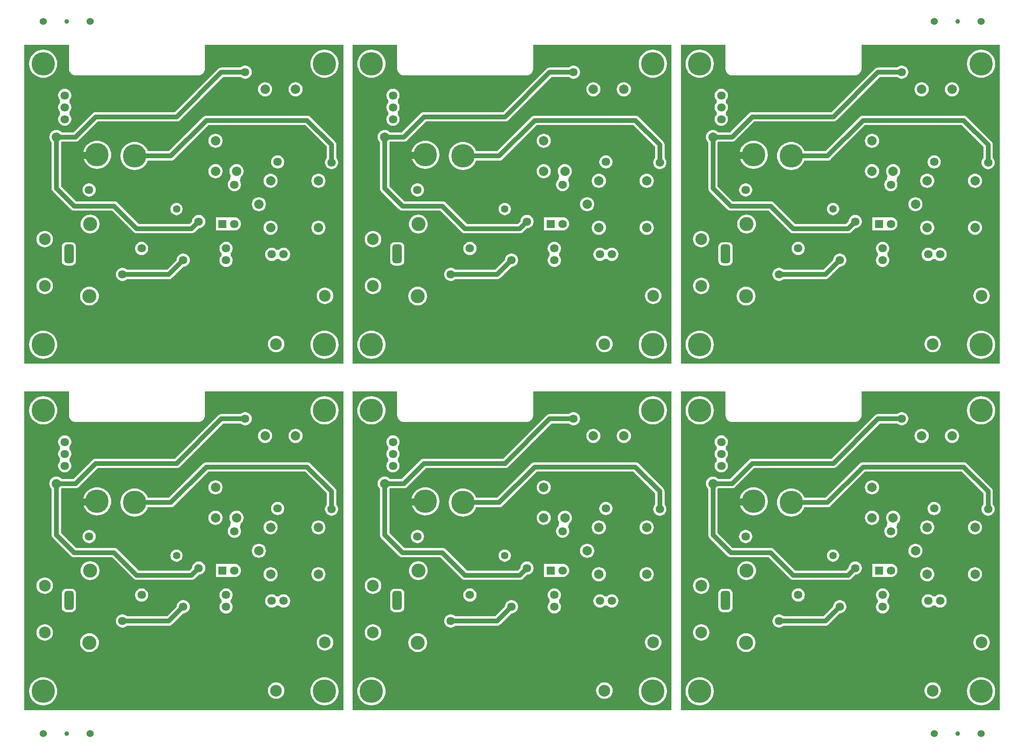
<source format=gtl>
G04 Layer_Physical_Order=1*
G04 Layer_Color=2232046*
%FSLAX25Y25*%
%MOIN*%
G70*
G01*
G75*
%ADD10C,0.19685*%
%ADD11C,0.03937*%
%ADD12R,0.08500X0.06000*%
%ADD13C,0.03937*%
%ADD14C,0.06000*%
%ADD15C,0.07087*%
%ADD16C,0.07874*%
G04:AMPARAMS|DCode=17|XSize=157.48mil|YSize=78.74mil|CornerRadius=19.68mil|HoleSize=0mil|Usage=FLASHONLY|Rotation=90.000|XOffset=0mil|YOffset=0mil|HoleType=Round|Shape=RoundedRectangle|*
%AMROUNDEDRECTD17*
21,1,0.15748,0.03937,0,0,90.0*
21,1,0.11811,0.07874,0,0,90.0*
1,1,0.03937,0.01968,0.05905*
1,1,0.03937,0.01968,-0.05905*
1,1,0.03937,-0.01968,-0.05905*
1,1,0.03937,-0.01968,0.05905*
%
%ADD17ROUNDEDRECTD17*%
G04:AMPARAMS|DCode=18|XSize=157.48mil|YSize=78.74mil|CornerRadius=19.68mil|HoleSize=0mil|Usage=FLASHONLY|Rotation=0.000|XOffset=0mil|YOffset=0mil|HoleType=Round|Shape=RoundedRectangle|*
%AMROUNDEDRECTD18*
21,1,0.15748,0.03937,0,0,0.0*
21,1,0.11811,0.07874,0,0,0.0*
1,1,0.03937,0.05905,-0.01968*
1,1,0.03937,-0.05905,-0.01968*
1,1,0.03937,-0.05905,0.01968*
1,1,0.03937,0.05905,0.01968*
%
%ADD18ROUNDEDRECTD18*%
%ADD19C,0.11811*%
%ADD20R,0.07087X0.07087*%
%ADD21C,0.09842*%
%ADD22C,0.06299*%
G36*
X1098425Y673228D02*
X830709D01*
Y940945D01*
X868072D01*
Y921260D01*
Y920872D01*
X868110Y920678D01*
Y920481D01*
X868262Y919720D01*
X868337Y919537D01*
X868376Y919343D01*
X868672Y918627D01*
X868782Y918462D01*
X868858Y918280D01*
X869289Y917635D01*
X869429Y917495D01*
X869538Y917331D01*
X870087Y916783D01*
X870251Y916673D01*
X870391Y916533D01*
X871036Y916102D01*
X871218Y916026D01*
X871383Y915917D01*
X872099Y915620D01*
X872293Y915581D01*
X872476Y915506D01*
X873236Y915354D01*
X873434D01*
X873628Y915316D01*
X976766D01*
X976960Y915354D01*
X977157D01*
X977918Y915506D01*
X978100Y915581D01*
X978294Y915620D01*
X979011Y915917D01*
X979175Y916026D01*
X979358Y916102D01*
X980003Y916533D01*
X980142Y916673D01*
X980307Y916783D01*
X980855Y917331D01*
X980965Y917495D01*
X981105Y917635D01*
X981536Y918280D01*
X981611Y918462D01*
X981721Y918627D01*
X982018Y919343D01*
X982057Y919537D01*
X982132Y919720D01*
X982283Y920481D01*
Y920678D01*
X982322Y920872D01*
Y921260D01*
Y940945D01*
X1098425D01*
Y673228D01*
D02*
G37*
G36*
X822835D02*
X555118D01*
Y940945D01*
X592481D01*
Y921260D01*
Y920872D01*
X592520Y920678D01*
Y920481D01*
X592671Y919720D01*
X592747Y919537D01*
X592785Y919343D01*
X593082Y918627D01*
X593192Y918462D01*
X593267Y918280D01*
X593698Y917635D01*
X593838Y917495D01*
X593948Y917331D01*
X594496Y916783D01*
X594661Y916673D01*
X594800Y916533D01*
X595445Y916102D01*
X595628Y916026D01*
X595792Y915917D01*
X596509Y915620D01*
X596703Y915581D01*
X596885Y915506D01*
X597646Y915354D01*
X597844D01*
X598037Y915316D01*
X701175D01*
X701369Y915354D01*
X701567D01*
X702327Y915506D01*
X702510Y915581D01*
X702704Y915620D01*
X703420Y915917D01*
X703585Y916026D01*
X703767Y916102D01*
X704412Y916533D01*
X704552Y916673D01*
X704716Y916783D01*
X705265Y917331D01*
X705374Y917495D01*
X705514Y917635D01*
X705945Y918280D01*
X706021Y918462D01*
X706131Y918627D01*
X706427Y919343D01*
X706466Y919537D01*
X706542Y919720D01*
X706693Y920481D01*
Y920678D01*
X706732Y920872D01*
Y921260D01*
Y940945D01*
X822835D01*
Y673228D01*
D02*
G37*
G36*
X547244D02*
X279528D01*
Y940945D01*
X316891D01*
Y921260D01*
Y920872D01*
X316929Y920678D01*
Y920481D01*
X317080Y919720D01*
X317156Y919537D01*
X317195Y919343D01*
X317491Y918627D01*
X317601Y918462D01*
X317677Y918280D01*
X318108Y917635D01*
X318248Y917495D01*
X318357Y917331D01*
X318906Y916783D01*
X319070Y916673D01*
X319210Y916533D01*
X319855Y916102D01*
X320037Y916026D01*
X320202Y915917D01*
X320918Y915620D01*
X321112Y915581D01*
X321295Y915506D01*
X322055Y915354D01*
X322253D01*
X322447Y915316D01*
X425585D01*
X425778Y915354D01*
X425976D01*
X426737Y915506D01*
X426919Y915581D01*
X427113Y915620D01*
X427830Y915917D01*
X427994Y916026D01*
X428177Y916102D01*
X428822Y916533D01*
X428961Y916673D01*
X429126Y916783D01*
X429674Y917331D01*
X429784Y917495D01*
X429924Y917635D01*
X430355Y918280D01*
X430430Y918462D01*
X430540Y918627D01*
X430837Y919343D01*
X430875Y919537D01*
X430951Y919720D01*
X431102Y920481D01*
Y920678D01*
X431141Y920872D01*
Y921260D01*
Y940945D01*
X547244D01*
Y673228D01*
D02*
G37*
G36*
X1098425Y381890D02*
X830709D01*
Y649606D01*
X868072D01*
Y629921D01*
Y629533D01*
X868110Y629340D01*
Y629142D01*
X868262Y628381D01*
X868337Y628199D01*
X868376Y628005D01*
X868672Y627288D01*
X868782Y627124D01*
X868858Y626941D01*
X869289Y626297D01*
X869429Y626157D01*
X869538Y625992D01*
X870087Y625444D01*
X870251Y625334D01*
X870391Y625194D01*
X871036Y624763D01*
X871218Y624688D01*
X871383Y624578D01*
X872099Y624281D01*
X872293Y624243D01*
X872476Y624167D01*
X873236Y624016D01*
X873434D01*
X873628Y623977D01*
X976766D01*
X976960Y624016D01*
X977157D01*
X977918Y624167D01*
X978100Y624243D01*
X978294Y624281D01*
X979011Y624578D01*
X979175Y624688D01*
X979358Y624763D01*
X980003Y625194D01*
X980142Y625334D01*
X980307Y625444D01*
X980855Y625992D01*
X980965Y626157D01*
X981105Y626297D01*
X981536Y626941D01*
X981611Y627124D01*
X981721Y627288D01*
X982018Y628005D01*
X982057Y628199D01*
X982132Y628381D01*
X982283Y629142D01*
Y629340D01*
X982322Y629533D01*
Y629921D01*
Y649606D01*
X1098425D01*
Y381890D01*
D02*
G37*
G36*
X822835D02*
X555118D01*
Y649606D01*
X592481D01*
Y629921D01*
Y629533D01*
X592520Y629340D01*
Y629142D01*
X592671Y628381D01*
X592747Y628199D01*
X592785Y628005D01*
X593082Y627288D01*
X593192Y627124D01*
X593267Y626941D01*
X593698Y626297D01*
X593838Y626157D01*
X593948Y625992D01*
X594496Y625444D01*
X594661Y625334D01*
X594800Y625194D01*
X595445Y624763D01*
X595628Y624688D01*
X595792Y624578D01*
X596509Y624281D01*
X596703Y624243D01*
X596885Y624167D01*
X597646Y624016D01*
X597844D01*
X598037Y623977D01*
X701175D01*
X701369Y624016D01*
X701567D01*
X702327Y624167D01*
X702510Y624243D01*
X702704Y624281D01*
X703420Y624578D01*
X703585Y624688D01*
X703767Y624763D01*
X704412Y625194D01*
X704552Y625334D01*
X704716Y625444D01*
X705265Y625992D01*
X705374Y626157D01*
X705514Y626297D01*
X705945Y626941D01*
X706021Y627124D01*
X706131Y627288D01*
X706427Y628005D01*
X706466Y628199D01*
X706542Y628381D01*
X706693Y629142D01*
Y629340D01*
X706732Y629533D01*
Y629921D01*
Y649606D01*
X822835D01*
Y381890D01*
D02*
G37*
G36*
X547244D02*
X279528D01*
Y649606D01*
X316891D01*
Y629921D01*
Y629533D01*
X316929Y629340D01*
Y629142D01*
X317080Y628381D01*
X317156Y628199D01*
X317195Y628005D01*
X317491Y627288D01*
X317601Y627124D01*
X317677Y626941D01*
X318108Y626297D01*
X318248Y626157D01*
X318357Y625992D01*
X318906Y625444D01*
X319070Y625334D01*
X319210Y625194D01*
X319855Y624763D01*
X320037Y624688D01*
X320202Y624578D01*
X320918Y624281D01*
X321112Y624243D01*
X321295Y624167D01*
X322055Y624016D01*
X322253D01*
X322447Y623977D01*
X425585D01*
X425778Y624016D01*
X425976D01*
X426737Y624167D01*
X426919Y624243D01*
X427113Y624281D01*
X427830Y624578D01*
X427994Y624688D01*
X428177Y624763D01*
X428822Y625194D01*
X428961Y625334D01*
X429126Y625444D01*
X429674Y625992D01*
X429784Y626157D01*
X429924Y626297D01*
X430355Y626941D01*
X430430Y627124D01*
X430540Y627288D01*
X430837Y628005D01*
X430875Y628199D01*
X430951Y628381D01*
X431102Y629142D01*
Y629340D01*
X431141Y629533D01*
Y629921D01*
Y649606D01*
X547244D01*
Y381890D01*
D02*
G37*
%LPC*%
G36*
X1082677Y937044D02*
X1080824Y936899D01*
X1079016Y936465D01*
X1077299Y935753D01*
X1075713Y934782D01*
X1074300Y933574D01*
X1073092Y932161D01*
X1072121Y930575D01*
X1071410Y928858D01*
X1070975Y927050D01*
X1070830Y925197D01*
X1070975Y923343D01*
X1071410Y921536D01*
X1072121Y919818D01*
X1073092Y918233D01*
X1074300Y916819D01*
X1075713Y915612D01*
X1077299Y914641D01*
X1079016Y913929D01*
X1080824Y913495D01*
X1082677Y913349D01*
X1084531Y913495D01*
X1086338Y913929D01*
X1088056Y914641D01*
X1089641Y915612D01*
X1091055Y916819D01*
X1092262Y918233D01*
X1093233Y919818D01*
X1093945Y921536D01*
X1094379Y923343D01*
X1094525Y925197D01*
X1094379Y927050D01*
X1093945Y928858D01*
X1093233Y930575D01*
X1092262Y932161D01*
X1091055Y933574D01*
X1089641Y934782D01*
X1088056Y935753D01*
X1086338Y936465D01*
X1084531Y936899D01*
X1082677Y937044D01*
D02*
G37*
G36*
X846457D02*
X844603Y936899D01*
X842796Y936465D01*
X841078Y935753D01*
X839493Y934782D01*
X838079Y933574D01*
X836872Y932161D01*
X835900Y930575D01*
X835189Y928858D01*
X834755Y927050D01*
X834609Y925197D01*
X834755Y923343D01*
X835189Y921536D01*
X835900Y919818D01*
X836872Y918233D01*
X838079Y916819D01*
X839493Y915612D01*
X841078Y914641D01*
X842796Y913929D01*
X844603Y913495D01*
X846457Y913349D01*
X848310Y913495D01*
X850118Y913929D01*
X851835Y914641D01*
X853421Y915612D01*
X854834Y916819D01*
X856042Y918233D01*
X857013Y919818D01*
X857724Y921536D01*
X858158Y923343D01*
X858304Y925197D01*
X858158Y927050D01*
X857724Y928858D01*
X857013Y930575D01*
X856042Y932161D01*
X854834Y933574D01*
X853421Y934782D01*
X851835Y935753D01*
X850118Y936465D01*
X848310Y936899D01*
X846457Y937044D01*
D02*
G37*
G36*
X1016067Y923646D02*
X1014628Y923457D01*
X1013287Y922901D01*
X1012188Y922058D01*
X996067D01*
X995039Y921922D01*
X994081Y921526D01*
X993259Y920895D01*
X956922Y884558D01*
X890567D01*
X889539Y884422D01*
X888581Y884026D01*
X887759Y883395D01*
X871922Y867558D01*
X861948D01*
X861763Y867783D01*
X860864Y868521D01*
X859838Y869069D01*
X858725Y869407D01*
X857567Y869521D01*
X856409Y869407D01*
X855296Y869069D01*
X854270Y868521D01*
X853371Y867783D01*
X852633Y866883D01*
X852085Y865858D01*
X851747Y864744D01*
X851633Y863587D01*
X851747Y862429D01*
X852085Y861316D01*
X852633Y860290D01*
X853371Y859391D01*
X853596Y859206D01*
Y820587D01*
X853731Y819559D01*
X854128Y818601D01*
X854759Y817779D01*
X869759Y802779D01*
X870582Y802148D01*
X871539Y801751D01*
X872567Y801616D01*
X904422D01*
X922259Y783779D01*
X923081Y783148D01*
X924039Y782751D01*
X925067Y782616D01*
X971067D01*
X972095Y782751D01*
X973052Y783148D01*
X973875Y783779D01*
X977132Y787036D01*
X978506Y787217D01*
X979847Y787772D01*
X980998Y788656D01*
X981882Y789807D01*
X982437Y791148D01*
X982626Y792587D01*
X982437Y794026D01*
X981882Y795366D01*
X980998Y796518D01*
X979847Y797401D01*
X978506Y797957D01*
X977067Y798146D01*
X975628Y797957D01*
X974287Y797401D01*
X973136Y796518D01*
X972252Y795366D01*
X971697Y794026D01*
X971516Y792652D01*
X969422Y790558D01*
X926712D01*
X908875Y808395D01*
X908052Y809026D01*
X907095Y809422D01*
X906067Y809558D01*
X874212D01*
X861538Y822231D01*
Y859206D01*
X861763Y859391D01*
X861948Y859616D01*
X873567D01*
X874595Y859751D01*
X875552Y860148D01*
X876375Y860779D01*
X892212Y876616D01*
X958567D01*
X959595Y876751D01*
X960552Y877148D01*
X961375Y877779D01*
X997712Y914116D01*
X1012188D01*
X1013287Y913272D01*
X1014628Y912717D01*
X1016067Y912527D01*
X1017506Y912717D01*
X1018847Y913272D01*
X1019998Y914156D01*
X1020881Y915307D01*
X1021437Y916648D01*
X1021626Y918087D01*
X1021437Y919526D01*
X1020881Y920866D01*
X1019998Y922018D01*
X1018847Y922901D01*
X1017506Y923457D01*
X1016067Y923646D01*
D02*
G37*
G36*
X1058362Y909662D02*
X1057205Y909548D01*
X1056091Y909211D01*
X1055065Y908662D01*
X1054166Y907924D01*
X1053428Y907025D01*
X1052880Y905999D01*
X1052542Y904886D01*
X1052428Y903728D01*
X1052542Y902571D01*
X1052880Y901458D01*
X1053428Y900432D01*
X1054166Y899532D01*
X1055065Y898794D01*
X1056091Y898246D01*
X1057205Y897908D01*
X1058362Y897794D01*
X1059520Y897908D01*
X1060633Y898246D01*
X1061659Y898794D01*
X1062558Y899532D01*
X1063296Y900432D01*
X1063845Y901458D01*
X1064182Y902571D01*
X1064296Y903728D01*
X1064182Y904886D01*
X1063845Y905999D01*
X1063296Y907025D01*
X1062558Y907924D01*
X1061659Y908662D01*
X1060633Y909211D01*
X1059520Y909548D01*
X1058362Y909662D01*
D02*
G37*
G36*
X1032772D02*
X1031614Y909548D01*
X1030501Y909211D01*
X1029475Y908662D01*
X1028576Y907924D01*
X1027838Y907025D01*
X1027289Y905999D01*
X1026952Y904886D01*
X1026838Y903728D01*
X1026952Y902571D01*
X1027289Y901458D01*
X1027838Y900432D01*
X1028576Y899532D01*
X1029475Y898794D01*
X1030501Y898246D01*
X1031614Y897908D01*
X1032772Y897794D01*
X1033929Y897908D01*
X1035042Y898246D01*
X1036068Y898794D01*
X1036968Y899532D01*
X1037706Y900432D01*
X1038254Y901458D01*
X1038592Y902571D01*
X1038706Y903728D01*
X1038592Y904886D01*
X1038254Y905999D01*
X1037706Y907025D01*
X1036968Y907924D01*
X1036068Y908662D01*
X1035042Y909211D01*
X1033929Y909548D01*
X1032772Y909662D01*
D02*
G37*
G36*
X864567Y904146D02*
X863128Y903957D01*
X861787Y903401D01*
X860636Y902518D01*
X859752Y901366D01*
X859197Y900025D01*
X859008Y898587D01*
X859197Y897148D01*
X859752Y895807D01*
X860636Y894656D01*
Y892518D01*
X859752Y891366D01*
X859197Y890026D01*
X859008Y888587D01*
X859197Y887148D01*
X859752Y885807D01*
X860636Y884656D01*
Y882518D01*
X859752Y881366D01*
X859197Y880025D01*
X859008Y878587D01*
X859197Y877148D01*
X859752Y875807D01*
X860636Y874656D01*
X861787Y873772D01*
X863128Y873217D01*
X864567Y873027D01*
X866006Y873217D01*
X867347Y873772D01*
X868498Y874656D01*
X869382Y875807D01*
X869937Y877148D01*
X870126Y878587D01*
X869937Y880025D01*
X869382Y881366D01*
X868498Y882518D01*
Y884656D01*
X869382Y885807D01*
X869937Y887148D01*
X870126Y888587D01*
X869937Y890026D01*
X869382Y891366D01*
X868498Y892518D01*
Y894656D01*
X869382Y895807D01*
X869937Y897148D01*
X870126Y898587D01*
X869937Y900025D01*
X869382Y901366D01*
X868498Y902518D01*
X867347Y903401D01*
X866006Y903957D01*
X864567Y904146D01*
D02*
G37*
G36*
X991142Y866367D02*
X989984Y866253D01*
X988871Y865915D01*
X987845Y865367D01*
X986946Y864629D01*
X986208Y863730D01*
X985659Y862704D01*
X985322Y861591D01*
X985208Y860433D01*
X985322Y859275D01*
X985659Y858162D01*
X986208Y857136D01*
X986946Y856237D01*
X987845Y855499D01*
X988871Y854951D01*
X989984Y854613D01*
X991142Y854499D01*
X992299Y854613D01*
X993413Y854951D01*
X994438Y855499D01*
X995338Y856237D01*
X996076Y857136D01*
X996624Y858162D01*
X996962Y859275D01*
X997076Y860433D01*
X996962Y861591D01*
X996624Y862704D01*
X996076Y863730D01*
X995338Y864629D01*
X994438Y865367D01*
X993413Y865915D01*
X992299Y866253D01*
X991142Y866367D01*
D02*
G37*
G36*
X1043307Y848197D02*
X1041868Y848008D01*
X1040527Y847452D01*
X1039376Y846569D01*
X1038492Y845417D01*
X1037937Y844077D01*
X1037748Y842638D01*
X1037937Y841199D01*
X1038492Y839858D01*
X1039376Y838707D01*
X1040527Y837823D01*
X1041868Y837268D01*
X1043307Y837078D01*
X1044746Y837268D01*
X1046087Y837823D01*
X1047238Y838707D01*
X1048122Y839858D01*
X1048677Y841199D01*
X1048866Y842638D01*
X1048677Y844077D01*
X1048122Y845417D01*
X1047238Y846569D01*
X1046087Y847452D01*
X1044746Y848008D01*
X1043307Y848197D01*
D02*
G37*
G36*
X891732Y860485D02*
X889879Y860340D01*
X888071Y859906D01*
X886354Y859194D01*
X884768Y858223D01*
X883355Y857015D01*
X882147Y855602D01*
X881176Y854016D01*
X880465Y852299D01*
X880031Y850491D01*
X879885Y848638D01*
X880031Y846784D01*
X880465Y844977D01*
X881176Y843259D01*
X882147Y841674D01*
X883355Y840260D01*
X884768Y839053D01*
X886354Y838082D01*
X888071Y837370D01*
X889879Y836936D01*
X891732Y836790D01*
X893586Y836936D01*
X895393Y837370D01*
X897111Y838082D01*
X898696Y839053D01*
X900110Y840260D01*
X901317Y841674D01*
X902289Y843259D01*
X903000Y844977D01*
X903434Y846784D01*
X903580Y848638D01*
X903434Y850491D01*
X903000Y852299D01*
X902289Y854016D01*
X901317Y855602D01*
X900110Y857015D01*
X898696Y858223D01*
X897111Y859194D01*
X895393Y859906D01*
X893586Y860340D01*
X891732Y860485D01*
D02*
G37*
G36*
X1068067Y881558D02*
X983567D01*
X982539Y881422D01*
X981581Y881026D01*
X980759Y880394D01*
X951973Y851609D01*
X934368D01*
X933785Y853016D01*
X932813Y854602D01*
X931606Y856015D01*
X930192Y857223D01*
X928607Y858194D01*
X926889Y858906D01*
X925082Y859340D01*
X923228Y859485D01*
X921375Y859340D01*
X919567Y858906D01*
X917850Y858194D01*
X916265Y857223D01*
X914851Y856015D01*
X913643Y854602D01*
X912672Y853016D01*
X911961Y851299D01*
X911527Y849491D01*
X911381Y847638D01*
X911527Y845784D01*
X911961Y843977D01*
X912672Y842259D01*
X913643Y840674D01*
X914851Y839260D01*
X916265Y838053D01*
X917850Y837082D01*
X919567Y836370D01*
X921375Y835936D01*
X923228Y835790D01*
X925082Y835936D01*
X926889Y836370D01*
X928607Y837082D01*
X930192Y838053D01*
X931606Y839260D01*
X932813Y840674D01*
X933785Y842259D01*
X934368Y843667D01*
X953618D01*
X954646Y843802D01*
X955604Y844199D01*
X956426Y844830D01*
X985212Y873616D01*
X1066422D01*
X1084596Y855442D01*
Y845966D01*
X1083752Y844866D01*
X1083197Y843526D01*
X1083008Y842087D01*
X1083197Y840648D01*
X1083752Y839307D01*
X1084636Y838156D01*
X1085787Y837272D01*
X1087128Y836717D01*
X1088567Y836527D01*
X1090006Y836717D01*
X1091347Y837272D01*
X1092498Y838156D01*
X1093382Y839307D01*
X1093937Y840648D01*
X1094126Y842087D01*
X1093937Y843526D01*
X1093382Y844866D01*
X1092538Y845966D01*
Y857087D01*
X1092403Y858114D01*
X1092006Y859072D01*
X1091375Y859894D01*
X1070875Y880394D01*
X1070052Y881026D01*
X1069095Y881422D01*
X1068067Y881558D01*
D02*
G37*
G36*
X991142Y840777D02*
X989984Y840663D01*
X988871Y840325D01*
X987845Y839777D01*
X986946Y839039D01*
X986208Y838139D01*
X985659Y837113D01*
X985322Y836000D01*
X985208Y834842D01*
X985322Y833685D01*
X985659Y832572D01*
X986208Y831546D01*
X986946Y830647D01*
X987845Y829908D01*
X988871Y829360D01*
X989984Y829023D01*
X991142Y828908D01*
X992299Y829023D01*
X993413Y829360D01*
X994438Y829908D01*
X995338Y830647D01*
X996076Y831546D01*
X996624Y832572D01*
X996962Y833685D01*
X997076Y834842D01*
X996962Y836000D01*
X996624Y837113D01*
X996076Y838139D01*
X995338Y839039D01*
X994438Y839777D01*
X993413Y840325D01*
X992299Y840663D01*
X991142Y840777D01*
D02*
G37*
G36*
X1077559Y832706D02*
X1076401Y832592D01*
X1075288Y832254D01*
X1074262Y831706D01*
X1073363Y830968D01*
X1072625Y830068D01*
X1072077Y829043D01*
X1071739Y827929D01*
X1071625Y826772D01*
X1071739Y825614D01*
X1072077Y824501D01*
X1072625Y823475D01*
X1073363Y822576D01*
X1074262Y821838D01*
X1075288Y821289D01*
X1076401Y820952D01*
X1077559Y820838D01*
X1078717Y820952D01*
X1079830Y821289D01*
X1080856Y821838D01*
X1081755Y822576D01*
X1082493Y823475D01*
X1083041Y824501D01*
X1083379Y825614D01*
X1083493Y826772D01*
X1083379Y827929D01*
X1083041Y829043D01*
X1082493Y830068D01*
X1081755Y830968D01*
X1080856Y831706D01*
X1079830Y832254D01*
X1078717Y832592D01*
X1077559Y832706D01*
D02*
G37*
G36*
X1037402D02*
X1036244Y832592D01*
X1035131Y832254D01*
X1034105Y831706D01*
X1033206Y830968D01*
X1032468Y830068D01*
X1031919Y829043D01*
X1031581Y827929D01*
X1031468Y826772D01*
X1031581Y825614D01*
X1031919Y824501D01*
X1032468Y823475D01*
X1033206Y822576D01*
X1034105Y821838D01*
X1035131Y821289D01*
X1036244Y820952D01*
X1037402Y820838D01*
X1038559Y820952D01*
X1039672Y821289D01*
X1040698Y821838D01*
X1041598Y822576D01*
X1042336Y823475D01*
X1042884Y824501D01*
X1043222Y825614D01*
X1043336Y826772D01*
X1043222Y827929D01*
X1042884Y829043D01*
X1042336Y830068D01*
X1041598Y830968D01*
X1040698Y831706D01*
X1039672Y832254D01*
X1038559Y832592D01*
X1037402Y832706D01*
D02*
G37*
G36*
X1008858Y840777D02*
X1007701Y840663D01*
X1006587Y840325D01*
X1005562Y839777D01*
X1004662Y839039D01*
X1003924Y838139D01*
X1003376Y837113D01*
X1003038Y836000D01*
X1002924Y834842D01*
X1003038Y833685D01*
X1003376Y832572D01*
X1003856Y831673D01*
X1003930Y831478D01*
X1003984Y830836D01*
X1003654Y828498D01*
X1003282Y827705D01*
X1003037Y827518D01*
X1002154Y826366D01*
X1001599Y825025D01*
X1001409Y823587D01*
X1001599Y822148D01*
X1002154Y820807D01*
X1003037Y819656D01*
X1004189Y818772D01*
X1005530Y818217D01*
X1006968Y818027D01*
X1008407Y818217D01*
X1009748Y818772D01*
X1010900Y819656D01*
X1011783Y820807D01*
X1012338Y822148D01*
X1012528Y823587D01*
X1012338Y825025D01*
X1011819Y826278D01*
X1011766Y826444D01*
X1011714Y826684D01*
X1012098Y829494D01*
X1012543Y830227D01*
X1013054Y830647D01*
X1013792Y831546D01*
X1014341Y832572D01*
X1014678Y833685D01*
X1014792Y834842D01*
X1014678Y836000D01*
X1014341Y837113D01*
X1013792Y838139D01*
X1013054Y839039D01*
X1012155Y839777D01*
X1011129Y840325D01*
X1010016Y840663D01*
X1008858Y840777D01*
D02*
G37*
G36*
X885067Y824646D02*
X883628Y824457D01*
X882287Y823901D01*
X881136Y823018D01*
X880252Y821866D01*
X879697Y820525D01*
X879508Y819087D01*
X879697Y817648D01*
X880252Y816307D01*
X881136Y815156D01*
X882287Y814272D01*
X883628Y813717D01*
X885067Y813527D01*
X886506Y813717D01*
X887847Y814272D01*
X888998Y815156D01*
X889882Y816307D01*
X890437Y817648D01*
X890626Y819087D01*
X890437Y820525D01*
X889882Y821866D01*
X888998Y823018D01*
X887847Y823901D01*
X886506Y824457D01*
X885067Y824646D01*
D02*
G37*
G36*
X1027559Y813021D02*
X1026401Y812907D01*
X1025288Y812569D01*
X1024262Y812021D01*
X1023363Y811283D01*
X1022625Y810383D01*
X1022077Y809357D01*
X1021739Y808244D01*
X1021625Y807087D01*
X1021739Y805929D01*
X1022077Y804816D01*
X1022625Y803790D01*
X1023363Y802891D01*
X1024262Y802153D01*
X1025288Y801604D01*
X1026401Y801267D01*
X1027559Y801153D01*
X1028717Y801267D01*
X1029830Y801604D01*
X1030856Y802153D01*
X1031755Y802891D01*
X1032493Y803790D01*
X1033041Y804816D01*
X1033379Y805929D01*
X1033493Y807087D01*
X1033379Y808244D01*
X1033041Y809357D01*
X1032493Y810383D01*
X1031755Y811283D01*
X1030856Y812021D01*
X1029830Y812569D01*
X1028717Y812907D01*
X1027559Y813021D01*
D02*
G37*
G36*
X958409Y808249D02*
X957073Y808073D01*
X955828Y807557D01*
X954759Y806737D01*
X953939Y805668D01*
X953423Y804423D01*
X953247Y803087D01*
X953423Y801750D01*
X953939Y800506D01*
X954759Y799436D01*
X955828Y798616D01*
X957073Y798100D01*
X958409Y797924D01*
X959746Y798100D01*
X960991Y798616D01*
X962060Y799436D01*
X962880Y800506D01*
X963396Y801750D01*
X963572Y803087D01*
X963396Y804423D01*
X962880Y805668D01*
X962060Y806737D01*
X960991Y807557D01*
X959746Y808073D01*
X958409Y808249D01*
D02*
G37*
G36*
X1006968Y796146D02*
X1005630Y795970D01*
X1005441Y795961D01*
X1002480Y796098D01*
Y796098D01*
X991457D01*
Y785075D01*
X1002480D01*
X1002480Y785075D01*
X1005441Y785213D01*
X1005630Y785204D01*
X1006968Y785027D01*
X1008407Y785217D01*
X1009748Y785772D01*
X1010900Y786656D01*
X1011783Y787807D01*
X1012338Y789148D01*
X1012528Y790587D01*
X1012338Y792026D01*
X1011783Y793366D01*
X1010900Y794518D01*
X1009748Y795401D01*
X1008407Y795957D01*
X1006968Y796146D01*
D02*
G37*
G36*
X885827Y798282D02*
X884283Y798130D01*
X882799Y797680D01*
X881431Y796949D01*
X880232Y795965D01*
X879248Y794766D01*
X878517Y793398D01*
X878067Y791914D01*
X877915Y790370D01*
X878067Y788827D01*
X878517Y787342D01*
X879248Y785974D01*
X880232Y784775D01*
X881431Y783791D01*
X882799Y783060D01*
X884283Y782610D01*
X885827Y782458D01*
X887370Y782610D01*
X888855Y783060D01*
X890222Y783791D01*
X891422Y784775D01*
X892406Y785974D01*
X893137Y787342D01*
X893587Y788827D01*
X893739Y790370D01*
X893587Y791914D01*
X893137Y793398D01*
X892406Y794766D01*
X891422Y795965D01*
X890222Y796949D01*
X888855Y797680D01*
X887370Y798130D01*
X885827Y798282D01*
D02*
G37*
G36*
X1077559Y793336D02*
X1076401Y793222D01*
X1075288Y792884D01*
X1074262Y792336D01*
X1073363Y791598D01*
X1072625Y790698D01*
X1072077Y789673D01*
X1071739Y788559D01*
X1071625Y787402D01*
X1071739Y786244D01*
X1072077Y785131D01*
X1072625Y784105D01*
X1073363Y783206D01*
X1074262Y782468D01*
X1075288Y781919D01*
X1076401Y781581D01*
X1077559Y781467D01*
X1078717Y781581D01*
X1079830Y781919D01*
X1080856Y782468D01*
X1081755Y783206D01*
X1082493Y784105D01*
X1083041Y785131D01*
X1083379Y786244D01*
X1083493Y787402D01*
X1083379Y788559D01*
X1083041Y789673D01*
X1082493Y790698D01*
X1081755Y791598D01*
X1080856Y792336D01*
X1079830Y792884D01*
X1078717Y793222D01*
X1077559Y793336D01*
D02*
G37*
G36*
X1037402D02*
X1036244Y793222D01*
X1035131Y792884D01*
X1034105Y792336D01*
X1033206Y791598D01*
X1032468Y790698D01*
X1031919Y789673D01*
X1031581Y788559D01*
X1031468Y787402D01*
X1031581Y786244D01*
X1031919Y785131D01*
X1032468Y784105D01*
X1033206Y783206D01*
X1034105Y782468D01*
X1035131Y781919D01*
X1036244Y781581D01*
X1037402Y781467D01*
X1038559Y781581D01*
X1039672Y781919D01*
X1040698Y782468D01*
X1041598Y783206D01*
X1042336Y784105D01*
X1042884Y785131D01*
X1043222Y786244D01*
X1043336Y787402D01*
X1043222Y788559D01*
X1042884Y789673D01*
X1042336Y790698D01*
X1041598Y791598D01*
X1040698Y792336D01*
X1039672Y792884D01*
X1038559Y793222D01*
X1037402Y793336D01*
D02*
G37*
G36*
X847758Y784695D02*
X846408Y784562D01*
X845109Y784168D01*
X843912Y783528D01*
X842863Y782667D01*
X842002Y781618D01*
X841362Y780421D01*
X840968Y779122D01*
X840835Y777772D01*
X840968Y776421D01*
X841362Y775122D01*
X842002Y773925D01*
X842863Y772876D01*
X843912Y772015D01*
X845109Y771376D01*
X846408Y770982D01*
X847758Y770849D01*
X849109Y770982D01*
X850408Y771376D01*
X851604Y772015D01*
X852654Y772876D01*
X853515Y773925D01*
X854154Y775122D01*
X854548Y776421D01*
X854681Y777772D01*
X854548Y779122D01*
X854154Y780421D01*
X853515Y781618D01*
X852654Y782667D01*
X851604Y783528D01*
X850408Y784168D01*
X849109Y784562D01*
X847758Y784695D01*
D02*
G37*
G36*
X1048307Y770520D02*
X1046868Y770331D01*
X1045527Y769775D01*
X1044376Y768892D01*
X1042238D01*
X1041087Y769775D01*
X1039746Y770331D01*
X1038307Y770520D01*
X1036868Y770331D01*
X1035527Y769775D01*
X1034376Y768892D01*
X1033492Y767740D01*
X1032937Y766399D01*
X1032748Y764961D01*
X1032937Y763522D01*
X1033492Y762181D01*
X1034376Y761030D01*
X1035527Y760146D01*
X1036868Y759591D01*
X1038307Y759401D01*
X1039746Y759591D01*
X1041087Y760146D01*
X1042238Y761030D01*
X1044376D01*
X1045527Y760146D01*
X1046868Y759591D01*
X1048307Y759401D01*
X1049746Y759591D01*
X1051087Y760146D01*
X1052238Y761030D01*
X1053122Y762181D01*
X1053677Y763522D01*
X1053866Y764961D01*
X1053677Y766399D01*
X1053122Y767740D01*
X1052238Y768892D01*
X1051087Y769775D01*
X1049746Y770331D01*
X1048307Y770520D01*
D02*
G37*
G36*
X929134Y775520D02*
X927695Y775331D01*
X926354Y774775D01*
X925203Y773892D01*
X924319Y772740D01*
X923764Y771399D01*
X923575Y769961D01*
X923764Y768522D01*
X924319Y767181D01*
X925203Y766030D01*
X926354Y765146D01*
X927695Y764591D01*
X929134Y764401D01*
X930573Y764591D01*
X931913Y765146D01*
X933065Y766030D01*
X933948Y767181D01*
X934504Y768522D01*
X934693Y769961D01*
X934504Y771399D01*
X933948Y772740D01*
X933065Y773892D01*
X931913Y774775D01*
X930573Y775331D01*
X929134Y775520D01*
D02*
G37*
G36*
X870079Y775247D02*
X866142D01*
X865114Y775111D01*
X864156Y774715D01*
X863334Y774084D01*
X862703Y773261D01*
X862306Y772303D01*
X862171Y771276D01*
Y759465D01*
X862306Y758437D01*
X862703Y757479D01*
X863334Y756657D01*
X864156Y756026D01*
X865114Y755629D01*
X866142Y755494D01*
X870079D01*
X871107Y755629D01*
X872064Y756026D01*
X872887Y756657D01*
X873518Y757479D01*
X873914Y758437D01*
X874050Y759465D01*
Y771276D01*
X873914Y772303D01*
X873518Y773261D01*
X872887Y774084D01*
X872064Y774715D01*
X871107Y775111D01*
X870079Y775247D01*
D02*
G37*
G36*
X1000000Y775520D02*
X998561Y775331D01*
X997220Y774775D01*
X996069Y773892D01*
X995185Y772740D01*
X994630Y771399D01*
X994441Y769961D01*
X994630Y768522D01*
X995185Y767181D01*
X996069Y766030D01*
Y763892D01*
X995185Y762740D01*
X994630Y761400D01*
X994441Y759961D01*
X994630Y758522D01*
X995185Y757181D01*
X996069Y756030D01*
X997220Y755146D01*
X998561Y754591D01*
X1000000Y754401D01*
X1001439Y754591D01*
X1002780Y755146D01*
X1003931Y756030D01*
X1004815Y757181D01*
X1005370Y758522D01*
X1005559Y759961D01*
X1005370Y761400D01*
X1004815Y762740D01*
X1003931Y763892D01*
Y766030D01*
X1004815Y767181D01*
X1005370Y768522D01*
X1005559Y769961D01*
X1005370Y771399D01*
X1004815Y772740D01*
X1003931Y773892D01*
X1002780Y774775D01*
X1001439Y775331D01*
X1000000Y775520D01*
D02*
G37*
G36*
X964067Y765646D02*
X962628Y765456D01*
X961287Y764901D01*
X960136Y764018D01*
X959252Y762866D01*
X958697Y761525D01*
X958516Y760152D01*
X950422Y752058D01*
X916946D01*
X915847Y752901D01*
X914506Y753456D01*
X913067Y753646D01*
X911628Y753456D01*
X910287Y752901D01*
X909136Y752018D01*
X908252Y750866D01*
X907697Y749525D01*
X907508Y748087D01*
X907697Y746648D01*
X908252Y745307D01*
X909136Y744156D01*
X910287Y743272D01*
X911628Y742717D01*
X913067Y742527D01*
X914506Y742717D01*
X915847Y743272D01*
X916946Y744116D01*
X952067D01*
X953095Y744251D01*
X954052Y744648D01*
X954875Y745279D01*
X964132Y754536D01*
X965506Y754717D01*
X966847Y755272D01*
X967998Y756156D01*
X968882Y757307D01*
X969437Y758648D01*
X969626Y760087D01*
X969437Y761525D01*
X968882Y762866D01*
X967998Y764018D01*
X966847Y764901D01*
X965506Y765456D01*
X964067Y765646D01*
D02*
G37*
G36*
X847758Y745325D02*
X846408Y745192D01*
X845109Y744798D01*
X843912Y744158D01*
X842863Y743297D01*
X842002Y742248D01*
X841362Y741051D01*
X840968Y739752D01*
X840835Y738402D01*
X840968Y737051D01*
X841362Y735752D01*
X842002Y734555D01*
X842863Y733506D01*
X843912Y732645D01*
X845109Y732006D01*
X846408Y731611D01*
X847758Y731479D01*
X849109Y731611D01*
X850408Y732006D01*
X851604Y732645D01*
X852654Y733506D01*
X853515Y734555D01*
X854154Y735752D01*
X854548Y737051D01*
X854681Y738402D01*
X854548Y739752D01*
X854154Y741051D01*
X853515Y742248D01*
X852654Y743297D01*
X851604Y744158D01*
X850408Y744798D01*
X849109Y745192D01*
X847758Y745325D01*
D02*
G37*
G36*
X1083047Y737010D02*
X1081697Y736877D01*
X1080398Y736483D01*
X1079201Y735843D01*
X1078152Y734982D01*
X1077291Y733933D01*
X1076651Y732736D01*
X1076257Y731437D01*
X1076124Y730087D01*
X1076257Y728736D01*
X1076651Y727437D01*
X1077291Y726240D01*
X1078152Y725191D01*
X1079201Y724330D01*
X1080398Y723691D01*
X1081697Y723297D01*
X1083047Y723164D01*
X1084398Y723297D01*
X1085697Y723691D01*
X1086893Y724330D01*
X1087943Y725191D01*
X1088804Y726240D01*
X1089443Y727437D01*
X1089837Y728736D01*
X1089970Y730087D01*
X1089837Y731437D01*
X1089443Y732736D01*
X1088804Y733933D01*
X1087943Y734982D01*
X1086893Y735843D01*
X1085697Y736483D01*
X1084398Y736877D01*
X1083047Y737010D01*
D02*
G37*
G36*
X885327Y737782D02*
X883783Y737630D01*
X882299Y737180D01*
X880931Y736449D01*
X879732Y735465D01*
X878748Y734266D01*
X878017Y732898D01*
X877567Y731414D01*
X877415Y729870D01*
X877567Y728327D01*
X878017Y726842D01*
X878748Y725474D01*
X879732Y724275D01*
X880931Y723291D01*
X882299Y722560D01*
X883783Y722110D01*
X885327Y721958D01*
X886870Y722110D01*
X888355Y722560D01*
X889723Y723291D01*
X890921Y724275D01*
X891905Y725474D01*
X892637Y726842D01*
X893087Y728327D01*
X893239Y729870D01*
X893087Y731414D01*
X892637Y732898D01*
X891905Y734266D01*
X890921Y735465D01*
X889723Y736449D01*
X888355Y737180D01*
X886870Y737630D01*
X885327Y737782D01*
D02*
G37*
G36*
X1042067Y696510D02*
X1040716Y696377D01*
X1039418Y695983D01*
X1038221Y695343D01*
X1037172Y694482D01*
X1036311Y693433D01*
X1035671Y692236D01*
X1035277Y690937D01*
X1035144Y689587D01*
X1035277Y688236D01*
X1035671Y686937D01*
X1036311Y685740D01*
X1037172Y684691D01*
X1038221Y683830D01*
X1039418Y683190D01*
X1040716Y682797D01*
X1042067Y682663D01*
X1043418Y682797D01*
X1044716Y683190D01*
X1045913Y683830D01*
X1046962Y684691D01*
X1047823Y685740D01*
X1048463Y686937D01*
X1048857Y688236D01*
X1048990Y689587D01*
X1048857Y690937D01*
X1048463Y692236D01*
X1047823Y693433D01*
X1046962Y694482D01*
X1045913Y695343D01*
X1044716Y695983D01*
X1043418Y696377D01*
X1042067Y696510D01*
D02*
G37*
G36*
X1082677Y700824D02*
X1080824Y700678D01*
X1079016Y700244D01*
X1077299Y699533D01*
X1075713Y698561D01*
X1074300Y697354D01*
X1073092Y695940D01*
X1072121Y694355D01*
X1071410Y692637D01*
X1070975Y690830D01*
X1070830Y688976D01*
X1070975Y687123D01*
X1071410Y685315D01*
X1072121Y683598D01*
X1073092Y682013D01*
X1074300Y680599D01*
X1075713Y679391D01*
X1077299Y678420D01*
X1079016Y677709D01*
X1080824Y677275D01*
X1082677Y677129D01*
X1084531Y677275D01*
X1086338Y677709D01*
X1088056Y678420D01*
X1089641Y679391D01*
X1091055Y680599D01*
X1092262Y682013D01*
X1093233Y683598D01*
X1093945Y685315D01*
X1094379Y687123D01*
X1094525Y688976D01*
X1094379Y690830D01*
X1093945Y692637D01*
X1093233Y694355D01*
X1092262Y695940D01*
X1091055Y697354D01*
X1089641Y698561D01*
X1088056Y699533D01*
X1086338Y700244D01*
X1084531Y700678D01*
X1082677Y700824D01*
D02*
G37*
G36*
X846457D02*
X844603Y700678D01*
X842796Y700244D01*
X841078Y699533D01*
X839493Y698561D01*
X838079Y697354D01*
X836872Y695940D01*
X835900Y694355D01*
X835189Y692637D01*
X834755Y690830D01*
X834609Y688976D01*
X834755Y687123D01*
X835189Y685315D01*
X835900Y683598D01*
X836872Y682013D01*
X838079Y680599D01*
X839493Y679391D01*
X841078Y678420D01*
X842796Y677709D01*
X844603Y677275D01*
X846457Y677129D01*
X848310Y677275D01*
X850118Y677709D01*
X851835Y678420D01*
X853421Y679391D01*
X854834Y680599D01*
X856042Y682013D01*
X857013Y683598D01*
X857724Y685315D01*
X858158Y687123D01*
X858304Y688976D01*
X858158Y690830D01*
X857724Y692637D01*
X857013Y694355D01*
X856042Y695940D01*
X854834Y697354D01*
X853421Y698561D01*
X851835Y699533D01*
X850118Y700244D01*
X848310Y700678D01*
X846457Y700824D01*
D02*
G37*
G36*
X807087Y937044D02*
X805233Y936899D01*
X803426Y936465D01*
X801708Y935753D01*
X800123Y934782D01*
X798709Y933574D01*
X797502Y932161D01*
X796530Y930575D01*
X795819Y928858D01*
X795385Y927050D01*
X795239Y925197D01*
X795385Y923343D01*
X795819Y921536D01*
X796530Y919818D01*
X797502Y918233D01*
X798709Y916819D01*
X800123Y915612D01*
X801708Y914641D01*
X803426Y913929D01*
X805233Y913495D01*
X807087Y913349D01*
X808940Y913495D01*
X810748Y913929D01*
X812465Y914641D01*
X814050Y915612D01*
X815464Y916819D01*
X816671Y918233D01*
X817643Y919818D01*
X818354Y921536D01*
X818788Y923343D01*
X818934Y925197D01*
X818788Y927050D01*
X818354Y928858D01*
X817643Y930575D01*
X816671Y932161D01*
X815464Y933574D01*
X814050Y934782D01*
X812465Y935753D01*
X810748Y936465D01*
X808940Y936899D01*
X807087Y937044D01*
D02*
G37*
G36*
X570866D02*
X569013Y936899D01*
X567205Y936465D01*
X565487Y935753D01*
X563902Y934782D01*
X562489Y933574D01*
X561281Y932161D01*
X560310Y930575D01*
X559598Y928858D01*
X559164Y927050D01*
X559019Y925197D01*
X559164Y923343D01*
X559598Y921536D01*
X560310Y919818D01*
X561281Y918233D01*
X562489Y916819D01*
X563902Y915612D01*
X565487Y914641D01*
X567205Y913929D01*
X569013Y913495D01*
X570866Y913349D01*
X572719Y913495D01*
X574527Y913929D01*
X576245Y914641D01*
X577830Y915612D01*
X579244Y916819D01*
X580451Y918233D01*
X581422Y919818D01*
X582134Y921536D01*
X582568Y923343D01*
X582714Y925197D01*
X582568Y927050D01*
X582134Y928858D01*
X581422Y930575D01*
X580451Y932161D01*
X579244Y933574D01*
X577830Y934782D01*
X576245Y935753D01*
X574527Y936465D01*
X572719Y936899D01*
X570866Y937044D01*
D02*
G37*
G36*
X740476Y923646D02*
X739038Y923457D01*
X737697Y922901D01*
X736597Y922058D01*
X720476D01*
X719449Y921922D01*
X718491Y921526D01*
X717668Y920895D01*
X681331Y884558D01*
X614976D01*
X613949Y884422D01*
X612991Y884026D01*
X612169Y883395D01*
X596332Y867558D01*
X586357D01*
X586172Y867783D01*
X585273Y868521D01*
X584247Y869069D01*
X583134Y869407D01*
X581976Y869521D01*
X580819Y869407D01*
X579705Y869069D01*
X578680Y868521D01*
X577780Y867783D01*
X577042Y866883D01*
X576494Y865858D01*
X576156Y864744D01*
X576042Y863587D01*
X576156Y862429D01*
X576494Y861316D01*
X577042Y860290D01*
X577780Y859391D01*
X578005Y859206D01*
Y820587D01*
X578141Y819559D01*
X578537Y818601D01*
X579169Y817779D01*
X594169Y802779D01*
X594991Y802148D01*
X595949Y801751D01*
X596976Y801616D01*
X628831D01*
X646668Y783779D01*
X647491Y783148D01*
X648449Y782751D01*
X649476Y782616D01*
X695476D01*
X696504Y782751D01*
X697462Y783148D01*
X698284Y783779D01*
X701541Y787036D01*
X702915Y787217D01*
X704256Y787772D01*
X705407Y788656D01*
X706291Y789807D01*
X706846Y791148D01*
X707036Y792587D01*
X706846Y794026D01*
X706291Y795366D01*
X705407Y796518D01*
X704256Y797401D01*
X702915Y797957D01*
X701476Y798146D01*
X700037Y797957D01*
X698697Y797401D01*
X697545Y796518D01*
X696662Y795366D01*
X696106Y794026D01*
X695926Y792652D01*
X693831Y790558D01*
X651121D01*
X633284Y808395D01*
X632462Y809026D01*
X631504Y809422D01*
X630476Y809558D01*
X598621D01*
X585947Y822231D01*
Y859206D01*
X586172Y859391D01*
X586357Y859616D01*
X597976D01*
X599004Y859751D01*
X599962Y860148D01*
X600784Y860779D01*
X616621Y876616D01*
X682976D01*
X684004Y876751D01*
X684962Y877148D01*
X685784Y877779D01*
X722121Y914116D01*
X736597D01*
X737697Y913272D01*
X739038Y912717D01*
X740476Y912527D01*
X741915Y912717D01*
X743256Y913272D01*
X744407Y914156D01*
X745291Y915307D01*
X745846Y916648D01*
X746036Y918087D01*
X745846Y919526D01*
X745291Y920866D01*
X744407Y922018D01*
X743256Y922901D01*
X741915Y923457D01*
X740476Y923646D01*
D02*
G37*
G36*
X782772Y909662D02*
X781614Y909548D01*
X780501Y909211D01*
X779475Y908662D01*
X778576Y907924D01*
X777838Y907025D01*
X777289Y905999D01*
X776952Y904886D01*
X776838Y903728D01*
X776952Y902571D01*
X777289Y901458D01*
X777838Y900432D01*
X778576Y899532D01*
X779475Y898794D01*
X780501Y898246D01*
X781614Y897908D01*
X782772Y897794D01*
X783929Y897908D01*
X785042Y898246D01*
X786068Y898794D01*
X786968Y899532D01*
X787706Y900432D01*
X788254Y901458D01*
X788592Y902571D01*
X788706Y903728D01*
X788592Y904886D01*
X788254Y905999D01*
X787706Y907025D01*
X786968Y907924D01*
X786068Y908662D01*
X785042Y909211D01*
X783929Y909548D01*
X782772Y909662D01*
D02*
G37*
G36*
X757181D02*
X756023Y909548D01*
X754910Y909211D01*
X753884Y908662D01*
X752985Y907924D01*
X752247Y907025D01*
X751699Y905999D01*
X751361Y904886D01*
X751247Y903728D01*
X751361Y902571D01*
X751699Y901458D01*
X752247Y900432D01*
X752985Y899532D01*
X753884Y898794D01*
X754910Y898246D01*
X756023Y897908D01*
X757181Y897794D01*
X758339Y897908D01*
X759452Y898246D01*
X760478Y898794D01*
X761377Y899532D01*
X762115Y900432D01*
X762664Y901458D01*
X763001Y902571D01*
X763115Y903728D01*
X763001Y904886D01*
X762664Y905999D01*
X762115Y907025D01*
X761377Y907924D01*
X760478Y908662D01*
X759452Y909211D01*
X758339Y909548D01*
X757181Y909662D01*
D02*
G37*
G36*
X588976Y904146D02*
X587537Y903957D01*
X586197Y903401D01*
X585045Y902518D01*
X584162Y901366D01*
X583606Y900025D01*
X583417Y898587D01*
X583606Y897148D01*
X584162Y895807D01*
X585045Y894656D01*
Y892518D01*
X584162Y891366D01*
X583606Y890026D01*
X583417Y888587D01*
X583606Y887148D01*
X584162Y885807D01*
X585045Y884656D01*
Y882518D01*
X584162Y881366D01*
X583606Y880025D01*
X583417Y878587D01*
X583606Y877148D01*
X584162Y875807D01*
X585045Y874656D01*
X586197Y873772D01*
X587537Y873217D01*
X588976Y873027D01*
X590415Y873217D01*
X591756Y873772D01*
X592907Y874656D01*
X593791Y875807D01*
X594346Y877148D01*
X594536Y878587D01*
X594346Y880025D01*
X593791Y881366D01*
X592907Y882518D01*
Y884656D01*
X593791Y885807D01*
X594346Y887148D01*
X594536Y888587D01*
X594346Y890026D01*
X593791Y891366D01*
X592907Y892518D01*
Y894656D01*
X593791Y895807D01*
X594346Y897148D01*
X594536Y898587D01*
X594346Y900025D01*
X593791Y901366D01*
X592907Y902518D01*
X591756Y903401D01*
X590415Y903957D01*
X588976Y904146D01*
D02*
G37*
G36*
X715551Y866367D02*
X714394Y866253D01*
X713280Y865915D01*
X712254Y865367D01*
X711355Y864629D01*
X710617Y863730D01*
X710069Y862704D01*
X709731Y861591D01*
X709617Y860433D01*
X709731Y859275D01*
X710069Y858162D01*
X710617Y857136D01*
X711355Y856237D01*
X712254Y855499D01*
X713280Y854951D01*
X714394Y854613D01*
X715551Y854499D01*
X716709Y854613D01*
X717822Y854951D01*
X718848Y855499D01*
X719747Y856237D01*
X720485Y857136D01*
X721034Y858162D01*
X721371Y859275D01*
X721485Y860433D01*
X721371Y861591D01*
X721034Y862704D01*
X720485Y863730D01*
X719747Y864629D01*
X718848Y865367D01*
X717822Y865915D01*
X716709Y866253D01*
X715551Y866367D01*
D02*
G37*
G36*
X767717Y848197D02*
X766278Y848008D01*
X764937Y847452D01*
X763786Y846569D01*
X762902Y845417D01*
X762347Y844077D01*
X762157Y842638D01*
X762347Y841199D01*
X762902Y839858D01*
X763786Y838707D01*
X764937Y837823D01*
X766278Y837268D01*
X767717Y837078D01*
X769155Y837268D01*
X770496Y837823D01*
X771648Y838707D01*
X772531Y839858D01*
X773087Y841199D01*
X773276Y842638D01*
X773087Y844077D01*
X772531Y845417D01*
X771648Y846569D01*
X770496Y847452D01*
X769155Y848008D01*
X767717Y848197D01*
D02*
G37*
G36*
X616142Y860485D02*
X614288Y860340D01*
X612481Y859906D01*
X610763Y859194D01*
X609178Y858223D01*
X607764Y857015D01*
X606557Y855602D01*
X605585Y854016D01*
X604874Y852299D01*
X604440Y850491D01*
X604294Y848638D01*
X604440Y846784D01*
X604874Y844977D01*
X605585Y843259D01*
X606557Y841674D01*
X607764Y840260D01*
X609178Y839053D01*
X610763Y838082D01*
X612481Y837370D01*
X614288Y836936D01*
X616142Y836790D01*
X617995Y836936D01*
X619803Y837370D01*
X621520Y838082D01*
X623105Y839053D01*
X624519Y840260D01*
X625727Y841674D01*
X626698Y843259D01*
X627409Y844977D01*
X627843Y846784D01*
X627989Y848638D01*
X627843Y850491D01*
X627409Y852299D01*
X626698Y854016D01*
X625727Y855602D01*
X624519Y857015D01*
X623105Y858223D01*
X621520Y859194D01*
X619803Y859906D01*
X617995Y860340D01*
X616142Y860485D01*
D02*
G37*
G36*
X792476Y881558D02*
X707976D01*
X706949Y881422D01*
X705991Y881026D01*
X705168Y880394D01*
X676383Y851609D01*
X658777D01*
X658194Y853016D01*
X657223Y854602D01*
X656015Y856015D01*
X654602Y857223D01*
X653017Y858194D01*
X651299Y858906D01*
X649491Y859340D01*
X647638Y859485D01*
X645784Y859340D01*
X643977Y858906D01*
X642259Y858194D01*
X640674Y857223D01*
X639260Y856015D01*
X638053Y854602D01*
X637082Y853016D01*
X636370Y851299D01*
X635936Y849491D01*
X635790Y847638D01*
X635936Y845784D01*
X636370Y843977D01*
X637082Y842259D01*
X638053Y840674D01*
X639260Y839260D01*
X640674Y838053D01*
X642259Y837082D01*
X643977Y836370D01*
X645784Y835936D01*
X647638Y835790D01*
X649491Y835936D01*
X651299Y836370D01*
X653017Y837082D01*
X654602Y838053D01*
X656015Y839260D01*
X657223Y840674D01*
X658194Y842259D01*
X658777Y843667D01*
X678028D01*
X679055Y843802D01*
X680013Y844199D01*
X680835Y844830D01*
X709621Y873616D01*
X790832D01*
X809005Y855442D01*
Y845966D01*
X808162Y844866D01*
X807607Y843526D01*
X807417Y842087D01*
X807607Y840648D01*
X808162Y839307D01*
X809045Y838156D01*
X810197Y837272D01*
X811537Y836717D01*
X812976Y836527D01*
X814415Y836717D01*
X815756Y837272D01*
X816907Y838156D01*
X817791Y839307D01*
X818346Y840648D01*
X818536Y842087D01*
X818346Y843526D01*
X817791Y844866D01*
X816947Y845966D01*
Y857087D01*
X816812Y858114D01*
X816415Y859072D01*
X815784Y859894D01*
X795284Y880394D01*
X794462Y881026D01*
X793504Y881422D01*
X792476Y881558D01*
D02*
G37*
G36*
X715551Y840777D02*
X714394Y840663D01*
X713280Y840325D01*
X712254Y839777D01*
X711355Y839039D01*
X710617Y838139D01*
X710069Y837113D01*
X709731Y836000D01*
X709617Y834842D01*
X709731Y833685D01*
X710069Y832572D01*
X710617Y831546D01*
X711355Y830647D01*
X712254Y829908D01*
X713280Y829360D01*
X714394Y829023D01*
X715551Y828908D01*
X716709Y829023D01*
X717822Y829360D01*
X718848Y829908D01*
X719747Y830647D01*
X720485Y831546D01*
X721034Y832572D01*
X721371Y833685D01*
X721485Y834842D01*
X721371Y836000D01*
X721034Y837113D01*
X720485Y838139D01*
X719747Y839039D01*
X718848Y839777D01*
X717822Y840325D01*
X716709Y840663D01*
X715551Y840777D01*
D02*
G37*
G36*
X801968Y832706D02*
X800811Y832592D01*
X799698Y832254D01*
X798672Y831706D01*
X797773Y830968D01*
X797035Y830068D01*
X796486Y829043D01*
X796148Y827929D01*
X796034Y826772D01*
X796148Y825614D01*
X796486Y824501D01*
X797035Y823475D01*
X797773Y822576D01*
X798672Y821838D01*
X799698Y821289D01*
X800811Y820952D01*
X801968Y820838D01*
X803126Y820952D01*
X804239Y821289D01*
X805265Y821838D01*
X806164Y822576D01*
X806903Y823475D01*
X807451Y824501D01*
X807789Y825614D01*
X807903Y826772D01*
X807789Y827929D01*
X807451Y829043D01*
X806903Y830068D01*
X806164Y830968D01*
X805265Y831706D01*
X804239Y832254D01*
X803126Y832592D01*
X801968Y832706D01*
D02*
G37*
G36*
X761811D02*
X760653Y832592D01*
X759540Y832254D01*
X758514Y831706D01*
X757615Y830968D01*
X756877Y830068D01*
X756329Y829043D01*
X755991Y827929D01*
X755877Y826772D01*
X755991Y825614D01*
X756329Y824501D01*
X756877Y823475D01*
X757615Y822576D01*
X758514Y821838D01*
X759540Y821289D01*
X760653Y820952D01*
X761811Y820838D01*
X762969Y820952D01*
X764082Y821289D01*
X765108Y821838D01*
X766007Y822576D01*
X766745Y823475D01*
X767293Y824501D01*
X767631Y825614D01*
X767745Y826772D01*
X767631Y827929D01*
X767293Y829043D01*
X766745Y830068D01*
X766007Y830968D01*
X765108Y831706D01*
X764082Y832254D01*
X762969Y832592D01*
X761811Y832706D01*
D02*
G37*
G36*
X733268Y840777D02*
X732110Y840663D01*
X730997Y840325D01*
X729971Y839777D01*
X729072Y839039D01*
X728334Y838139D01*
X727785Y837113D01*
X727448Y836000D01*
X727334Y834842D01*
X727448Y833685D01*
X727785Y832572D01*
X728266Y831673D01*
X728339Y831478D01*
X728393Y830836D01*
X728063Y828498D01*
X727691Y827705D01*
X727447Y827518D01*
X726563Y826366D01*
X726008Y825025D01*
X725819Y823587D01*
X726008Y822148D01*
X726563Y820807D01*
X727447Y819656D01*
X728598Y818772D01*
X729939Y818217D01*
X731378Y818027D01*
X732817Y818217D01*
X734158Y818772D01*
X735309Y819656D01*
X736193Y820807D01*
X736748Y822148D01*
X736937Y823587D01*
X736748Y825025D01*
X736229Y826278D01*
X736176Y826444D01*
X736123Y826684D01*
X736508Y829494D01*
X736952Y830227D01*
X737464Y830647D01*
X738202Y831546D01*
X738750Y832572D01*
X739088Y833685D01*
X739202Y834842D01*
X739088Y836000D01*
X738750Y837113D01*
X738202Y838139D01*
X737464Y839039D01*
X736564Y839777D01*
X735539Y840325D01*
X734425Y840663D01*
X733268Y840777D01*
D02*
G37*
G36*
X609476Y824646D02*
X608038Y824457D01*
X606697Y823901D01*
X605545Y823018D01*
X604662Y821866D01*
X604107Y820525D01*
X603917Y819087D01*
X604107Y817648D01*
X604662Y816307D01*
X605545Y815156D01*
X606697Y814272D01*
X608038Y813717D01*
X609476Y813527D01*
X610915Y813717D01*
X612256Y814272D01*
X613407Y815156D01*
X614291Y816307D01*
X614846Y817648D01*
X615036Y819087D01*
X614846Y820525D01*
X614291Y821866D01*
X613407Y823018D01*
X612256Y823901D01*
X610915Y824457D01*
X609476Y824646D01*
D02*
G37*
G36*
X751968Y813021D02*
X750811Y812907D01*
X749698Y812569D01*
X748672Y812021D01*
X747773Y811283D01*
X747035Y810383D01*
X746486Y809357D01*
X746148Y808244D01*
X746034Y807087D01*
X746148Y805929D01*
X746486Y804816D01*
X747035Y803790D01*
X747773Y802891D01*
X748672Y802153D01*
X749698Y801604D01*
X750811Y801267D01*
X751968Y801153D01*
X753126Y801267D01*
X754239Y801604D01*
X755265Y802153D01*
X756165Y802891D01*
X756903Y803790D01*
X757451Y804816D01*
X757789Y805929D01*
X757903Y807087D01*
X757789Y808244D01*
X757451Y809357D01*
X756903Y810383D01*
X756165Y811283D01*
X755265Y812021D01*
X754239Y812569D01*
X753126Y812907D01*
X751968Y813021D01*
D02*
G37*
G36*
X682819Y808249D02*
X681483Y808073D01*
X680238Y807557D01*
X679169Y806737D01*
X678348Y805668D01*
X677833Y804423D01*
X677657Y803087D01*
X677833Y801750D01*
X678348Y800506D01*
X679169Y799436D01*
X680238Y798616D01*
X681483Y798100D01*
X682819Y797924D01*
X684155Y798100D01*
X685400Y798616D01*
X686469Y799436D01*
X687289Y800506D01*
X687805Y801750D01*
X687981Y803087D01*
X687805Y804423D01*
X687289Y805668D01*
X686469Y806737D01*
X685400Y807557D01*
X684155Y808073D01*
X682819Y808249D01*
D02*
G37*
G36*
X731378Y796146D02*
X730039Y795970D01*
X729850Y795961D01*
X726890Y796098D01*
Y796098D01*
X715866D01*
Y785075D01*
X726890D01*
X726890Y785075D01*
X729850Y785213D01*
X730039Y785204D01*
X731378Y785027D01*
X732817Y785217D01*
X734158Y785772D01*
X735309Y786656D01*
X736193Y787807D01*
X736748Y789148D01*
X736937Y790587D01*
X736748Y792026D01*
X736193Y793366D01*
X735309Y794518D01*
X734158Y795401D01*
X732817Y795957D01*
X731378Y796146D01*
D02*
G37*
G36*
X610236Y798282D02*
X608693Y798130D01*
X607208Y797680D01*
X605840Y796949D01*
X604641Y795965D01*
X603657Y794766D01*
X602926Y793398D01*
X602476Y791914D01*
X602324Y790370D01*
X602476Y788827D01*
X602926Y787342D01*
X603657Y785974D01*
X604641Y784775D01*
X605840Y783791D01*
X607208Y783060D01*
X608693Y782610D01*
X610236Y782458D01*
X611780Y782610D01*
X613264Y783060D01*
X614632Y783791D01*
X615831Y784775D01*
X616815Y785974D01*
X617546Y787342D01*
X617996Y788827D01*
X618148Y790370D01*
X617996Y791914D01*
X617546Y793398D01*
X616815Y794766D01*
X615831Y795965D01*
X614632Y796949D01*
X613264Y797680D01*
X611780Y798130D01*
X610236Y798282D01*
D02*
G37*
G36*
X801968Y793336D02*
X800811Y793222D01*
X799698Y792884D01*
X798672Y792336D01*
X797773Y791598D01*
X797035Y790698D01*
X796486Y789673D01*
X796148Y788559D01*
X796034Y787402D01*
X796148Y786244D01*
X796486Y785131D01*
X797035Y784105D01*
X797773Y783206D01*
X798672Y782468D01*
X799698Y781919D01*
X800811Y781581D01*
X801968Y781467D01*
X803126Y781581D01*
X804239Y781919D01*
X805265Y782468D01*
X806164Y783206D01*
X806903Y784105D01*
X807451Y785131D01*
X807789Y786244D01*
X807903Y787402D01*
X807789Y788559D01*
X807451Y789673D01*
X806903Y790698D01*
X806164Y791598D01*
X805265Y792336D01*
X804239Y792884D01*
X803126Y793222D01*
X801968Y793336D01*
D02*
G37*
G36*
X761811D02*
X760653Y793222D01*
X759540Y792884D01*
X758514Y792336D01*
X757615Y791598D01*
X756877Y790698D01*
X756329Y789673D01*
X755991Y788559D01*
X755877Y787402D01*
X755991Y786244D01*
X756329Y785131D01*
X756877Y784105D01*
X757615Y783206D01*
X758514Y782468D01*
X759540Y781919D01*
X760653Y781581D01*
X761811Y781467D01*
X762969Y781581D01*
X764082Y781919D01*
X765108Y782468D01*
X766007Y783206D01*
X766745Y784105D01*
X767293Y785131D01*
X767631Y786244D01*
X767745Y787402D01*
X767631Y788559D01*
X767293Y789673D01*
X766745Y790698D01*
X766007Y791598D01*
X765108Y792336D01*
X764082Y792884D01*
X762969Y793222D01*
X761811Y793336D01*
D02*
G37*
G36*
X572168Y784695D02*
X570817Y784562D01*
X569518Y784168D01*
X568321Y783528D01*
X567272Y782667D01*
X566411Y781618D01*
X565772Y780421D01*
X565378Y779122D01*
X565245Y777772D01*
X565378Y776421D01*
X565772Y775122D01*
X566411Y773925D01*
X567272Y772876D01*
X568321Y772015D01*
X569518Y771376D01*
X570817Y770982D01*
X572168Y770849D01*
X573518Y770982D01*
X574817Y771376D01*
X576014Y772015D01*
X577063Y772876D01*
X577924Y773925D01*
X578564Y775122D01*
X578958Y776421D01*
X579091Y777772D01*
X578958Y779122D01*
X578564Y780421D01*
X577924Y781618D01*
X577063Y782667D01*
X576014Y783528D01*
X574817Y784168D01*
X573518Y784562D01*
X572168Y784695D01*
D02*
G37*
G36*
X772717Y770520D02*
X771278Y770331D01*
X769937Y769775D01*
X768785Y768892D01*
X766648D01*
X765496Y769775D01*
X764155Y770331D01*
X762716Y770520D01*
X761278Y770331D01*
X759937Y769775D01*
X758785Y768892D01*
X757902Y767740D01*
X757347Y766399D01*
X757157Y764961D01*
X757347Y763522D01*
X757902Y762181D01*
X758785Y761030D01*
X759937Y760146D01*
X761278Y759591D01*
X762716Y759401D01*
X764155Y759591D01*
X765496Y760146D01*
X766648Y761030D01*
X768785D01*
X769937Y760146D01*
X771278Y759591D01*
X772717Y759401D01*
X774155Y759591D01*
X775496Y760146D01*
X776648Y761030D01*
X777531Y762181D01*
X778087Y763522D01*
X778276Y764961D01*
X778087Y766399D01*
X777531Y767740D01*
X776648Y768892D01*
X775496Y769775D01*
X774155Y770331D01*
X772717Y770520D01*
D02*
G37*
G36*
X653543Y775520D02*
X652104Y775331D01*
X650764Y774775D01*
X649612Y773892D01*
X648729Y772740D01*
X648173Y771399D01*
X647984Y769961D01*
X648173Y768522D01*
X648729Y767181D01*
X649612Y766030D01*
X650764Y765146D01*
X652104Y764591D01*
X653543Y764401D01*
X654982Y764591D01*
X656323Y765146D01*
X657474Y766030D01*
X658358Y767181D01*
X658913Y768522D01*
X659103Y769961D01*
X658913Y771399D01*
X658358Y772740D01*
X657474Y773892D01*
X656323Y774775D01*
X654982Y775331D01*
X653543Y775520D01*
D02*
G37*
G36*
X594488Y775247D02*
X590551D01*
X589523Y775111D01*
X588566Y774715D01*
X587743Y774084D01*
X587112Y773261D01*
X586716Y772303D01*
X586580Y771276D01*
Y759465D01*
X586716Y758437D01*
X587112Y757479D01*
X587743Y756657D01*
X588566Y756026D01*
X589523Y755629D01*
X590551Y755494D01*
X594488D01*
X595516Y755629D01*
X596474Y756026D01*
X597296Y756657D01*
X597927Y757479D01*
X598324Y758437D01*
X598459Y759465D01*
Y771276D01*
X598324Y772303D01*
X597927Y773261D01*
X597296Y774084D01*
X596474Y774715D01*
X595516Y775111D01*
X594488Y775247D01*
D02*
G37*
G36*
X724409Y775520D02*
X722971Y775331D01*
X721630Y774775D01*
X720478Y773892D01*
X719595Y772740D01*
X719039Y771399D01*
X718850Y769961D01*
X719039Y768522D01*
X719595Y767181D01*
X720478Y766030D01*
Y763892D01*
X719595Y762740D01*
X719039Y761400D01*
X718850Y759961D01*
X719039Y758522D01*
X719595Y757181D01*
X720478Y756030D01*
X721630Y755146D01*
X722971Y754591D01*
X724409Y754401D01*
X725848Y754591D01*
X727189Y755146D01*
X728340Y756030D01*
X729224Y757181D01*
X729779Y758522D01*
X729969Y759961D01*
X729779Y761400D01*
X729224Y762740D01*
X728340Y763892D01*
Y766030D01*
X729224Y767181D01*
X729779Y768522D01*
X729969Y769961D01*
X729779Y771399D01*
X729224Y772740D01*
X728340Y773892D01*
X727189Y774775D01*
X725848Y775331D01*
X724409Y775520D01*
D02*
G37*
G36*
X688476Y765646D02*
X687038Y765456D01*
X685697Y764901D01*
X684545Y764018D01*
X683662Y762866D01*
X683107Y761525D01*
X682926Y760152D01*
X674831Y752058D01*
X641355D01*
X640256Y752901D01*
X638915Y753456D01*
X637476Y753646D01*
X636037Y753456D01*
X634697Y752901D01*
X633545Y752018D01*
X632662Y750866D01*
X632106Y749525D01*
X631917Y748087D01*
X632106Y746648D01*
X632662Y745307D01*
X633545Y744156D01*
X634697Y743272D01*
X636037Y742717D01*
X637476Y742527D01*
X638915Y742717D01*
X640256Y743272D01*
X641355Y744116D01*
X676476D01*
X677504Y744251D01*
X678462Y744648D01*
X679284Y745279D01*
X688541Y754536D01*
X689915Y754717D01*
X691256Y755272D01*
X692407Y756156D01*
X693291Y757307D01*
X693846Y758648D01*
X694036Y760087D01*
X693846Y761525D01*
X693291Y762866D01*
X692407Y764018D01*
X691256Y764901D01*
X689915Y765456D01*
X688476Y765646D01*
D02*
G37*
G36*
X572168Y745325D02*
X570817Y745192D01*
X569518Y744798D01*
X568321Y744158D01*
X567272Y743297D01*
X566411Y742248D01*
X565772Y741051D01*
X565378Y739752D01*
X565245Y738402D01*
X565378Y737051D01*
X565772Y735752D01*
X566411Y734555D01*
X567272Y733506D01*
X568321Y732645D01*
X569518Y732006D01*
X570817Y731611D01*
X572168Y731479D01*
X573518Y731611D01*
X574817Y732006D01*
X576014Y732645D01*
X577063Y733506D01*
X577924Y734555D01*
X578564Y735752D01*
X578958Y737051D01*
X579091Y738402D01*
X578958Y739752D01*
X578564Y741051D01*
X577924Y742248D01*
X577063Y743297D01*
X576014Y744158D01*
X574817Y744798D01*
X573518Y745192D01*
X572168Y745325D01*
D02*
G37*
G36*
X807457Y737010D02*
X806106Y736877D01*
X804807Y736483D01*
X803610Y735843D01*
X802561Y734982D01*
X801700Y733933D01*
X801061Y732736D01*
X800667Y731437D01*
X800534Y730087D01*
X800667Y728736D01*
X801061Y727437D01*
X801700Y726240D01*
X802561Y725191D01*
X803610Y724330D01*
X804807Y723691D01*
X806106Y723297D01*
X807457Y723164D01*
X808807Y723297D01*
X810106Y723691D01*
X811303Y724330D01*
X812352Y725191D01*
X813213Y726240D01*
X813853Y727437D01*
X814247Y728736D01*
X814380Y730087D01*
X814247Y731437D01*
X813853Y732736D01*
X813213Y733933D01*
X812352Y734982D01*
X811303Y735843D01*
X810106Y736483D01*
X808807Y736877D01*
X807457Y737010D01*
D02*
G37*
G36*
X609736Y737782D02*
X608193Y737630D01*
X606708Y737180D01*
X605340Y736449D01*
X604142Y735465D01*
X603158Y734266D01*
X602426Y732898D01*
X601976Y731414D01*
X601824Y729870D01*
X601976Y728327D01*
X602426Y726842D01*
X603158Y725474D01*
X604142Y724275D01*
X605340Y723291D01*
X606708Y722560D01*
X608193Y722110D01*
X609736Y721958D01*
X611280Y722110D01*
X612764Y722560D01*
X614132Y723291D01*
X615331Y724275D01*
X616315Y725474D01*
X617046Y726842D01*
X617496Y728327D01*
X617648Y729870D01*
X617496Y731414D01*
X617046Y732898D01*
X616315Y734266D01*
X615331Y735465D01*
X614132Y736449D01*
X612764Y737180D01*
X611280Y737630D01*
X609736Y737782D01*
D02*
G37*
G36*
X766476Y696510D02*
X765126Y696377D01*
X763827Y695983D01*
X762630Y695343D01*
X761581Y694482D01*
X760720Y693433D01*
X760080Y692236D01*
X759686Y690937D01*
X759553Y689587D01*
X759686Y688236D01*
X760080Y686937D01*
X760720Y685740D01*
X761581Y684691D01*
X762630Y683830D01*
X763827Y683190D01*
X765126Y682797D01*
X766476Y682663D01*
X767827Y682797D01*
X769126Y683190D01*
X770323Y683830D01*
X771372Y684691D01*
X772233Y685740D01*
X772872Y686937D01*
X773266Y688236D01*
X773399Y689587D01*
X773266Y690937D01*
X772872Y692236D01*
X772233Y693433D01*
X771372Y694482D01*
X770323Y695343D01*
X769126Y695983D01*
X767827Y696377D01*
X766476Y696510D01*
D02*
G37*
G36*
X807087Y700824D02*
X805233Y700678D01*
X803426Y700244D01*
X801708Y699533D01*
X800123Y698561D01*
X798709Y697354D01*
X797502Y695940D01*
X796530Y694355D01*
X795819Y692637D01*
X795385Y690830D01*
X795239Y688976D01*
X795385Y687123D01*
X795819Y685315D01*
X796530Y683598D01*
X797502Y682013D01*
X798709Y680599D01*
X800123Y679391D01*
X801708Y678420D01*
X803426Y677709D01*
X805233Y677275D01*
X807087Y677129D01*
X808940Y677275D01*
X810748Y677709D01*
X812465Y678420D01*
X814050Y679391D01*
X815464Y680599D01*
X816671Y682013D01*
X817643Y683598D01*
X818354Y685315D01*
X818788Y687123D01*
X818934Y688976D01*
X818788Y690830D01*
X818354Y692637D01*
X817643Y694355D01*
X816671Y695940D01*
X815464Y697354D01*
X814050Y698561D01*
X812465Y699533D01*
X810748Y700244D01*
X808940Y700678D01*
X807087Y700824D01*
D02*
G37*
G36*
X570866D02*
X569013Y700678D01*
X567205Y700244D01*
X565487Y699533D01*
X563902Y698561D01*
X562489Y697354D01*
X561281Y695940D01*
X560310Y694355D01*
X559598Y692637D01*
X559164Y690830D01*
X559019Y688976D01*
X559164Y687123D01*
X559598Y685315D01*
X560310Y683598D01*
X561281Y682013D01*
X562489Y680599D01*
X563902Y679391D01*
X565487Y678420D01*
X567205Y677709D01*
X569013Y677275D01*
X570866Y677129D01*
X572719Y677275D01*
X574527Y677709D01*
X576245Y678420D01*
X577830Y679391D01*
X579244Y680599D01*
X580451Y682013D01*
X581422Y683598D01*
X582134Y685315D01*
X582568Y687123D01*
X582714Y688976D01*
X582568Y690830D01*
X582134Y692637D01*
X581422Y694355D01*
X580451Y695940D01*
X579244Y697354D01*
X577830Y698561D01*
X576245Y699533D01*
X574527Y700244D01*
X572719Y700678D01*
X570866Y700824D01*
D02*
G37*
G36*
X531496Y937044D02*
X529643Y936899D01*
X527835Y936465D01*
X526117Y935753D01*
X524532Y934782D01*
X523119Y933574D01*
X521911Y932161D01*
X520940Y930575D01*
X520228Y928858D01*
X519794Y927050D01*
X519649Y925197D01*
X519794Y923343D01*
X520228Y921536D01*
X520940Y919818D01*
X521911Y918233D01*
X523119Y916819D01*
X524532Y915612D01*
X526117Y914641D01*
X527835Y913929D01*
X529643Y913495D01*
X531496Y913349D01*
X533349Y913495D01*
X535157Y913929D01*
X536875Y914641D01*
X538460Y915612D01*
X539874Y916819D01*
X541081Y918233D01*
X542052Y919818D01*
X542764Y921536D01*
X543198Y923343D01*
X543344Y925197D01*
X543198Y927050D01*
X542764Y928858D01*
X542052Y930575D01*
X541081Y932161D01*
X539874Y933574D01*
X538460Y934782D01*
X536875Y935753D01*
X535157Y936465D01*
X533349Y936899D01*
X531496Y937044D01*
D02*
G37*
G36*
X295276D02*
X293422Y936899D01*
X291615Y936465D01*
X289897Y935753D01*
X288312Y934782D01*
X286898Y933574D01*
X285691Y932161D01*
X284719Y930575D01*
X284008Y928858D01*
X283574Y927050D01*
X283428Y925197D01*
X283574Y923343D01*
X284008Y921536D01*
X284719Y919818D01*
X285691Y918233D01*
X286898Y916819D01*
X288312Y915612D01*
X289897Y914641D01*
X291615Y913929D01*
X293422Y913495D01*
X295276Y913349D01*
X297129Y913495D01*
X298937Y913929D01*
X300654Y914641D01*
X302239Y915612D01*
X303653Y916819D01*
X304860Y918233D01*
X305832Y919818D01*
X306543Y921536D01*
X306977Y923343D01*
X307123Y925197D01*
X306977Y927050D01*
X306543Y928858D01*
X305832Y930575D01*
X304860Y932161D01*
X303653Y933574D01*
X302239Y934782D01*
X300654Y935753D01*
X298937Y936465D01*
X297129Y936899D01*
X295276Y937044D01*
D02*
G37*
G36*
X464886Y923646D02*
X463447Y923457D01*
X462106Y922901D01*
X461007Y922058D01*
X444886D01*
X443858Y921922D01*
X442900Y921526D01*
X442078Y920895D01*
X405741Y884558D01*
X339386D01*
X338358Y884422D01*
X337400Y884026D01*
X336578Y883395D01*
X320741Y867558D01*
X310767D01*
X310582Y867783D01*
X309683Y868521D01*
X308657Y869069D01*
X307543Y869407D01*
X306386Y869521D01*
X305228Y869407D01*
X304115Y869069D01*
X303089Y868521D01*
X302190Y867783D01*
X301452Y866883D01*
X300904Y865858D01*
X300566Y864744D01*
X300452Y863587D01*
X300566Y862429D01*
X300904Y861316D01*
X301452Y860290D01*
X302190Y859391D01*
X302415Y859206D01*
Y820587D01*
X302550Y819559D01*
X302947Y818601D01*
X303578Y817779D01*
X318578Y802779D01*
X319400Y802148D01*
X320358Y801751D01*
X321386Y801616D01*
X353241D01*
X371078Y783779D01*
X371900Y783148D01*
X372858Y782751D01*
X373886Y782616D01*
X419886D01*
X420914Y782751D01*
X421871Y783148D01*
X422694Y783779D01*
X425951Y787036D01*
X427325Y787217D01*
X428665Y787772D01*
X429817Y788656D01*
X430700Y789807D01*
X431256Y791148D01*
X431445Y792587D01*
X431256Y794026D01*
X430700Y795366D01*
X429817Y796518D01*
X428665Y797401D01*
X427325Y797957D01*
X425886Y798146D01*
X424447Y797957D01*
X423106Y797401D01*
X421955Y796518D01*
X421071Y795366D01*
X420516Y794026D01*
X420335Y792652D01*
X418241Y790558D01*
X375531D01*
X357694Y808395D01*
X356871Y809026D01*
X355914Y809422D01*
X354886Y809558D01*
X323031D01*
X310357Y822231D01*
Y859206D01*
X310582Y859391D01*
X310767Y859616D01*
X322386D01*
X323414Y859751D01*
X324371Y860148D01*
X325194Y860779D01*
X341031Y876616D01*
X407386D01*
X408414Y876751D01*
X409371Y877148D01*
X410194Y877779D01*
X446531Y914116D01*
X461007D01*
X462106Y913272D01*
X463447Y912717D01*
X464886Y912527D01*
X466325Y912717D01*
X467665Y913272D01*
X468817Y914156D01*
X469700Y915307D01*
X470256Y916648D01*
X470445Y918087D01*
X470256Y919526D01*
X469700Y920866D01*
X468817Y922018D01*
X467665Y922901D01*
X466325Y923457D01*
X464886Y923646D01*
D02*
G37*
G36*
X507181Y909662D02*
X506023Y909548D01*
X504910Y909211D01*
X503884Y908662D01*
X502985Y907924D01*
X502247Y907025D01*
X501699Y905999D01*
X501361Y904886D01*
X501247Y903728D01*
X501361Y902571D01*
X501699Y901458D01*
X502247Y900432D01*
X502985Y899532D01*
X503884Y898794D01*
X504910Y898246D01*
X506023Y897908D01*
X507181Y897794D01*
X508339Y897908D01*
X509452Y898246D01*
X510478Y898794D01*
X511377Y899532D01*
X512115Y900432D01*
X512664Y901458D01*
X513001Y902571D01*
X513115Y903728D01*
X513001Y904886D01*
X512664Y905999D01*
X512115Y907025D01*
X511377Y907924D01*
X510478Y908662D01*
X509452Y909211D01*
X508339Y909548D01*
X507181Y909662D01*
D02*
G37*
G36*
X481591D02*
X480433Y909548D01*
X479320Y909211D01*
X478294Y908662D01*
X477394Y907924D01*
X476656Y907025D01*
X476108Y905999D01*
X475771Y904886D01*
X475657Y903728D01*
X475771Y902571D01*
X476108Y901458D01*
X476656Y900432D01*
X477394Y899532D01*
X478294Y898794D01*
X479320Y898246D01*
X480433Y897908D01*
X481591Y897794D01*
X482748Y897908D01*
X483861Y898246D01*
X484887Y898794D01*
X485787Y899532D01*
X486525Y900432D01*
X487073Y901458D01*
X487411Y902571D01*
X487525Y903728D01*
X487411Y904886D01*
X487073Y905999D01*
X486525Y907025D01*
X485787Y907924D01*
X484887Y908662D01*
X483861Y909211D01*
X482748Y909548D01*
X481591Y909662D01*
D02*
G37*
G36*
X313386Y904146D02*
X311947Y903957D01*
X310606Y903401D01*
X309455Y902518D01*
X308571Y901366D01*
X308016Y900025D01*
X307826Y898587D01*
X308016Y897148D01*
X308571Y895807D01*
X309455Y894656D01*
Y892518D01*
X308571Y891366D01*
X308016Y890026D01*
X307826Y888587D01*
X308016Y887148D01*
X308571Y885807D01*
X309455Y884656D01*
Y882518D01*
X308571Y881366D01*
X308016Y880025D01*
X307826Y878587D01*
X308016Y877148D01*
X308571Y875807D01*
X309455Y874656D01*
X310606Y873772D01*
X311947Y873217D01*
X313386Y873027D01*
X314825Y873217D01*
X316165Y873772D01*
X317317Y874656D01*
X318200Y875807D01*
X318756Y877148D01*
X318945Y878587D01*
X318756Y880025D01*
X318200Y881366D01*
X317317Y882518D01*
Y884656D01*
X318200Y885807D01*
X318756Y887148D01*
X318945Y888587D01*
X318756Y890026D01*
X318200Y891366D01*
X317317Y892518D01*
Y894656D01*
X318200Y895807D01*
X318756Y897148D01*
X318945Y898587D01*
X318756Y900025D01*
X318200Y901366D01*
X317317Y902518D01*
X316165Y903401D01*
X314825Y903957D01*
X313386Y904146D01*
D02*
G37*
G36*
X439961Y866367D02*
X438803Y866253D01*
X437690Y865915D01*
X436664Y865367D01*
X435765Y864629D01*
X435027Y863730D01*
X434478Y862704D01*
X434141Y861591D01*
X434027Y860433D01*
X434141Y859275D01*
X434478Y858162D01*
X435027Y857136D01*
X435765Y856237D01*
X436664Y855499D01*
X437690Y854951D01*
X438803Y854613D01*
X439961Y854499D01*
X441118Y854613D01*
X442232Y854951D01*
X443257Y855499D01*
X444157Y856237D01*
X444895Y857136D01*
X445443Y858162D01*
X445781Y859275D01*
X445895Y860433D01*
X445781Y861591D01*
X445443Y862704D01*
X444895Y863730D01*
X444157Y864629D01*
X443257Y865367D01*
X442232Y865915D01*
X441118Y866253D01*
X439961Y866367D01*
D02*
G37*
G36*
X492126Y848197D02*
X490687Y848008D01*
X489346Y847452D01*
X488195Y846569D01*
X487311Y845417D01*
X486756Y844077D01*
X486567Y842638D01*
X486756Y841199D01*
X487311Y839858D01*
X488195Y838707D01*
X489346Y837823D01*
X490687Y837268D01*
X492126Y837078D01*
X493565Y837268D01*
X494906Y837823D01*
X496057Y838707D01*
X496941Y839858D01*
X497496Y841199D01*
X497685Y842638D01*
X497496Y844077D01*
X496941Y845417D01*
X496057Y846569D01*
X494906Y847452D01*
X493565Y848008D01*
X492126Y848197D01*
D02*
G37*
G36*
X340551Y860485D02*
X338698Y860340D01*
X336890Y859906D01*
X335173Y859194D01*
X333587Y858223D01*
X332174Y857015D01*
X330966Y855602D01*
X329995Y854016D01*
X329283Y852299D01*
X328850Y850491D01*
X328704Y848638D01*
X328850Y846784D01*
X329283Y844977D01*
X329995Y843259D01*
X330966Y841674D01*
X332174Y840260D01*
X333587Y839053D01*
X335173Y838082D01*
X336890Y837370D01*
X338698Y836936D01*
X340551Y836790D01*
X342405Y836936D01*
X344212Y837370D01*
X345930Y838082D01*
X347515Y839053D01*
X348929Y840260D01*
X350136Y841674D01*
X351107Y843259D01*
X351819Y844977D01*
X352253Y846784D01*
X352399Y848638D01*
X352253Y850491D01*
X351819Y852299D01*
X351107Y854016D01*
X350136Y855602D01*
X348929Y857015D01*
X347515Y858223D01*
X345930Y859194D01*
X344212Y859906D01*
X342405Y860340D01*
X340551Y860485D01*
D02*
G37*
G36*
X516886Y881558D02*
X432386D01*
X431358Y881422D01*
X430400Y881026D01*
X429578Y880394D01*
X400792Y851609D01*
X383187D01*
X382604Y853016D01*
X381632Y854602D01*
X380425Y856015D01*
X379011Y857223D01*
X377426Y858194D01*
X375708Y858906D01*
X373901Y859340D01*
X372047Y859485D01*
X370194Y859340D01*
X368386Y858906D01*
X366669Y858194D01*
X365083Y857223D01*
X363670Y856015D01*
X362462Y854602D01*
X361491Y853016D01*
X360780Y851299D01*
X360346Y849491D01*
X360200Y847638D01*
X360346Y845784D01*
X360780Y843977D01*
X361491Y842259D01*
X362462Y840674D01*
X363670Y839260D01*
X365083Y838053D01*
X366669Y837082D01*
X368386Y836370D01*
X370194Y835936D01*
X372047Y835790D01*
X373901Y835936D01*
X375708Y836370D01*
X377426Y837082D01*
X379011Y838053D01*
X380425Y839260D01*
X381632Y840674D01*
X382604Y842259D01*
X383187Y843667D01*
X402437D01*
X403465Y843802D01*
X404423Y844199D01*
X405245Y844830D01*
X434031Y873616D01*
X515241D01*
X533415Y855442D01*
Y845966D01*
X532571Y844866D01*
X532016Y843526D01*
X531826Y842087D01*
X532016Y840648D01*
X532571Y839307D01*
X533455Y838156D01*
X534606Y837272D01*
X535947Y836717D01*
X537386Y836527D01*
X538825Y836717D01*
X540166Y837272D01*
X541317Y838156D01*
X542200Y839307D01*
X542756Y840648D01*
X542945Y842087D01*
X542756Y843526D01*
X542200Y844866D01*
X541357Y845966D01*
Y857087D01*
X541222Y858114D01*
X540825Y859072D01*
X540194Y859894D01*
X519694Y880394D01*
X518871Y881026D01*
X517914Y881422D01*
X516886Y881558D01*
D02*
G37*
G36*
X439961Y840777D02*
X438803Y840663D01*
X437690Y840325D01*
X436664Y839777D01*
X435765Y839039D01*
X435027Y838139D01*
X434478Y837113D01*
X434141Y836000D01*
X434027Y834842D01*
X434141Y833685D01*
X434478Y832572D01*
X435027Y831546D01*
X435765Y830647D01*
X436664Y829908D01*
X437690Y829360D01*
X438803Y829023D01*
X439961Y828908D01*
X441118Y829023D01*
X442232Y829360D01*
X443257Y829908D01*
X444157Y830647D01*
X444895Y831546D01*
X445443Y832572D01*
X445781Y833685D01*
X445895Y834842D01*
X445781Y836000D01*
X445443Y837113D01*
X444895Y838139D01*
X444157Y839039D01*
X443257Y839777D01*
X442232Y840325D01*
X441118Y840663D01*
X439961Y840777D01*
D02*
G37*
G36*
X526378Y832706D02*
X525220Y832592D01*
X524107Y832254D01*
X523081Y831706D01*
X522182Y830968D01*
X521444Y830068D01*
X520896Y829043D01*
X520558Y827929D01*
X520444Y826772D01*
X520558Y825614D01*
X520896Y824501D01*
X521444Y823475D01*
X522182Y822576D01*
X523081Y821838D01*
X524107Y821289D01*
X525220Y820952D01*
X526378Y820838D01*
X527536Y820952D01*
X528649Y821289D01*
X529675Y821838D01*
X530574Y822576D01*
X531312Y823475D01*
X531860Y824501D01*
X532198Y825614D01*
X532312Y826772D01*
X532198Y827929D01*
X531860Y829043D01*
X531312Y830068D01*
X530574Y830968D01*
X529675Y831706D01*
X528649Y832254D01*
X527536Y832592D01*
X526378Y832706D01*
D02*
G37*
G36*
X486221D02*
X485063Y832592D01*
X483950Y832254D01*
X482924Y831706D01*
X482024Y830968D01*
X481286Y830068D01*
X480738Y829043D01*
X480400Y827929D01*
X480286Y826772D01*
X480400Y825614D01*
X480738Y824501D01*
X481286Y823475D01*
X482024Y822576D01*
X482924Y821838D01*
X483950Y821289D01*
X485063Y820952D01*
X486221Y820838D01*
X487378Y820952D01*
X488491Y821289D01*
X489517Y821838D01*
X490416Y822576D01*
X491154Y823475D01*
X491703Y824501D01*
X492040Y825614D01*
X492155Y826772D01*
X492040Y827929D01*
X491703Y829043D01*
X491154Y830068D01*
X490416Y830968D01*
X489517Y831706D01*
X488491Y832254D01*
X487378Y832592D01*
X486221Y832706D01*
D02*
G37*
G36*
X457677Y840777D02*
X456520Y840663D01*
X455406Y840325D01*
X454380Y839777D01*
X453481Y839039D01*
X452743Y838139D01*
X452195Y837113D01*
X451857Y836000D01*
X451743Y834842D01*
X451857Y833685D01*
X452195Y832572D01*
X452675Y831673D01*
X452749Y831478D01*
X452803Y830836D01*
X452473Y828498D01*
X452101Y827705D01*
X451856Y827518D01*
X450973Y826366D01*
X450418Y825025D01*
X450228Y823587D01*
X450418Y822148D01*
X450973Y820807D01*
X451856Y819656D01*
X453008Y818772D01*
X454349Y818217D01*
X455787Y818027D01*
X457226Y818217D01*
X458567Y818772D01*
X459719Y819656D01*
X460602Y820807D01*
X461157Y822148D01*
X461347Y823587D01*
X461157Y825025D01*
X460638Y826278D01*
X460585Y826444D01*
X460533Y826684D01*
X460917Y829494D01*
X461362Y830227D01*
X461873Y830647D01*
X462611Y831546D01*
X463160Y832572D01*
X463497Y833685D01*
X463611Y834842D01*
X463497Y836000D01*
X463160Y837113D01*
X462611Y838139D01*
X461873Y839039D01*
X460974Y839777D01*
X459948Y840325D01*
X458835Y840663D01*
X457677Y840777D01*
D02*
G37*
G36*
X333886Y824646D02*
X332447Y824457D01*
X331106Y823901D01*
X329955Y823018D01*
X329071Y821866D01*
X328516Y820525D01*
X328327Y819087D01*
X328516Y817648D01*
X329071Y816307D01*
X329955Y815156D01*
X331106Y814272D01*
X332447Y813717D01*
X333886Y813527D01*
X335325Y813717D01*
X336666Y814272D01*
X337817Y815156D01*
X338700Y816307D01*
X339256Y817648D01*
X339445Y819087D01*
X339256Y820525D01*
X338700Y821866D01*
X337817Y823018D01*
X336666Y823901D01*
X335325Y824457D01*
X333886Y824646D01*
D02*
G37*
G36*
X476378Y813021D02*
X475220Y812907D01*
X474107Y812569D01*
X473081Y812021D01*
X472182Y811283D01*
X471444Y810383D01*
X470896Y809357D01*
X470558Y808244D01*
X470444Y807087D01*
X470558Y805929D01*
X470896Y804816D01*
X471444Y803790D01*
X472182Y802891D01*
X473081Y802153D01*
X474107Y801604D01*
X475220Y801267D01*
X476378Y801153D01*
X477536Y801267D01*
X478649Y801604D01*
X479675Y802153D01*
X480574Y802891D01*
X481312Y803790D01*
X481860Y804816D01*
X482198Y805929D01*
X482312Y807087D01*
X482198Y808244D01*
X481860Y809357D01*
X481312Y810383D01*
X480574Y811283D01*
X479675Y812021D01*
X478649Y812569D01*
X477536Y812907D01*
X476378Y813021D01*
D02*
G37*
G36*
X407228Y808249D02*
X405892Y808073D01*
X404647Y807557D01*
X403578Y806737D01*
X402758Y805668D01*
X402242Y804423D01*
X402066Y803087D01*
X402242Y801750D01*
X402758Y800506D01*
X403578Y799436D01*
X404647Y798616D01*
X405892Y798100D01*
X407228Y797924D01*
X408564Y798100D01*
X409809Y798616D01*
X410879Y799436D01*
X411699Y800506D01*
X412215Y801750D01*
X412391Y803087D01*
X412215Y804423D01*
X411699Y805668D01*
X410879Y806737D01*
X409809Y807557D01*
X408564Y808073D01*
X407228Y808249D01*
D02*
G37*
G36*
X455787Y796146D02*
X454449Y795970D01*
X454259Y795961D01*
X451299Y796098D01*
Y796098D01*
X440276D01*
Y785075D01*
X451299D01*
X451299Y785075D01*
X454259Y785213D01*
X454449Y785204D01*
X455787Y785027D01*
X457226Y785217D01*
X458567Y785772D01*
X459719Y786656D01*
X460602Y787807D01*
X461157Y789148D01*
X461347Y790587D01*
X461157Y792026D01*
X460602Y793366D01*
X459719Y794518D01*
X458567Y795401D01*
X457226Y795957D01*
X455787Y796146D01*
D02*
G37*
G36*
X334646Y798282D02*
X333102Y798130D01*
X331618Y797680D01*
X330250Y796949D01*
X329051Y795965D01*
X328067Y794766D01*
X327336Y793398D01*
X326886Y791914D01*
X326734Y790370D01*
X326886Y788827D01*
X327336Y787342D01*
X328067Y785974D01*
X329051Y784775D01*
X330250Y783791D01*
X331618Y783060D01*
X333102Y782610D01*
X334646Y782458D01*
X336189Y782610D01*
X337673Y783060D01*
X339041Y783791D01*
X340240Y784775D01*
X341224Y785974D01*
X341955Y787342D01*
X342406Y788827D01*
X342558Y790370D01*
X342406Y791914D01*
X341955Y793398D01*
X341224Y794766D01*
X340240Y795965D01*
X339041Y796949D01*
X337673Y797680D01*
X336189Y798130D01*
X334646Y798282D01*
D02*
G37*
G36*
X526378Y793336D02*
X525220Y793222D01*
X524107Y792884D01*
X523081Y792336D01*
X522182Y791598D01*
X521444Y790698D01*
X520896Y789673D01*
X520558Y788559D01*
X520444Y787402D01*
X520558Y786244D01*
X520896Y785131D01*
X521444Y784105D01*
X522182Y783206D01*
X523081Y782468D01*
X524107Y781919D01*
X525220Y781581D01*
X526378Y781467D01*
X527536Y781581D01*
X528649Y781919D01*
X529675Y782468D01*
X530574Y783206D01*
X531312Y784105D01*
X531860Y785131D01*
X532198Y786244D01*
X532312Y787402D01*
X532198Y788559D01*
X531860Y789673D01*
X531312Y790698D01*
X530574Y791598D01*
X529675Y792336D01*
X528649Y792884D01*
X527536Y793222D01*
X526378Y793336D01*
D02*
G37*
G36*
X486221D02*
X485063Y793222D01*
X483950Y792884D01*
X482924Y792336D01*
X482024Y791598D01*
X481286Y790698D01*
X480738Y789673D01*
X480400Y788559D01*
X480286Y787402D01*
X480400Y786244D01*
X480738Y785131D01*
X481286Y784105D01*
X482024Y783206D01*
X482924Y782468D01*
X483950Y781919D01*
X485063Y781581D01*
X486221Y781467D01*
X487378Y781581D01*
X488491Y781919D01*
X489517Y782468D01*
X490416Y783206D01*
X491154Y784105D01*
X491703Y785131D01*
X492040Y786244D01*
X492155Y787402D01*
X492040Y788559D01*
X491703Y789673D01*
X491154Y790698D01*
X490416Y791598D01*
X489517Y792336D01*
X488491Y792884D01*
X487378Y793222D01*
X486221Y793336D01*
D02*
G37*
G36*
X296577Y784695D02*
X295227Y784562D01*
X293928Y784168D01*
X292731Y783528D01*
X291682Y782667D01*
X290821Y781618D01*
X290181Y780421D01*
X289787Y779122D01*
X289654Y777772D01*
X289787Y776421D01*
X290181Y775122D01*
X290821Y773925D01*
X291682Y772876D01*
X292731Y772015D01*
X293928Y771376D01*
X295227Y770982D01*
X296577Y770849D01*
X297928Y770982D01*
X299226Y771376D01*
X300423Y772015D01*
X301472Y772876D01*
X302333Y773925D01*
X302973Y775122D01*
X303367Y776421D01*
X303500Y777772D01*
X303367Y779122D01*
X302973Y780421D01*
X302333Y781618D01*
X301472Y782667D01*
X300423Y783528D01*
X299226Y784168D01*
X297928Y784562D01*
X296577Y784695D01*
D02*
G37*
G36*
X497126Y770520D02*
X495687Y770331D01*
X494346Y769775D01*
X493195Y768892D01*
X491057D01*
X489906Y769775D01*
X488565Y770331D01*
X487126Y770520D01*
X485687Y770331D01*
X484346Y769775D01*
X483195Y768892D01*
X482311Y767740D01*
X481756Y766399D01*
X481567Y764961D01*
X481756Y763522D01*
X482311Y762181D01*
X483195Y761030D01*
X484346Y760146D01*
X485687Y759591D01*
X487126Y759401D01*
X488565Y759591D01*
X489906Y760146D01*
X491057Y761030D01*
X493195D01*
X494346Y760146D01*
X495687Y759591D01*
X497126Y759401D01*
X498565Y759591D01*
X499906Y760146D01*
X501057Y761030D01*
X501940Y762181D01*
X502496Y763522D01*
X502685Y764961D01*
X502496Y766399D01*
X501940Y767740D01*
X501057Y768892D01*
X499906Y769775D01*
X498565Y770331D01*
X497126Y770520D01*
D02*
G37*
G36*
X377953Y775520D02*
X376514Y775331D01*
X375173Y774775D01*
X374022Y773892D01*
X373138Y772740D01*
X372583Y771399D01*
X372393Y769961D01*
X372583Y768522D01*
X373138Y767181D01*
X374022Y766030D01*
X375173Y765146D01*
X376514Y764591D01*
X377953Y764401D01*
X379392Y764591D01*
X380732Y765146D01*
X381884Y766030D01*
X382767Y767181D01*
X383323Y768522D01*
X383512Y769961D01*
X383323Y771399D01*
X382767Y772740D01*
X381884Y773892D01*
X380732Y774775D01*
X379392Y775331D01*
X377953Y775520D01*
D02*
G37*
G36*
X318898Y775247D02*
X314961D01*
X313933Y775111D01*
X312975Y774715D01*
X312153Y774084D01*
X311522Y773261D01*
X311125Y772303D01*
X310990Y771276D01*
Y759465D01*
X311125Y758437D01*
X311522Y757479D01*
X312153Y756657D01*
X312975Y756026D01*
X313933Y755629D01*
X314961Y755494D01*
X318898D01*
X319925Y755629D01*
X320883Y756026D01*
X321706Y756657D01*
X322337Y757479D01*
X322733Y758437D01*
X322869Y759465D01*
Y771276D01*
X322733Y772303D01*
X322337Y773261D01*
X321706Y774084D01*
X320883Y774715D01*
X319925Y775111D01*
X318898Y775247D01*
D02*
G37*
G36*
X448819Y775520D02*
X447380Y775331D01*
X446039Y774775D01*
X444888Y773892D01*
X444004Y772740D01*
X443449Y771399D01*
X443259Y769961D01*
X443449Y768522D01*
X444004Y767181D01*
X444888Y766030D01*
Y763892D01*
X444004Y762740D01*
X443449Y761400D01*
X443259Y759961D01*
X443449Y758522D01*
X444004Y757181D01*
X444888Y756030D01*
X446039Y755146D01*
X447380Y754591D01*
X448819Y754401D01*
X450258Y754591D01*
X451599Y755146D01*
X452750Y756030D01*
X453633Y757181D01*
X454189Y758522D01*
X454378Y759961D01*
X454189Y761400D01*
X453633Y762740D01*
X452750Y763892D01*
Y766030D01*
X453633Y767181D01*
X454189Y768522D01*
X454378Y769961D01*
X454189Y771399D01*
X453633Y772740D01*
X452750Y773892D01*
X451599Y774775D01*
X450258Y775331D01*
X448819Y775520D01*
D02*
G37*
G36*
X412886Y765646D02*
X411447Y765456D01*
X410106Y764901D01*
X408955Y764018D01*
X408071Y762866D01*
X407516Y761525D01*
X407335Y760152D01*
X399241Y752058D01*
X365765D01*
X364666Y752901D01*
X363325Y753456D01*
X361886Y753646D01*
X360447Y753456D01*
X359106Y752901D01*
X357955Y752018D01*
X357071Y750866D01*
X356516Y749525D01*
X356327Y748087D01*
X356516Y746648D01*
X357071Y745307D01*
X357955Y744156D01*
X359106Y743272D01*
X360447Y742717D01*
X361886Y742527D01*
X363325Y742717D01*
X364666Y743272D01*
X365765Y744116D01*
X400886D01*
X401914Y744251D01*
X402871Y744648D01*
X403694Y745279D01*
X412951Y754536D01*
X414325Y754717D01*
X415665Y755272D01*
X416817Y756156D01*
X417700Y757307D01*
X418256Y758648D01*
X418445Y760087D01*
X418256Y761525D01*
X417700Y762866D01*
X416817Y764018D01*
X415665Y764901D01*
X414325Y765456D01*
X412886Y765646D01*
D02*
G37*
G36*
X296577Y745325D02*
X295227Y745192D01*
X293928Y744798D01*
X292731Y744158D01*
X291682Y743297D01*
X290821Y742248D01*
X290181Y741051D01*
X289787Y739752D01*
X289654Y738402D01*
X289787Y737051D01*
X290181Y735752D01*
X290821Y734555D01*
X291682Y733506D01*
X292731Y732645D01*
X293928Y732006D01*
X295227Y731611D01*
X296577Y731479D01*
X297928Y731611D01*
X299226Y732006D01*
X300423Y732645D01*
X301472Y733506D01*
X302333Y734555D01*
X302973Y735752D01*
X303367Y737051D01*
X303500Y738402D01*
X303367Y739752D01*
X302973Y741051D01*
X302333Y742248D01*
X301472Y743297D01*
X300423Y744158D01*
X299226Y744798D01*
X297928Y745192D01*
X296577Y745325D01*
D02*
G37*
G36*
X531866Y737010D02*
X530515Y736877D01*
X529217Y736483D01*
X528020Y735843D01*
X526971Y734982D01*
X526110Y733933D01*
X525470Y732736D01*
X525076Y731437D01*
X524943Y730087D01*
X525076Y728736D01*
X525470Y727437D01*
X526110Y726240D01*
X526971Y725191D01*
X528020Y724330D01*
X529217Y723691D01*
X530515Y723297D01*
X531866Y723164D01*
X533217Y723297D01*
X534515Y723691D01*
X535712Y724330D01*
X536762Y725191D01*
X537622Y726240D01*
X538262Y727437D01*
X538656Y728736D01*
X538789Y730087D01*
X538656Y731437D01*
X538262Y732736D01*
X537622Y733933D01*
X536762Y734982D01*
X535712Y735843D01*
X534515Y736483D01*
X533217Y736877D01*
X531866Y737010D01*
D02*
G37*
G36*
X334146Y737782D02*
X332602Y737630D01*
X331118Y737180D01*
X329750Y736449D01*
X328551Y735465D01*
X327567Y734266D01*
X326836Y732898D01*
X326386Y731414D01*
X326234Y729870D01*
X326386Y728327D01*
X326836Y726842D01*
X327567Y725474D01*
X328551Y724275D01*
X329750Y723291D01*
X331118Y722560D01*
X332602Y722110D01*
X334146Y721958D01*
X335689Y722110D01*
X337174Y722560D01*
X338541Y723291D01*
X339740Y724275D01*
X340724Y725474D01*
X341456Y726842D01*
X341906Y728327D01*
X342058Y729870D01*
X341906Y731414D01*
X341456Y732898D01*
X340724Y734266D01*
X339740Y735465D01*
X338541Y736449D01*
X337174Y737180D01*
X335689Y737630D01*
X334146Y737782D01*
D02*
G37*
G36*
X490886Y696510D02*
X489535Y696377D01*
X488237Y695983D01*
X487040Y695343D01*
X485990Y694482D01*
X485129Y693433D01*
X484490Y692236D01*
X484096Y690937D01*
X483963Y689587D01*
X484096Y688236D01*
X484490Y686937D01*
X485129Y685740D01*
X485990Y684691D01*
X487040Y683830D01*
X488237Y683190D01*
X489535Y682797D01*
X490886Y682663D01*
X492237Y682797D01*
X493535Y683190D01*
X494732Y683830D01*
X495781Y684691D01*
X496642Y685740D01*
X497282Y686937D01*
X497676Y688236D01*
X497809Y689587D01*
X497676Y690937D01*
X497282Y692236D01*
X496642Y693433D01*
X495781Y694482D01*
X494732Y695343D01*
X493535Y695983D01*
X492237Y696377D01*
X490886Y696510D01*
D02*
G37*
G36*
X531496Y700824D02*
X529643Y700678D01*
X527835Y700244D01*
X526117Y699533D01*
X524532Y698561D01*
X523119Y697354D01*
X521911Y695940D01*
X520940Y694355D01*
X520228Y692637D01*
X519794Y690830D01*
X519649Y688976D01*
X519794Y687123D01*
X520228Y685315D01*
X520940Y683598D01*
X521911Y682013D01*
X523119Y680599D01*
X524532Y679391D01*
X526117Y678420D01*
X527835Y677709D01*
X529643Y677275D01*
X531496Y677129D01*
X533349Y677275D01*
X535157Y677709D01*
X536875Y678420D01*
X538460Y679391D01*
X539874Y680599D01*
X541081Y682013D01*
X542052Y683598D01*
X542764Y685315D01*
X543198Y687123D01*
X543344Y688976D01*
X543198Y690830D01*
X542764Y692637D01*
X542052Y694355D01*
X541081Y695940D01*
X539874Y697354D01*
X538460Y698561D01*
X536875Y699533D01*
X535157Y700244D01*
X533349Y700678D01*
X531496Y700824D01*
D02*
G37*
G36*
X295276D02*
X293422Y700678D01*
X291615Y700244D01*
X289897Y699533D01*
X288312Y698561D01*
X286898Y697354D01*
X285691Y695940D01*
X284719Y694355D01*
X284008Y692637D01*
X283574Y690830D01*
X283428Y688976D01*
X283574Y687123D01*
X284008Y685315D01*
X284719Y683598D01*
X285691Y682013D01*
X286898Y680599D01*
X288312Y679391D01*
X289897Y678420D01*
X291615Y677709D01*
X293422Y677275D01*
X295276Y677129D01*
X297129Y677275D01*
X298937Y677709D01*
X300654Y678420D01*
X302239Y679391D01*
X303653Y680599D01*
X304860Y682013D01*
X305832Y683598D01*
X306543Y685315D01*
X306977Y687123D01*
X307123Y688976D01*
X306977Y690830D01*
X306543Y692637D01*
X305832Y694355D01*
X304860Y695940D01*
X303653Y697354D01*
X302239Y698561D01*
X300654Y699533D01*
X298937Y700244D01*
X297129Y700678D01*
X295276Y700824D01*
D02*
G37*
G36*
X1082677Y645706D02*
X1080824Y645560D01*
X1079016Y645126D01*
X1077299Y644415D01*
X1075713Y643443D01*
X1074300Y642236D01*
X1073092Y640822D01*
X1072121Y639237D01*
X1071410Y637519D01*
X1070975Y635712D01*
X1070830Y633858D01*
X1070975Y632005D01*
X1071410Y630197D01*
X1072121Y628480D01*
X1073092Y626895D01*
X1074300Y625481D01*
X1075713Y624273D01*
X1077299Y623302D01*
X1079016Y622591D01*
X1080824Y622157D01*
X1082677Y622011D01*
X1084531Y622157D01*
X1086338Y622591D01*
X1088056Y623302D01*
X1089641Y624273D01*
X1091055Y625481D01*
X1092262Y626895D01*
X1093233Y628480D01*
X1093945Y630197D01*
X1094379Y632005D01*
X1094525Y633858D01*
X1094379Y635712D01*
X1093945Y637519D01*
X1093233Y639237D01*
X1092262Y640822D01*
X1091055Y642236D01*
X1089641Y643443D01*
X1088056Y644415D01*
X1086338Y645126D01*
X1084531Y645560D01*
X1082677Y645706D01*
D02*
G37*
G36*
X846457D02*
X844603Y645560D01*
X842796Y645126D01*
X841078Y644415D01*
X839493Y643443D01*
X838079Y642236D01*
X836872Y640822D01*
X835900Y639237D01*
X835189Y637519D01*
X834755Y635712D01*
X834609Y633858D01*
X834755Y632005D01*
X835189Y630197D01*
X835900Y628480D01*
X836872Y626895D01*
X838079Y625481D01*
X839493Y624273D01*
X841078Y623302D01*
X842796Y622591D01*
X844603Y622157D01*
X846457Y622011D01*
X848310Y622157D01*
X850118Y622591D01*
X851835Y623302D01*
X853421Y624273D01*
X854834Y625481D01*
X856042Y626895D01*
X857013Y628480D01*
X857724Y630197D01*
X858158Y632005D01*
X858304Y633858D01*
X858158Y635712D01*
X857724Y637519D01*
X857013Y639237D01*
X856042Y640822D01*
X854834Y642236D01*
X853421Y643443D01*
X851835Y644415D01*
X850118Y645126D01*
X848310Y645560D01*
X846457Y645706D01*
D02*
G37*
G36*
X1016067Y632307D02*
X1014628Y632118D01*
X1013287Y631563D01*
X1012188Y630719D01*
X996067D01*
X995039Y630584D01*
X994081Y630187D01*
X993259Y629556D01*
X956922Y593219D01*
X890567D01*
X889539Y593084D01*
X888581Y592687D01*
X887759Y592056D01*
X871922Y576219D01*
X861948D01*
X861763Y576444D01*
X860864Y577182D01*
X859838Y577730D01*
X858725Y578068D01*
X857567Y578182D01*
X856409Y578068D01*
X855296Y577730D01*
X854270Y577182D01*
X853371Y576444D01*
X852633Y575545D01*
X852085Y574519D01*
X851747Y573406D01*
X851633Y572248D01*
X851747Y571090D01*
X852085Y569977D01*
X852633Y568951D01*
X853371Y568052D01*
X853596Y567867D01*
Y529248D01*
X853731Y528220D01*
X854128Y527263D01*
X854759Y526440D01*
X869759Y511440D01*
X870582Y510809D01*
X871539Y510412D01*
X872567Y510277D01*
X904422D01*
X922259Y492440D01*
X923081Y491809D01*
X924039Y491412D01*
X925067Y491277D01*
X971067D01*
X972095Y491412D01*
X973052Y491809D01*
X973875Y492440D01*
X977132Y495697D01*
X978506Y495878D01*
X979847Y496433D01*
X980998Y497317D01*
X981882Y498468D01*
X982437Y499809D01*
X982626Y501248D01*
X982437Y502687D01*
X981882Y504028D01*
X980998Y505179D01*
X979847Y506063D01*
X978506Y506618D01*
X977067Y506807D01*
X975628Y506618D01*
X974287Y506063D01*
X973136Y505179D01*
X972252Y504028D01*
X971697Y502687D01*
X971516Y501313D01*
X969422Y499219D01*
X926712D01*
X908875Y517056D01*
X908052Y517687D01*
X907095Y518084D01*
X906067Y518219D01*
X874212D01*
X861538Y530893D01*
Y567867D01*
X861763Y568052D01*
X861948Y568277D01*
X873567D01*
X874595Y568412D01*
X875552Y568809D01*
X876375Y569440D01*
X892212Y585277D01*
X958567D01*
X959595Y585412D01*
X960552Y585809D01*
X961375Y586440D01*
X997712Y622777D01*
X1012188D01*
X1013287Y621934D01*
X1014628Y621378D01*
X1016067Y621189D01*
X1017506Y621378D01*
X1018847Y621934D01*
X1019998Y622817D01*
X1020881Y623968D01*
X1021437Y625309D01*
X1021626Y626748D01*
X1021437Y628187D01*
X1020881Y629528D01*
X1019998Y630679D01*
X1018847Y631563D01*
X1017506Y632118D01*
X1016067Y632307D01*
D02*
G37*
G36*
X1058362Y618324D02*
X1057205Y618210D01*
X1056091Y617872D01*
X1055065Y617324D01*
X1054166Y616586D01*
X1053428Y615687D01*
X1052880Y614661D01*
X1052542Y613548D01*
X1052428Y612390D01*
X1052542Y611232D01*
X1052880Y610119D01*
X1053428Y609093D01*
X1054166Y608194D01*
X1055065Y607456D01*
X1056091Y606907D01*
X1057205Y606570D01*
X1058362Y606456D01*
X1059520Y606570D01*
X1060633Y606907D01*
X1061659Y607456D01*
X1062558Y608194D01*
X1063296Y609093D01*
X1063845Y610119D01*
X1064182Y611232D01*
X1064296Y612390D01*
X1064182Y613548D01*
X1063845Y614661D01*
X1063296Y615687D01*
X1062558Y616586D01*
X1061659Y617324D01*
X1060633Y617872D01*
X1059520Y618210D01*
X1058362Y618324D01*
D02*
G37*
G36*
X1032772D02*
X1031614Y618210D01*
X1030501Y617872D01*
X1029475Y617324D01*
X1028576Y616586D01*
X1027838Y615687D01*
X1027289Y614661D01*
X1026952Y613548D01*
X1026838Y612390D01*
X1026952Y611232D01*
X1027289Y610119D01*
X1027838Y609093D01*
X1028576Y608194D01*
X1029475Y607456D01*
X1030501Y606907D01*
X1031614Y606570D01*
X1032772Y606456D01*
X1033929Y606570D01*
X1035042Y606907D01*
X1036068Y607456D01*
X1036968Y608194D01*
X1037706Y609093D01*
X1038254Y610119D01*
X1038592Y611232D01*
X1038706Y612390D01*
X1038592Y613548D01*
X1038254Y614661D01*
X1037706Y615687D01*
X1036968Y616586D01*
X1036068Y617324D01*
X1035042Y617872D01*
X1033929Y618210D01*
X1032772Y618324D01*
D02*
G37*
G36*
X864567Y612807D02*
X863128Y612618D01*
X861787Y612063D01*
X860636Y611179D01*
X859752Y610028D01*
X859197Y608687D01*
X859008Y607248D01*
X859197Y605809D01*
X859752Y604468D01*
X860636Y603317D01*
Y601179D01*
X859752Y600028D01*
X859197Y598687D01*
X859008Y597248D01*
X859197Y595809D01*
X859752Y594468D01*
X860636Y593317D01*
Y591179D01*
X859752Y590028D01*
X859197Y588687D01*
X859008Y587248D01*
X859197Y585809D01*
X859752Y584468D01*
X860636Y583317D01*
X861787Y582434D01*
X863128Y581878D01*
X864567Y581689D01*
X866006Y581878D01*
X867347Y582434D01*
X868498Y583317D01*
X869382Y584468D01*
X869937Y585809D01*
X870126Y587248D01*
X869937Y588687D01*
X869382Y590028D01*
X868498Y591179D01*
Y593317D01*
X869382Y594468D01*
X869937Y595809D01*
X870126Y597248D01*
X869937Y598687D01*
X869382Y600028D01*
X868498Y601179D01*
Y603317D01*
X869382Y604468D01*
X869937Y605809D01*
X870126Y607248D01*
X869937Y608687D01*
X869382Y610028D01*
X868498Y611179D01*
X867347Y612063D01*
X866006Y612618D01*
X864567Y612807D01*
D02*
G37*
G36*
X991142Y575029D02*
X989984Y574915D01*
X988871Y574577D01*
X987845Y574028D01*
X986946Y573290D01*
X986208Y572391D01*
X985659Y571365D01*
X985322Y570252D01*
X985208Y569095D01*
X985322Y567937D01*
X985659Y566824D01*
X986208Y565798D01*
X986946Y564898D01*
X987845Y564160D01*
X988871Y563612D01*
X989984Y563274D01*
X991142Y563160D01*
X992299Y563274D01*
X993413Y563612D01*
X994438Y564160D01*
X995338Y564898D01*
X996076Y565798D01*
X996624Y566824D01*
X996962Y567937D01*
X997076Y569095D01*
X996962Y570252D01*
X996624Y571365D01*
X996076Y572391D01*
X995338Y573290D01*
X994438Y574028D01*
X993413Y574577D01*
X992299Y574915D01*
X991142Y575029D01*
D02*
G37*
G36*
X1043307Y556859D02*
X1041868Y556669D01*
X1040527Y556114D01*
X1039376Y555230D01*
X1038492Y554079D01*
X1037937Y552738D01*
X1037748Y551299D01*
X1037937Y549860D01*
X1038492Y548520D01*
X1039376Y547368D01*
X1040527Y546485D01*
X1041868Y545929D01*
X1043307Y545740D01*
X1044746Y545929D01*
X1046087Y546485D01*
X1047238Y547368D01*
X1048122Y548520D01*
X1048677Y549860D01*
X1048866Y551299D01*
X1048677Y552738D01*
X1048122Y554079D01*
X1047238Y555230D01*
X1046087Y556114D01*
X1044746Y556669D01*
X1043307Y556859D01*
D02*
G37*
G36*
X891732Y569147D02*
X889879Y569001D01*
X888071Y568567D01*
X886354Y567856D01*
X884768Y566884D01*
X883355Y565677D01*
X882147Y564263D01*
X881176Y562678D01*
X880465Y560960D01*
X880031Y559153D01*
X879885Y557299D01*
X880031Y555446D01*
X880465Y553638D01*
X881176Y551921D01*
X882147Y550335D01*
X883355Y548922D01*
X884768Y547714D01*
X886354Y546743D01*
X888071Y546032D01*
X889879Y545598D01*
X891732Y545452D01*
X893586Y545598D01*
X895393Y546032D01*
X897111Y546743D01*
X898696Y547714D01*
X900110Y548922D01*
X901317Y550335D01*
X902289Y551921D01*
X903000Y553638D01*
X903434Y555446D01*
X903580Y557299D01*
X903434Y559153D01*
X903000Y560960D01*
X902289Y562678D01*
X901317Y564263D01*
X900110Y565677D01*
X898696Y566884D01*
X897111Y567856D01*
X895393Y568567D01*
X893586Y569001D01*
X891732Y569147D01*
D02*
G37*
G36*
X1068067Y590219D02*
X983567D01*
X982539Y590084D01*
X981581Y589687D01*
X980759Y589056D01*
X951973Y560270D01*
X934368D01*
X933785Y561678D01*
X932813Y563263D01*
X931606Y564677D01*
X930192Y565884D01*
X928607Y566855D01*
X926889Y567567D01*
X925082Y568001D01*
X923228Y568147D01*
X921375Y568001D01*
X919567Y567567D01*
X917850Y566855D01*
X916265Y565884D01*
X914851Y564677D01*
X913643Y563263D01*
X912672Y561678D01*
X911961Y559960D01*
X911527Y558153D01*
X911381Y556299D01*
X911527Y554446D01*
X911961Y552638D01*
X912672Y550921D01*
X913643Y549335D01*
X914851Y547922D01*
X916265Y546714D01*
X917850Y545743D01*
X919567Y545031D01*
X921375Y544597D01*
X923228Y544452D01*
X925082Y544597D01*
X926889Y545031D01*
X928607Y545743D01*
X930192Y546714D01*
X931606Y547922D01*
X932813Y549335D01*
X933785Y550921D01*
X934368Y552328D01*
X953618D01*
X954646Y552464D01*
X955604Y552860D01*
X956426Y553491D01*
X985212Y582277D01*
X1066422D01*
X1084596Y564103D01*
Y554627D01*
X1083752Y553528D01*
X1083197Y552187D01*
X1083008Y550748D01*
X1083197Y549309D01*
X1083752Y547968D01*
X1084636Y546817D01*
X1085787Y545933D01*
X1087128Y545378D01*
X1088567Y545189D01*
X1090006Y545378D01*
X1091347Y545933D01*
X1092498Y546817D01*
X1093382Y547968D01*
X1093937Y549309D01*
X1094126Y550748D01*
X1093937Y552187D01*
X1093382Y553528D01*
X1092538Y554627D01*
Y565748D01*
X1092403Y566776D01*
X1092006Y567733D01*
X1091375Y568556D01*
X1070875Y589056D01*
X1070052Y589687D01*
X1069095Y590084D01*
X1068067Y590219D01*
D02*
G37*
G36*
X991142Y549438D02*
X989984Y549324D01*
X988871Y548986D01*
X987845Y548438D01*
X986946Y547700D01*
X986208Y546801D01*
X985659Y545775D01*
X985322Y544662D01*
X985208Y543504D01*
X985322Y542346D01*
X985659Y541233D01*
X986208Y540207D01*
X986946Y539308D01*
X987845Y538570D01*
X988871Y538022D01*
X989984Y537684D01*
X991142Y537570D01*
X992299Y537684D01*
X993413Y538022D01*
X994438Y538570D01*
X995338Y539308D01*
X996076Y540207D01*
X996624Y541233D01*
X996962Y542346D01*
X997076Y543504D01*
X996962Y544662D01*
X996624Y545775D01*
X996076Y546801D01*
X995338Y547700D01*
X994438Y548438D01*
X993413Y548986D01*
X992299Y549324D01*
X991142Y549438D01*
D02*
G37*
G36*
X1077559Y541367D02*
X1076401Y541253D01*
X1075288Y540915D01*
X1074262Y540367D01*
X1073363Y539629D01*
X1072625Y538730D01*
X1072077Y537704D01*
X1071739Y536591D01*
X1071625Y535433D01*
X1071739Y534275D01*
X1072077Y533162D01*
X1072625Y532136D01*
X1073363Y531237D01*
X1074262Y530499D01*
X1075288Y529951D01*
X1076401Y529613D01*
X1077559Y529499D01*
X1078717Y529613D01*
X1079830Y529951D01*
X1080856Y530499D01*
X1081755Y531237D01*
X1082493Y532136D01*
X1083041Y533162D01*
X1083379Y534275D01*
X1083493Y535433D01*
X1083379Y536591D01*
X1083041Y537704D01*
X1082493Y538730D01*
X1081755Y539629D01*
X1080856Y540367D01*
X1079830Y540915D01*
X1078717Y541253D01*
X1077559Y541367D01*
D02*
G37*
G36*
X1037402D02*
X1036244Y541253D01*
X1035131Y540915D01*
X1034105Y540367D01*
X1033206Y539629D01*
X1032468Y538730D01*
X1031919Y537704D01*
X1031581Y536591D01*
X1031468Y535433D01*
X1031581Y534275D01*
X1031919Y533162D01*
X1032468Y532136D01*
X1033206Y531237D01*
X1034105Y530499D01*
X1035131Y529951D01*
X1036244Y529613D01*
X1037402Y529499D01*
X1038559Y529613D01*
X1039672Y529951D01*
X1040698Y530499D01*
X1041598Y531237D01*
X1042336Y532136D01*
X1042884Y533162D01*
X1043222Y534275D01*
X1043336Y535433D01*
X1043222Y536591D01*
X1042884Y537704D01*
X1042336Y538730D01*
X1041598Y539629D01*
X1040698Y540367D01*
X1039672Y540915D01*
X1038559Y541253D01*
X1037402Y541367D01*
D02*
G37*
G36*
X1008858Y549438D02*
X1007701Y549324D01*
X1006587Y548986D01*
X1005562Y548438D01*
X1004662Y547700D01*
X1003924Y546801D01*
X1003376Y545775D01*
X1003038Y544662D01*
X1002924Y543504D01*
X1003038Y542346D01*
X1003376Y541233D01*
X1003856Y540334D01*
X1003930Y540139D01*
X1003984Y539497D01*
X1003654Y537159D01*
X1003282Y536367D01*
X1003037Y536179D01*
X1002154Y535028D01*
X1001599Y533687D01*
X1001409Y532248D01*
X1001599Y530809D01*
X1002154Y529468D01*
X1003037Y528317D01*
X1004189Y527433D01*
X1005530Y526878D01*
X1006968Y526689D01*
X1008407Y526878D01*
X1009748Y527433D01*
X1010900Y528317D01*
X1011783Y529468D01*
X1012338Y530809D01*
X1012528Y532248D01*
X1012338Y533687D01*
X1011819Y534940D01*
X1011766Y535105D01*
X1011714Y535346D01*
X1012098Y538155D01*
X1012543Y538888D01*
X1013054Y539308D01*
X1013792Y540207D01*
X1014341Y541233D01*
X1014678Y542346D01*
X1014792Y543504D01*
X1014678Y544662D01*
X1014341Y545775D01*
X1013792Y546801D01*
X1013054Y547700D01*
X1012155Y548438D01*
X1011129Y548986D01*
X1010016Y549324D01*
X1008858Y549438D01*
D02*
G37*
G36*
X885067Y533307D02*
X883628Y533118D01*
X882287Y532563D01*
X881136Y531679D01*
X880252Y530528D01*
X879697Y529187D01*
X879508Y527748D01*
X879697Y526309D01*
X880252Y524968D01*
X881136Y523817D01*
X882287Y522933D01*
X883628Y522378D01*
X885067Y522189D01*
X886506Y522378D01*
X887847Y522933D01*
X888998Y523817D01*
X889882Y524968D01*
X890437Y526309D01*
X890626Y527748D01*
X890437Y529187D01*
X889882Y530528D01*
X888998Y531679D01*
X887847Y532563D01*
X886506Y533118D01*
X885067Y533307D01*
D02*
G37*
G36*
X1027559Y521682D02*
X1026401Y521568D01*
X1025288Y521230D01*
X1024262Y520682D01*
X1023363Y519944D01*
X1022625Y519045D01*
X1022077Y518019D01*
X1021739Y516906D01*
X1021625Y515748D01*
X1021739Y514590D01*
X1022077Y513477D01*
X1022625Y512451D01*
X1023363Y511552D01*
X1024262Y510814D01*
X1025288Y510266D01*
X1026401Y509928D01*
X1027559Y509814D01*
X1028717Y509928D01*
X1029830Y510266D01*
X1030856Y510814D01*
X1031755Y511552D01*
X1032493Y512451D01*
X1033041Y513477D01*
X1033379Y514590D01*
X1033493Y515748D01*
X1033379Y516906D01*
X1033041Y518019D01*
X1032493Y519045D01*
X1031755Y519944D01*
X1030856Y520682D01*
X1029830Y521230D01*
X1028717Y521568D01*
X1027559Y521682D01*
D02*
G37*
G36*
X958409Y516910D02*
X957073Y516734D01*
X955828Y516219D01*
X954759Y515398D01*
X953939Y514329D01*
X953423Y513084D01*
X953247Y511748D01*
X953423Y510412D01*
X953939Y509167D01*
X954759Y508098D01*
X955828Y507277D01*
X957073Y506762D01*
X958409Y506586D01*
X959746Y506762D01*
X960991Y507277D01*
X962060Y508098D01*
X962880Y509167D01*
X963396Y510412D01*
X963572Y511748D01*
X963396Y513084D01*
X962880Y514329D01*
X962060Y515398D01*
X960991Y516219D01*
X959746Y516734D01*
X958409Y516910D01*
D02*
G37*
G36*
X1006968Y504807D02*
X1005630Y504631D01*
X1005441Y504622D01*
X1002480Y504760D01*
Y504760D01*
X991457D01*
Y493736D01*
X1002480D01*
X1002480Y493736D01*
X1005441Y493874D01*
X1005630Y493865D01*
X1006968Y493689D01*
X1008407Y493878D01*
X1009748Y494433D01*
X1010900Y495317D01*
X1011783Y496468D01*
X1012338Y497809D01*
X1012528Y499248D01*
X1012338Y500687D01*
X1011783Y502028D01*
X1010900Y503179D01*
X1009748Y504063D01*
X1008407Y504618D01*
X1006968Y504807D01*
D02*
G37*
G36*
X885827Y506944D02*
X884283Y506792D01*
X882799Y506341D01*
X881431Y505610D01*
X880232Y504626D01*
X879248Y503427D01*
X878517Y502059D01*
X878067Y500575D01*
X877915Y499031D01*
X878067Y497488D01*
X878517Y496004D01*
X879248Y494636D01*
X880232Y493437D01*
X881431Y492453D01*
X882799Y491722D01*
X884283Y491271D01*
X885827Y491119D01*
X887370Y491271D01*
X888855Y491722D01*
X890222Y492453D01*
X891422Y493437D01*
X892406Y494636D01*
X893137Y496004D01*
X893587Y497488D01*
X893739Y499031D01*
X893587Y500575D01*
X893137Y502059D01*
X892406Y503427D01*
X891422Y504626D01*
X890222Y505610D01*
X888855Y506341D01*
X887370Y506792D01*
X885827Y506944D01*
D02*
G37*
G36*
X1077559Y501997D02*
X1076401Y501883D01*
X1075288Y501545D01*
X1074262Y500997D01*
X1073363Y500259D01*
X1072625Y499360D01*
X1072077Y498334D01*
X1071739Y497221D01*
X1071625Y496063D01*
X1071739Y494905D01*
X1072077Y493792D01*
X1072625Y492766D01*
X1073363Y491867D01*
X1074262Y491129D01*
X1075288Y490581D01*
X1076401Y490243D01*
X1077559Y490129D01*
X1078717Y490243D01*
X1079830Y490581D01*
X1080856Y491129D01*
X1081755Y491867D01*
X1082493Y492766D01*
X1083041Y493792D01*
X1083379Y494905D01*
X1083493Y496063D01*
X1083379Y497221D01*
X1083041Y498334D01*
X1082493Y499360D01*
X1081755Y500259D01*
X1080856Y500997D01*
X1079830Y501545D01*
X1078717Y501883D01*
X1077559Y501997D01*
D02*
G37*
G36*
X1037402D02*
X1036244Y501883D01*
X1035131Y501545D01*
X1034105Y500997D01*
X1033206Y500259D01*
X1032468Y499360D01*
X1031919Y498334D01*
X1031581Y497221D01*
X1031468Y496063D01*
X1031581Y494905D01*
X1031919Y493792D01*
X1032468Y492766D01*
X1033206Y491867D01*
X1034105Y491129D01*
X1035131Y490581D01*
X1036244Y490243D01*
X1037402Y490129D01*
X1038559Y490243D01*
X1039672Y490581D01*
X1040698Y491129D01*
X1041598Y491867D01*
X1042336Y492766D01*
X1042884Y493792D01*
X1043222Y494905D01*
X1043336Y496063D01*
X1043222Y497221D01*
X1042884Y498334D01*
X1042336Y499360D01*
X1041598Y500259D01*
X1040698Y500997D01*
X1039672Y501545D01*
X1038559Y501883D01*
X1037402Y501997D01*
D02*
G37*
G36*
X847758Y493356D02*
X846408Y493223D01*
X845109Y492829D01*
X843912Y492189D01*
X842863Y491328D01*
X842002Y490279D01*
X841362Y489082D01*
X840968Y487784D01*
X840835Y486433D01*
X840968Y485082D01*
X841362Y483784D01*
X842002Y482587D01*
X842863Y481538D01*
X843912Y480677D01*
X845109Y480037D01*
X846408Y479643D01*
X847758Y479510D01*
X849109Y479643D01*
X850408Y480037D01*
X851604Y480677D01*
X852654Y481538D01*
X853515Y482587D01*
X854154Y483784D01*
X854548Y485082D01*
X854681Y486433D01*
X854548Y487784D01*
X854154Y489082D01*
X853515Y490279D01*
X852654Y491328D01*
X851604Y492189D01*
X850408Y492829D01*
X849109Y493223D01*
X847758Y493356D01*
D02*
G37*
G36*
X1048307Y479181D02*
X1046868Y478992D01*
X1045527Y478437D01*
X1044376Y477553D01*
X1042238D01*
X1041087Y478437D01*
X1039746Y478992D01*
X1038307Y479181D01*
X1036868Y478992D01*
X1035527Y478437D01*
X1034376Y477553D01*
X1033492Y476402D01*
X1032937Y475061D01*
X1032748Y473622D01*
X1032937Y472183D01*
X1033492Y470842D01*
X1034376Y469691D01*
X1035527Y468808D01*
X1036868Y468252D01*
X1038307Y468063D01*
X1039746Y468252D01*
X1041087Y468808D01*
X1042238Y469691D01*
X1044376D01*
X1045527Y468808D01*
X1046868Y468252D01*
X1048307Y468063D01*
X1049746Y468252D01*
X1051087Y468808D01*
X1052238Y469691D01*
X1053122Y470842D01*
X1053677Y472183D01*
X1053866Y473622D01*
X1053677Y475061D01*
X1053122Y476402D01*
X1052238Y477553D01*
X1051087Y478437D01*
X1049746Y478992D01*
X1048307Y479181D01*
D02*
G37*
G36*
X929134Y484181D02*
X927695Y483992D01*
X926354Y483437D01*
X925203Y482553D01*
X924319Y481402D01*
X923764Y480061D01*
X923575Y478622D01*
X923764Y477183D01*
X924319Y475842D01*
X925203Y474691D01*
X926354Y473807D01*
X927695Y473252D01*
X929134Y473063D01*
X930573Y473252D01*
X931913Y473807D01*
X933065Y474691D01*
X933948Y475842D01*
X934504Y477183D01*
X934693Y478622D01*
X934504Y480061D01*
X933948Y481402D01*
X933065Y482553D01*
X931913Y483437D01*
X930573Y483992D01*
X929134Y484181D01*
D02*
G37*
G36*
X870079Y483908D02*
X866142D01*
X865114Y483773D01*
X864156Y483376D01*
X863334Y482745D01*
X862703Y481922D01*
X862306Y480965D01*
X862171Y479937D01*
Y468126D01*
X862306Y467098D01*
X862703Y466141D01*
X863334Y465318D01*
X864156Y464687D01*
X865114Y464290D01*
X866142Y464155D01*
X870079D01*
X871107Y464290D01*
X872064Y464687D01*
X872887Y465318D01*
X873518Y466141D01*
X873914Y467098D01*
X874050Y468126D01*
Y479937D01*
X873914Y480965D01*
X873518Y481922D01*
X872887Y482745D01*
X872064Y483376D01*
X871107Y483773D01*
X870079Y483908D01*
D02*
G37*
G36*
X1000000Y484181D02*
X998561Y483992D01*
X997220Y483437D01*
X996069Y482553D01*
X995185Y481402D01*
X994630Y480061D01*
X994441Y478622D01*
X994630Y477183D01*
X995185Y475842D01*
X996069Y474691D01*
Y472553D01*
X995185Y471402D01*
X994630Y470061D01*
X994441Y468622D01*
X994630Y467183D01*
X995185Y465842D01*
X996069Y464691D01*
X997220Y463807D01*
X998561Y463252D01*
X1000000Y463063D01*
X1001439Y463252D01*
X1002780Y463807D01*
X1003931Y464691D01*
X1004815Y465842D01*
X1005370Y467183D01*
X1005559Y468622D01*
X1005370Y470061D01*
X1004815Y471402D01*
X1003931Y472553D01*
Y474691D01*
X1004815Y475842D01*
X1005370Y477183D01*
X1005559Y478622D01*
X1005370Y480061D01*
X1004815Y481402D01*
X1003931Y482553D01*
X1002780Y483437D01*
X1001439Y483992D01*
X1000000Y484181D01*
D02*
G37*
G36*
X964067Y474307D02*
X962628Y474118D01*
X961287Y473563D01*
X960136Y472679D01*
X959252Y471528D01*
X958697Y470187D01*
X958516Y468813D01*
X950422Y460719D01*
X916946D01*
X915847Y461563D01*
X914506Y462118D01*
X913067Y462307D01*
X911628Y462118D01*
X910287Y461563D01*
X909136Y460679D01*
X908252Y459528D01*
X907697Y458187D01*
X907508Y456748D01*
X907697Y455309D01*
X908252Y453968D01*
X909136Y452817D01*
X910287Y451933D01*
X911628Y451378D01*
X913067Y451189D01*
X914506Y451378D01*
X915847Y451933D01*
X916946Y452777D01*
X952067D01*
X953095Y452912D01*
X954052Y453309D01*
X954875Y453940D01*
X964132Y463197D01*
X965506Y463378D01*
X966847Y463934D01*
X967998Y464817D01*
X968882Y465968D01*
X969437Y467309D01*
X969626Y468748D01*
X969437Y470187D01*
X968882Y471528D01*
X967998Y472679D01*
X966847Y473563D01*
X965506Y474118D01*
X964067Y474307D01*
D02*
G37*
G36*
X847758Y453986D02*
X846408Y453853D01*
X845109Y453459D01*
X843912Y452819D01*
X842863Y451958D01*
X842002Y450909D01*
X841362Y449712D01*
X840968Y448414D01*
X840835Y447063D01*
X840968Y445712D01*
X841362Y444414D01*
X842002Y443217D01*
X842863Y442168D01*
X843912Y441307D01*
X845109Y440667D01*
X846408Y440273D01*
X847758Y440140D01*
X849109Y440273D01*
X850408Y440667D01*
X851604Y441307D01*
X852654Y442168D01*
X853515Y443217D01*
X854154Y444414D01*
X854548Y445712D01*
X854681Y447063D01*
X854548Y448414D01*
X854154Y449712D01*
X853515Y450909D01*
X852654Y451958D01*
X851604Y452819D01*
X850408Y453459D01*
X849109Y453853D01*
X847758Y453986D01*
D02*
G37*
G36*
X1083047Y445671D02*
X1081697Y445538D01*
X1080398Y445144D01*
X1079201Y444504D01*
X1078152Y443643D01*
X1077291Y442594D01*
X1076651Y441397D01*
X1076257Y440099D01*
X1076124Y438748D01*
X1076257Y437397D01*
X1076651Y436099D01*
X1077291Y434902D01*
X1078152Y433853D01*
X1079201Y432992D01*
X1080398Y432352D01*
X1081697Y431958D01*
X1083047Y431825D01*
X1084398Y431958D01*
X1085697Y432352D01*
X1086893Y432992D01*
X1087943Y433853D01*
X1088804Y434902D01*
X1089443Y436099D01*
X1089837Y437397D01*
X1089970Y438748D01*
X1089837Y440099D01*
X1089443Y441397D01*
X1088804Y442594D01*
X1087943Y443643D01*
X1086893Y444504D01*
X1085697Y445144D01*
X1084398Y445538D01*
X1083047Y445671D01*
D02*
G37*
G36*
X885327Y446444D02*
X883783Y446292D01*
X882299Y445841D01*
X880931Y445110D01*
X879732Y444126D01*
X878748Y442927D01*
X878017Y441559D01*
X877567Y440075D01*
X877415Y438531D01*
X877567Y436988D01*
X878017Y435504D01*
X878748Y434136D01*
X879732Y432937D01*
X880931Y431953D01*
X882299Y431222D01*
X883783Y430771D01*
X885327Y430619D01*
X886870Y430771D01*
X888355Y431222D01*
X889723Y431953D01*
X890921Y432937D01*
X891905Y434136D01*
X892637Y435504D01*
X893087Y436988D01*
X893239Y438531D01*
X893087Y440075D01*
X892637Y441559D01*
X891905Y442927D01*
X890921Y444126D01*
X889723Y445110D01*
X888355Y445841D01*
X886870Y446292D01*
X885327Y446444D01*
D02*
G37*
G36*
X1042067Y405171D02*
X1040716Y405038D01*
X1039418Y404644D01*
X1038221Y404004D01*
X1037172Y403143D01*
X1036311Y402094D01*
X1035671Y400897D01*
X1035277Y399599D01*
X1035144Y398248D01*
X1035277Y396897D01*
X1035671Y395599D01*
X1036311Y394402D01*
X1037172Y393353D01*
X1038221Y392492D01*
X1039418Y391852D01*
X1040716Y391458D01*
X1042067Y391325D01*
X1043418Y391458D01*
X1044716Y391852D01*
X1045913Y392492D01*
X1046962Y393353D01*
X1047823Y394402D01*
X1048463Y395599D01*
X1048857Y396897D01*
X1048990Y398248D01*
X1048857Y399599D01*
X1048463Y400897D01*
X1047823Y402094D01*
X1046962Y403143D01*
X1045913Y404004D01*
X1044716Y404644D01*
X1043418Y405038D01*
X1042067Y405171D01*
D02*
G37*
G36*
X1082677Y409485D02*
X1080824Y409340D01*
X1079016Y408906D01*
X1077299Y408194D01*
X1075713Y407223D01*
X1074300Y406015D01*
X1073092Y404602D01*
X1072121Y403017D01*
X1071410Y401299D01*
X1070975Y399491D01*
X1070830Y397638D01*
X1070975Y395784D01*
X1071410Y393977D01*
X1072121Y392259D01*
X1073092Y390674D01*
X1074300Y389260D01*
X1075713Y388053D01*
X1077299Y387082D01*
X1079016Y386370D01*
X1080824Y385936D01*
X1082677Y385790D01*
X1084531Y385936D01*
X1086338Y386370D01*
X1088056Y387082D01*
X1089641Y388053D01*
X1091055Y389260D01*
X1092262Y390674D01*
X1093233Y392259D01*
X1093945Y393977D01*
X1094379Y395784D01*
X1094525Y397638D01*
X1094379Y399491D01*
X1093945Y401299D01*
X1093233Y403017D01*
X1092262Y404602D01*
X1091055Y406015D01*
X1089641Y407223D01*
X1088056Y408194D01*
X1086338Y408906D01*
X1084531Y409340D01*
X1082677Y409485D01*
D02*
G37*
G36*
X846457D02*
X844603Y409340D01*
X842796Y408906D01*
X841078Y408194D01*
X839493Y407223D01*
X838079Y406015D01*
X836872Y404602D01*
X835900Y403017D01*
X835189Y401299D01*
X834755Y399491D01*
X834609Y397638D01*
X834755Y395784D01*
X835189Y393977D01*
X835900Y392259D01*
X836872Y390674D01*
X838079Y389260D01*
X839493Y388053D01*
X841078Y387082D01*
X842796Y386370D01*
X844603Y385936D01*
X846457Y385790D01*
X848310Y385936D01*
X850118Y386370D01*
X851835Y387082D01*
X853421Y388053D01*
X854834Y389260D01*
X856042Y390674D01*
X857013Y392259D01*
X857724Y393977D01*
X858158Y395784D01*
X858304Y397638D01*
X858158Y399491D01*
X857724Y401299D01*
X857013Y403017D01*
X856042Y404602D01*
X854834Y406015D01*
X853421Y407223D01*
X851835Y408194D01*
X850118Y408906D01*
X848310Y409340D01*
X846457Y409485D01*
D02*
G37*
G36*
X807087Y645706D02*
X805233Y645560D01*
X803426Y645126D01*
X801708Y644415D01*
X800123Y643443D01*
X798709Y642236D01*
X797502Y640822D01*
X796530Y639237D01*
X795819Y637519D01*
X795385Y635712D01*
X795239Y633858D01*
X795385Y632005D01*
X795819Y630197D01*
X796530Y628480D01*
X797502Y626895D01*
X798709Y625481D01*
X800123Y624273D01*
X801708Y623302D01*
X803426Y622591D01*
X805233Y622157D01*
X807087Y622011D01*
X808940Y622157D01*
X810748Y622591D01*
X812465Y623302D01*
X814050Y624273D01*
X815464Y625481D01*
X816671Y626895D01*
X817643Y628480D01*
X818354Y630197D01*
X818788Y632005D01*
X818934Y633858D01*
X818788Y635712D01*
X818354Y637519D01*
X817643Y639237D01*
X816671Y640822D01*
X815464Y642236D01*
X814050Y643443D01*
X812465Y644415D01*
X810748Y645126D01*
X808940Y645560D01*
X807087Y645706D01*
D02*
G37*
G36*
X570866D02*
X569013Y645560D01*
X567205Y645126D01*
X565487Y644415D01*
X563902Y643443D01*
X562489Y642236D01*
X561281Y640822D01*
X560310Y639237D01*
X559598Y637519D01*
X559164Y635712D01*
X559019Y633858D01*
X559164Y632005D01*
X559598Y630197D01*
X560310Y628480D01*
X561281Y626895D01*
X562489Y625481D01*
X563902Y624273D01*
X565487Y623302D01*
X567205Y622591D01*
X569013Y622157D01*
X570866Y622011D01*
X572719Y622157D01*
X574527Y622591D01*
X576245Y623302D01*
X577830Y624273D01*
X579244Y625481D01*
X580451Y626895D01*
X581422Y628480D01*
X582134Y630197D01*
X582568Y632005D01*
X582714Y633858D01*
X582568Y635712D01*
X582134Y637519D01*
X581422Y639237D01*
X580451Y640822D01*
X579244Y642236D01*
X577830Y643443D01*
X576245Y644415D01*
X574527Y645126D01*
X572719Y645560D01*
X570866Y645706D01*
D02*
G37*
G36*
X740476Y632307D02*
X739038Y632118D01*
X737697Y631563D01*
X736597Y630719D01*
X720476D01*
X719449Y630584D01*
X718491Y630187D01*
X717668Y629556D01*
X681331Y593219D01*
X614976D01*
X613949Y593084D01*
X612991Y592687D01*
X612169Y592056D01*
X596332Y576219D01*
X586357D01*
X586172Y576444D01*
X585273Y577182D01*
X584247Y577730D01*
X583134Y578068D01*
X581976Y578182D01*
X580819Y578068D01*
X579705Y577730D01*
X578680Y577182D01*
X577780Y576444D01*
X577042Y575545D01*
X576494Y574519D01*
X576156Y573406D01*
X576042Y572248D01*
X576156Y571090D01*
X576494Y569977D01*
X577042Y568951D01*
X577780Y568052D01*
X578005Y567867D01*
Y529248D01*
X578141Y528220D01*
X578537Y527263D01*
X579169Y526440D01*
X594169Y511440D01*
X594991Y510809D01*
X595949Y510412D01*
X596976Y510277D01*
X628831D01*
X646668Y492440D01*
X647491Y491809D01*
X648449Y491412D01*
X649476Y491277D01*
X695476D01*
X696504Y491412D01*
X697462Y491809D01*
X698284Y492440D01*
X701541Y495697D01*
X702915Y495878D01*
X704256Y496433D01*
X705407Y497317D01*
X706291Y498468D01*
X706846Y499809D01*
X707036Y501248D01*
X706846Y502687D01*
X706291Y504028D01*
X705407Y505179D01*
X704256Y506063D01*
X702915Y506618D01*
X701476Y506807D01*
X700037Y506618D01*
X698697Y506063D01*
X697545Y505179D01*
X696662Y504028D01*
X696106Y502687D01*
X695926Y501313D01*
X693831Y499219D01*
X651121D01*
X633284Y517056D01*
X632462Y517687D01*
X631504Y518084D01*
X630476Y518219D01*
X598621D01*
X585947Y530893D01*
Y567867D01*
X586172Y568052D01*
X586357Y568277D01*
X597976D01*
X599004Y568412D01*
X599962Y568809D01*
X600784Y569440D01*
X616621Y585277D01*
X682976D01*
X684004Y585412D01*
X684962Y585809D01*
X685784Y586440D01*
X722121Y622777D01*
X736597D01*
X737697Y621934D01*
X739038Y621378D01*
X740476Y621189D01*
X741915Y621378D01*
X743256Y621934D01*
X744407Y622817D01*
X745291Y623968D01*
X745846Y625309D01*
X746036Y626748D01*
X745846Y628187D01*
X745291Y629528D01*
X744407Y630679D01*
X743256Y631563D01*
X741915Y632118D01*
X740476Y632307D01*
D02*
G37*
G36*
X782772Y618324D02*
X781614Y618210D01*
X780501Y617872D01*
X779475Y617324D01*
X778576Y616586D01*
X777838Y615687D01*
X777289Y614661D01*
X776952Y613548D01*
X776838Y612390D01*
X776952Y611232D01*
X777289Y610119D01*
X777838Y609093D01*
X778576Y608194D01*
X779475Y607456D01*
X780501Y606907D01*
X781614Y606570D01*
X782772Y606456D01*
X783929Y606570D01*
X785042Y606907D01*
X786068Y607456D01*
X786968Y608194D01*
X787706Y609093D01*
X788254Y610119D01*
X788592Y611232D01*
X788706Y612390D01*
X788592Y613548D01*
X788254Y614661D01*
X787706Y615687D01*
X786968Y616586D01*
X786068Y617324D01*
X785042Y617872D01*
X783929Y618210D01*
X782772Y618324D01*
D02*
G37*
G36*
X757181D02*
X756023Y618210D01*
X754910Y617872D01*
X753884Y617324D01*
X752985Y616586D01*
X752247Y615687D01*
X751699Y614661D01*
X751361Y613548D01*
X751247Y612390D01*
X751361Y611232D01*
X751699Y610119D01*
X752247Y609093D01*
X752985Y608194D01*
X753884Y607456D01*
X754910Y606907D01*
X756023Y606570D01*
X757181Y606456D01*
X758339Y606570D01*
X759452Y606907D01*
X760478Y607456D01*
X761377Y608194D01*
X762115Y609093D01*
X762664Y610119D01*
X763001Y611232D01*
X763115Y612390D01*
X763001Y613548D01*
X762664Y614661D01*
X762115Y615687D01*
X761377Y616586D01*
X760478Y617324D01*
X759452Y617872D01*
X758339Y618210D01*
X757181Y618324D01*
D02*
G37*
G36*
X588976Y612807D02*
X587537Y612618D01*
X586197Y612063D01*
X585045Y611179D01*
X584162Y610028D01*
X583606Y608687D01*
X583417Y607248D01*
X583606Y605809D01*
X584162Y604468D01*
X585045Y603317D01*
Y601179D01*
X584162Y600028D01*
X583606Y598687D01*
X583417Y597248D01*
X583606Y595809D01*
X584162Y594468D01*
X585045Y593317D01*
Y591179D01*
X584162Y590028D01*
X583606Y588687D01*
X583417Y587248D01*
X583606Y585809D01*
X584162Y584468D01*
X585045Y583317D01*
X586197Y582434D01*
X587537Y581878D01*
X588976Y581689D01*
X590415Y581878D01*
X591756Y582434D01*
X592907Y583317D01*
X593791Y584468D01*
X594346Y585809D01*
X594536Y587248D01*
X594346Y588687D01*
X593791Y590028D01*
X592907Y591179D01*
Y593317D01*
X593791Y594468D01*
X594346Y595809D01*
X594536Y597248D01*
X594346Y598687D01*
X593791Y600028D01*
X592907Y601179D01*
Y603317D01*
X593791Y604468D01*
X594346Y605809D01*
X594536Y607248D01*
X594346Y608687D01*
X593791Y610028D01*
X592907Y611179D01*
X591756Y612063D01*
X590415Y612618D01*
X588976Y612807D01*
D02*
G37*
G36*
X715551Y575029D02*
X714394Y574915D01*
X713280Y574577D01*
X712254Y574028D01*
X711355Y573290D01*
X710617Y572391D01*
X710069Y571365D01*
X709731Y570252D01*
X709617Y569095D01*
X709731Y567937D01*
X710069Y566824D01*
X710617Y565798D01*
X711355Y564898D01*
X712254Y564160D01*
X713280Y563612D01*
X714394Y563274D01*
X715551Y563160D01*
X716709Y563274D01*
X717822Y563612D01*
X718848Y564160D01*
X719747Y564898D01*
X720485Y565798D01*
X721034Y566824D01*
X721371Y567937D01*
X721485Y569095D01*
X721371Y570252D01*
X721034Y571365D01*
X720485Y572391D01*
X719747Y573290D01*
X718848Y574028D01*
X717822Y574577D01*
X716709Y574915D01*
X715551Y575029D01*
D02*
G37*
G36*
X767717Y556859D02*
X766278Y556669D01*
X764937Y556114D01*
X763786Y555230D01*
X762902Y554079D01*
X762347Y552738D01*
X762157Y551299D01*
X762347Y549860D01*
X762902Y548520D01*
X763786Y547368D01*
X764937Y546485D01*
X766278Y545929D01*
X767717Y545740D01*
X769155Y545929D01*
X770496Y546485D01*
X771648Y547368D01*
X772531Y548520D01*
X773087Y549860D01*
X773276Y551299D01*
X773087Y552738D01*
X772531Y554079D01*
X771648Y555230D01*
X770496Y556114D01*
X769155Y556669D01*
X767717Y556859D01*
D02*
G37*
G36*
X616142Y569147D02*
X614288Y569001D01*
X612481Y568567D01*
X610763Y567856D01*
X609178Y566884D01*
X607764Y565677D01*
X606557Y564263D01*
X605585Y562678D01*
X604874Y560960D01*
X604440Y559153D01*
X604294Y557299D01*
X604440Y555446D01*
X604874Y553638D01*
X605585Y551921D01*
X606557Y550335D01*
X607764Y548922D01*
X609178Y547714D01*
X610763Y546743D01*
X612481Y546032D01*
X614288Y545598D01*
X616142Y545452D01*
X617995Y545598D01*
X619803Y546032D01*
X621520Y546743D01*
X623105Y547714D01*
X624519Y548922D01*
X625727Y550335D01*
X626698Y551921D01*
X627409Y553638D01*
X627843Y555446D01*
X627989Y557299D01*
X627843Y559153D01*
X627409Y560960D01*
X626698Y562678D01*
X625727Y564263D01*
X624519Y565677D01*
X623105Y566884D01*
X621520Y567856D01*
X619803Y568567D01*
X617995Y569001D01*
X616142Y569147D01*
D02*
G37*
G36*
X792476Y590219D02*
X707976D01*
X706949Y590084D01*
X705991Y589687D01*
X705168Y589056D01*
X676383Y560270D01*
X658777D01*
X658194Y561678D01*
X657223Y563263D01*
X656015Y564677D01*
X654602Y565884D01*
X653017Y566855D01*
X651299Y567567D01*
X649491Y568001D01*
X647638Y568147D01*
X645784Y568001D01*
X643977Y567567D01*
X642259Y566855D01*
X640674Y565884D01*
X639260Y564677D01*
X638053Y563263D01*
X637082Y561678D01*
X636370Y559960D01*
X635936Y558153D01*
X635790Y556299D01*
X635936Y554446D01*
X636370Y552638D01*
X637082Y550921D01*
X638053Y549335D01*
X639260Y547922D01*
X640674Y546714D01*
X642259Y545743D01*
X643977Y545031D01*
X645784Y544597D01*
X647638Y544452D01*
X649491Y544597D01*
X651299Y545031D01*
X653017Y545743D01*
X654602Y546714D01*
X656015Y547922D01*
X657223Y549335D01*
X658194Y550921D01*
X658777Y552328D01*
X678028D01*
X679055Y552464D01*
X680013Y552860D01*
X680835Y553491D01*
X709621Y582277D01*
X790832D01*
X809005Y564103D01*
Y554627D01*
X808162Y553528D01*
X807607Y552187D01*
X807417Y550748D01*
X807607Y549309D01*
X808162Y547968D01*
X809045Y546817D01*
X810197Y545933D01*
X811537Y545378D01*
X812976Y545189D01*
X814415Y545378D01*
X815756Y545933D01*
X816907Y546817D01*
X817791Y547968D01*
X818346Y549309D01*
X818536Y550748D01*
X818346Y552187D01*
X817791Y553528D01*
X816947Y554627D01*
Y565748D01*
X816812Y566776D01*
X816415Y567733D01*
X815784Y568556D01*
X795284Y589056D01*
X794462Y589687D01*
X793504Y590084D01*
X792476Y590219D01*
D02*
G37*
G36*
X715551Y549438D02*
X714394Y549324D01*
X713280Y548986D01*
X712254Y548438D01*
X711355Y547700D01*
X710617Y546801D01*
X710069Y545775D01*
X709731Y544662D01*
X709617Y543504D01*
X709731Y542346D01*
X710069Y541233D01*
X710617Y540207D01*
X711355Y539308D01*
X712254Y538570D01*
X713280Y538022D01*
X714394Y537684D01*
X715551Y537570D01*
X716709Y537684D01*
X717822Y538022D01*
X718848Y538570D01*
X719747Y539308D01*
X720485Y540207D01*
X721034Y541233D01*
X721371Y542346D01*
X721485Y543504D01*
X721371Y544662D01*
X721034Y545775D01*
X720485Y546801D01*
X719747Y547700D01*
X718848Y548438D01*
X717822Y548986D01*
X716709Y549324D01*
X715551Y549438D01*
D02*
G37*
G36*
X801968Y541367D02*
X800811Y541253D01*
X799698Y540915D01*
X798672Y540367D01*
X797773Y539629D01*
X797035Y538730D01*
X796486Y537704D01*
X796148Y536591D01*
X796034Y535433D01*
X796148Y534275D01*
X796486Y533162D01*
X797035Y532136D01*
X797773Y531237D01*
X798672Y530499D01*
X799698Y529951D01*
X800811Y529613D01*
X801968Y529499D01*
X803126Y529613D01*
X804239Y529951D01*
X805265Y530499D01*
X806164Y531237D01*
X806903Y532136D01*
X807451Y533162D01*
X807789Y534275D01*
X807903Y535433D01*
X807789Y536591D01*
X807451Y537704D01*
X806903Y538730D01*
X806164Y539629D01*
X805265Y540367D01*
X804239Y540915D01*
X803126Y541253D01*
X801968Y541367D01*
D02*
G37*
G36*
X761811D02*
X760653Y541253D01*
X759540Y540915D01*
X758514Y540367D01*
X757615Y539629D01*
X756877Y538730D01*
X756329Y537704D01*
X755991Y536591D01*
X755877Y535433D01*
X755991Y534275D01*
X756329Y533162D01*
X756877Y532136D01*
X757615Y531237D01*
X758514Y530499D01*
X759540Y529951D01*
X760653Y529613D01*
X761811Y529499D01*
X762969Y529613D01*
X764082Y529951D01*
X765108Y530499D01*
X766007Y531237D01*
X766745Y532136D01*
X767293Y533162D01*
X767631Y534275D01*
X767745Y535433D01*
X767631Y536591D01*
X767293Y537704D01*
X766745Y538730D01*
X766007Y539629D01*
X765108Y540367D01*
X764082Y540915D01*
X762969Y541253D01*
X761811Y541367D01*
D02*
G37*
G36*
X733268Y549438D02*
X732110Y549324D01*
X730997Y548986D01*
X729971Y548438D01*
X729072Y547700D01*
X728334Y546801D01*
X727785Y545775D01*
X727448Y544662D01*
X727334Y543504D01*
X727448Y542346D01*
X727785Y541233D01*
X728266Y540334D01*
X728339Y540139D01*
X728393Y539497D01*
X728063Y537159D01*
X727691Y536367D01*
X727447Y536179D01*
X726563Y535028D01*
X726008Y533687D01*
X725819Y532248D01*
X726008Y530809D01*
X726563Y529468D01*
X727447Y528317D01*
X728598Y527433D01*
X729939Y526878D01*
X731378Y526689D01*
X732817Y526878D01*
X734158Y527433D01*
X735309Y528317D01*
X736193Y529468D01*
X736748Y530809D01*
X736937Y532248D01*
X736748Y533687D01*
X736229Y534940D01*
X736176Y535105D01*
X736123Y535346D01*
X736508Y538155D01*
X736952Y538888D01*
X737464Y539308D01*
X738202Y540207D01*
X738750Y541233D01*
X739088Y542346D01*
X739202Y543504D01*
X739088Y544662D01*
X738750Y545775D01*
X738202Y546801D01*
X737464Y547700D01*
X736564Y548438D01*
X735539Y548986D01*
X734425Y549324D01*
X733268Y549438D01*
D02*
G37*
G36*
X609476Y533307D02*
X608038Y533118D01*
X606697Y532563D01*
X605545Y531679D01*
X604662Y530528D01*
X604107Y529187D01*
X603917Y527748D01*
X604107Y526309D01*
X604662Y524968D01*
X605545Y523817D01*
X606697Y522933D01*
X608038Y522378D01*
X609476Y522189D01*
X610915Y522378D01*
X612256Y522933D01*
X613407Y523817D01*
X614291Y524968D01*
X614846Y526309D01*
X615036Y527748D01*
X614846Y529187D01*
X614291Y530528D01*
X613407Y531679D01*
X612256Y532563D01*
X610915Y533118D01*
X609476Y533307D01*
D02*
G37*
G36*
X751968Y521682D02*
X750811Y521568D01*
X749698Y521230D01*
X748672Y520682D01*
X747773Y519944D01*
X747035Y519045D01*
X746486Y518019D01*
X746148Y516906D01*
X746034Y515748D01*
X746148Y514590D01*
X746486Y513477D01*
X747035Y512451D01*
X747773Y511552D01*
X748672Y510814D01*
X749698Y510266D01*
X750811Y509928D01*
X751968Y509814D01*
X753126Y509928D01*
X754239Y510266D01*
X755265Y510814D01*
X756165Y511552D01*
X756903Y512451D01*
X757451Y513477D01*
X757789Y514590D01*
X757903Y515748D01*
X757789Y516906D01*
X757451Y518019D01*
X756903Y519045D01*
X756165Y519944D01*
X755265Y520682D01*
X754239Y521230D01*
X753126Y521568D01*
X751968Y521682D01*
D02*
G37*
G36*
X682819Y516910D02*
X681483Y516734D01*
X680238Y516219D01*
X679169Y515398D01*
X678348Y514329D01*
X677833Y513084D01*
X677657Y511748D01*
X677833Y510412D01*
X678348Y509167D01*
X679169Y508098D01*
X680238Y507277D01*
X681483Y506762D01*
X682819Y506586D01*
X684155Y506762D01*
X685400Y507277D01*
X686469Y508098D01*
X687289Y509167D01*
X687805Y510412D01*
X687981Y511748D01*
X687805Y513084D01*
X687289Y514329D01*
X686469Y515398D01*
X685400Y516219D01*
X684155Y516734D01*
X682819Y516910D01*
D02*
G37*
G36*
X731378Y504807D02*
X730039Y504631D01*
X729850Y504622D01*
X726890Y504760D01*
Y504760D01*
X715866D01*
Y493736D01*
X726890D01*
X726890Y493736D01*
X729850Y493874D01*
X730039Y493865D01*
X731378Y493689D01*
X732817Y493878D01*
X734158Y494433D01*
X735309Y495317D01*
X736193Y496468D01*
X736748Y497809D01*
X736937Y499248D01*
X736748Y500687D01*
X736193Y502028D01*
X735309Y503179D01*
X734158Y504063D01*
X732817Y504618D01*
X731378Y504807D01*
D02*
G37*
G36*
X610236Y506944D02*
X608693Y506792D01*
X607208Y506341D01*
X605840Y505610D01*
X604641Y504626D01*
X603657Y503427D01*
X602926Y502059D01*
X602476Y500575D01*
X602324Y499031D01*
X602476Y497488D01*
X602926Y496004D01*
X603657Y494636D01*
X604641Y493437D01*
X605840Y492453D01*
X607208Y491722D01*
X608693Y491271D01*
X610236Y491119D01*
X611780Y491271D01*
X613264Y491722D01*
X614632Y492453D01*
X615831Y493437D01*
X616815Y494636D01*
X617546Y496004D01*
X617996Y497488D01*
X618148Y499031D01*
X617996Y500575D01*
X617546Y502059D01*
X616815Y503427D01*
X615831Y504626D01*
X614632Y505610D01*
X613264Y506341D01*
X611780Y506792D01*
X610236Y506944D01*
D02*
G37*
G36*
X801968Y501997D02*
X800811Y501883D01*
X799698Y501545D01*
X798672Y500997D01*
X797773Y500259D01*
X797035Y499360D01*
X796486Y498334D01*
X796148Y497221D01*
X796034Y496063D01*
X796148Y494905D01*
X796486Y493792D01*
X797035Y492766D01*
X797773Y491867D01*
X798672Y491129D01*
X799698Y490581D01*
X800811Y490243D01*
X801968Y490129D01*
X803126Y490243D01*
X804239Y490581D01*
X805265Y491129D01*
X806164Y491867D01*
X806903Y492766D01*
X807451Y493792D01*
X807789Y494905D01*
X807903Y496063D01*
X807789Y497221D01*
X807451Y498334D01*
X806903Y499360D01*
X806164Y500259D01*
X805265Y500997D01*
X804239Y501545D01*
X803126Y501883D01*
X801968Y501997D01*
D02*
G37*
G36*
X761811D02*
X760653Y501883D01*
X759540Y501545D01*
X758514Y500997D01*
X757615Y500259D01*
X756877Y499360D01*
X756329Y498334D01*
X755991Y497221D01*
X755877Y496063D01*
X755991Y494905D01*
X756329Y493792D01*
X756877Y492766D01*
X757615Y491867D01*
X758514Y491129D01*
X759540Y490581D01*
X760653Y490243D01*
X761811Y490129D01*
X762969Y490243D01*
X764082Y490581D01*
X765108Y491129D01*
X766007Y491867D01*
X766745Y492766D01*
X767293Y493792D01*
X767631Y494905D01*
X767745Y496063D01*
X767631Y497221D01*
X767293Y498334D01*
X766745Y499360D01*
X766007Y500259D01*
X765108Y500997D01*
X764082Y501545D01*
X762969Y501883D01*
X761811Y501997D01*
D02*
G37*
G36*
X572168Y493356D02*
X570817Y493223D01*
X569518Y492829D01*
X568321Y492189D01*
X567272Y491328D01*
X566411Y490279D01*
X565772Y489082D01*
X565378Y487784D01*
X565245Y486433D01*
X565378Y485082D01*
X565772Y483784D01*
X566411Y482587D01*
X567272Y481538D01*
X568321Y480677D01*
X569518Y480037D01*
X570817Y479643D01*
X572168Y479510D01*
X573518Y479643D01*
X574817Y480037D01*
X576014Y480677D01*
X577063Y481538D01*
X577924Y482587D01*
X578564Y483784D01*
X578958Y485082D01*
X579091Y486433D01*
X578958Y487784D01*
X578564Y489082D01*
X577924Y490279D01*
X577063Y491328D01*
X576014Y492189D01*
X574817Y492829D01*
X573518Y493223D01*
X572168Y493356D01*
D02*
G37*
G36*
X772717Y479181D02*
X771278Y478992D01*
X769937Y478437D01*
X768785Y477553D01*
X766648D01*
X765496Y478437D01*
X764155Y478992D01*
X762716Y479181D01*
X761278Y478992D01*
X759937Y478437D01*
X758785Y477553D01*
X757902Y476402D01*
X757347Y475061D01*
X757157Y473622D01*
X757347Y472183D01*
X757902Y470842D01*
X758785Y469691D01*
X759937Y468808D01*
X761278Y468252D01*
X762716Y468063D01*
X764155Y468252D01*
X765496Y468808D01*
X766648Y469691D01*
X768785D01*
X769937Y468808D01*
X771278Y468252D01*
X772717Y468063D01*
X774155Y468252D01*
X775496Y468808D01*
X776648Y469691D01*
X777531Y470842D01*
X778087Y472183D01*
X778276Y473622D01*
X778087Y475061D01*
X777531Y476402D01*
X776648Y477553D01*
X775496Y478437D01*
X774155Y478992D01*
X772717Y479181D01*
D02*
G37*
G36*
X653543Y484181D02*
X652104Y483992D01*
X650764Y483437D01*
X649612Y482553D01*
X648729Y481402D01*
X648173Y480061D01*
X647984Y478622D01*
X648173Y477183D01*
X648729Y475842D01*
X649612Y474691D01*
X650764Y473807D01*
X652104Y473252D01*
X653543Y473063D01*
X654982Y473252D01*
X656323Y473807D01*
X657474Y474691D01*
X658358Y475842D01*
X658913Y477183D01*
X659103Y478622D01*
X658913Y480061D01*
X658358Y481402D01*
X657474Y482553D01*
X656323Y483437D01*
X654982Y483992D01*
X653543Y484181D01*
D02*
G37*
G36*
X594488Y483908D02*
X590551D01*
X589523Y483773D01*
X588566Y483376D01*
X587743Y482745D01*
X587112Y481922D01*
X586716Y480965D01*
X586580Y479937D01*
Y468126D01*
X586716Y467098D01*
X587112Y466141D01*
X587743Y465318D01*
X588566Y464687D01*
X589523Y464290D01*
X590551Y464155D01*
X594488D01*
X595516Y464290D01*
X596474Y464687D01*
X597296Y465318D01*
X597927Y466141D01*
X598324Y467098D01*
X598459Y468126D01*
Y479937D01*
X598324Y480965D01*
X597927Y481922D01*
X597296Y482745D01*
X596474Y483376D01*
X595516Y483773D01*
X594488Y483908D01*
D02*
G37*
G36*
X724409Y484181D02*
X722971Y483992D01*
X721630Y483437D01*
X720478Y482553D01*
X719595Y481402D01*
X719039Y480061D01*
X718850Y478622D01*
X719039Y477183D01*
X719595Y475842D01*
X720478Y474691D01*
Y472553D01*
X719595Y471402D01*
X719039Y470061D01*
X718850Y468622D01*
X719039Y467183D01*
X719595Y465842D01*
X720478Y464691D01*
X721630Y463807D01*
X722971Y463252D01*
X724409Y463063D01*
X725848Y463252D01*
X727189Y463807D01*
X728340Y464691D01*
X729224Y465842D01*
X729779Y467183D01*
X729969Y468622D01*
X729779Y470061D01*
X729224Y471402D01*
X728340Y472553D01*
Y474691D01*
X729224Y475842D01*
X729779Y477183D01*
X729969Y478622D01*
X729779Y480061D01*
X729224Y481402D01*
X728340Y482553D01*
X727189Y483437D01*
X725848Y483992D01*
X724409Y484181D01*
D02*
G37*
G36*
X688476Y474307D02*
X687038Y474118D01*
X685697Y473563D01*
X684545Y472679D01*
X683662Y471528D01*
X683107Y470187D01*
X682926Y468813D01*
X674831Y460719D01*
X641355D01*
X640256Y461563D01*
X638915Y462118D01*
X637476Y462307D01*
X636037Y462118D01*
X634697Y461563D01*
X633545Y460679D01*
X632662Y459528D01*
X632106Y458187D01*
X631917Y456748D01*
X632106Y455309D01*
X632662Y453968D01*
X633545Y452817D01*
X634697Y451933D01*
X636037Y451378D01*
X637476Y451189D01*
X638915Y451378D01*
X640256Y451933D01*
X641355Y452777D01*
X676476D01*
X677504Y452912D01*
X678462Y453309D01*
X679284Y453940D01*
X688541Y463197D01*
X689915Y463378D01*
X691256Y463934D01*
X692407Y464817D01*
X693291Y465968D01*
X693846Y467309D01*
X694036Y468748D01*
X693846Y470187D01*
X693291Y471528D01*
X692407Y472679D01*
X691256Y473563D01*
X689915Y474118D01*
X688476Y474307D01*
D02*
G37*
G36*
X572168Y453986D02*
X570817Y453853D01*
X569518Y453459D01*
X568321Y452819D01*
X567272Y451958D01*
X566411Y450909D01*
X565772Y449712D01*
X565378Y448414D01*
X565245Y447063D01*
X565378Y445712D01*
X565772Y444414D01*
X566411Y443217D01*
X567272Y442168D01*
X568321Y441307D01*
X569518Y440667D01*
X570817Y440273D01*
X572168Y440140D01*
X573518Y440273D01*
X574817Y440667D01*
X576014Y441307D01*
X577063Y442168D01*
X577924Y443217D01*
X578564Y444414D01*
X578958Y445712D01*
X579091Y447063D01*
X578958Y448414D01*
X578564Y449712D01*
X577924Y450909D01*
X577063Y451958D01*
X576014Y452819D01*
X574817Y453459D01*
X573518Y453853D01*
X572168Y453986D01*
D02*
G37*
G36*
X807457Y445671D02*
X806106Y445538D01*
X804807Y445144D01*
X803610Y444504D01*
X802561Y443643D01*
X801700Y442594D01*
X801061Y441397D01*
X800667Y440099D01*
X800534Y438748D01*
X800667Y437397D01*
X801061Y436099D01*
X801700Y434902D01*
X802561Y433853D01*
X803610Y432992D01*
X804807Y432352D01*
X806106Y431958D01*
X807457Y431825D01*
X808807Y431958D01*
X810106Y432352D01*
X811303Y432992D01*
X812352Y433853D01*
X813213Y434902D01*
X813853Y436099D01*
X814247Y437397D01*
X814380Y438748D01*
X814247Y440099D01*
X813853Y441397D01*
X813213Y442594D01*
X812352Y443643D01*
X811303Y444504D01*
X810106Y445144D01*
X808807Y445538D01*
X807457Y445671D01*
D02*
G37*
G36*
X609736Y446444D02*
X608193Y446292D01*
X606708Y445841D01*
X605340Y445110D01*
X604142Y444126D01*
X603158Y442927D01*
X602426Y441559D01*
X601976Y440075D01*
X601824Y438531D01*
X601976Y436988D01*
X602426Y435504D01*
X603158Y434136D01*
X604142Y432937D01*
X605340Y431953D01*
X606708Y431222D01*
X608193Y430771D01*
X609736Y430619D01*
X611280Y430771D01*
X612764Y431222D01*
X614132Y431953D01*
X615331Y432937D01*
X616315Y434136D01*
X617046Y435504D01*
X617496Y436988D01*
X617648Y438531D01*
X617496Y440075D01*
X617046Y441559D01*
X616315Y442927D01*
X615331Y444126D01*
X614132Y445110D01*
X612764Y445841D01*
X611280Y446292D01*
X609736Y446444D01*
D02*
G37*
G36*
X766476Y405171D02*
X765126Y405038D01*
X763827Y404644D01*
X762630Y404004D01*
X761581Y403143D01*
X760720Y402094D01*
X760080Y400897D01*
X759686Y399599D01*
X759553Y398248D01*
X759686Y396897D01*
X760080Y395599D01*
X760720Y394402D01*
X761581Y393353D01*
X762630Y392492D01*
X763827Y391852D01*
X765126Y391458D01*
X766476Y391325D01*
X767827Y391458D01*
X769126Y391852D01*
X770323Y392492D01*
X771372Y393353D01*
X772233Y394402D01*
X772872Y395599D01*
X773266Y396897D01*
X773399Y398248D01*
X773266Y399599D01*
X772872Y400897D01*
X772233Y402094D01*
X771372Y403143D01*
X770323Y404004D01*
X769126Y404644D01*
X767827Y405038D01*
X766476Y405171D01*
D02*
G37*
G36*
X807087Y409485D02*
X805233Y409340D01*
X803426Y408906D01*
X801708Y408194D01*
X800123Y407223D01*
X798709Y406015D01*
X797502Y404602D01*
X796530Y403017D01*
X795819Y401299D01*
X795385Y399491D01*
X795239Y397638D01*
X795385Y395784D01*
X795819Y393977D01*
X796530Y392259D01*
X797502Y390674D01*
X798709Y389260D01*
X800123Y388053D01*
X801708Y387082D01*
X803426Y386370D01*
X805233Y385936D01*
X807087Y385790D01*
X808940Y385936D01*
X810748Y386370D01*
X812465Y387082D01*
X814050Y388053D01*
X815464Y389260D01*
X816671Y390674D01*
X817643Y392259D01*
X818354Y393977D01*
X818788Y395784D01*
X818934Y397638D01*
X818788Y399491D01*
X818354Y401299D01*
X817643Y403017D01*
X816671Y404602D01*
X815464Y406015D01*
X814050Y407223D01*
X812465Y408194D01*
X810748Y408906D01*
X808940Y409340D01*
X807087Y409485D01*
D02*
G37*
G36*
X570866D02*
X569013Y409340D01*
X567205Y408906D01*
X565487Y408194D01*
X563902Y407223D01*
X562489Y406015D01*
X561281Y404602D01*
X560310Y403017D01*
X559598Y401299D01*
X559164Y399491D01*
X559019Y397638D01*
X559164Y395784D01*
X559598Y393977D01*
X560310Y392259D01*
X561281Y390674D01*
X562489Y389260D01*
X563902Y388053D01*
X565487Y387082D01*
X567205Y386370D01*
X569013Y385936D01*
X570866Y385790D01*
X572719Y385936D01*
X574527Y386370D01*
X576245Y387082D01*
X577830Y388053D01*
X579244Y389260D01*
X580451Y390674D01*
X581422Y392259D01*
X582134Y393977D01*
X582568Y395784D01*
X582714Y397638D01*
X582568Y399491D01*
X582134Y401299D01*
X581422Y403017D01*
X580451Y404602D01*
X579244Y406015D01*
X577830Y407223D01*
X576245Y408194D01*
X574527Y408906D01*
X572719Y409340D01*
X570866Y409485D01*
D02*
G37*
G36*
X531496Y645706D02*
X529643Y645560D01*
X527835Y645126D01*
X526117Y644415D01*
X524532Y643443D01*
X523119Y642236D01*
X521911Y640822D01*
X520940Y639237D01*
X520228Y637519D01*
X519794Y635712D01*
X519649Y633858D01*
X519794Y632005D01*
X520228Y630197D01*
X520940Y628480D01*
X521911Y626895D01*
X523119Y625481D01*
X524532Y624273D01*
X526117Y623302D01*
X527835Y622591D01*
X529643Y622157D01*
X531496Y622011D01*
X533349Y622157D01*
X535157Y622591D01*
X536875Y623302D01*
X538460Y624273D01*
X539874Y625481D01*
X541081Y626895D01*
X542052Y628480D01*
X542764Y630197D01*
X543198Y632005D01*
X543344Y633858D01*
X543198Y635712D01*
X542764Y637519D01*
X542052Y639237D01*
X541081Y640822D01*
X539874Y642236D01*
X538460Y643443D01*
X536875Y644415D01*
X535157Y645126D01*
X533349Y645560D01*
X531496Y645706D01*
D02*
G37*
G36*
X295276D02*
X293422Y645560D01*
X291615Y645126D01*
X289897Y644415D01*
X288312Y643443D01*
X286898Y642236D01*
X285691Y640822D01*
X284719Y639237D01*
X284008Y637519D01*
X283574Y635712D01*
X283428Y633858D01*
X283574Y632005D01*
X284008Y630197D01*
X284719Y628480D01*
X285691Y626895D01*
X286898Y625481D01*
X288312Y624273D01*
X289897Y623302D01*
X291615Y622591D01*
X293422Y622157D01*
X295276Y622011D01*
X297129Y622157D01*
X298937Y622591D01*
X300654Y623302D01*
X302239Y624273D01*
X303653Y625481D01*
X304860Y626895D01*
X305832Y628480D01*
X306543Y630197D01*
X306977Y632005D01*
X307123Y633858D01*
X306977Y635712D01*
X306543Y637519D01*
X305832Y639237D01*
X304860Y640822D01*
X303653Y642236D01*
X302239Y643443D01*
X300654Y644415D01*
X298937Y645126D01*
X297129Y645560D01*
X295276Y645706D01*
D02*
G37*
G36*
X464886Y632307D02*
X463447Y632118D01*
X462106Y631563D01*
X461007Y630719D01*
X444886D01*
X443858Y630584D01*
X442900Y630187D01*
X442078Y629556D01*
X405741Y593219D01*
X339386D01*
X338358Y593084D01*
X337400Y592687D01*
X336578Y592056D01*
X320741Y576219D01*
X310767D01*
X310582Y576444D01*
X309683Y577182D01*
X308657Y577730D01*
X307543Y578068D01*
X306386Y578182D01*
X305228Y578068D01*
X304115Y577730D01*
X303089Y577182D01*
X302190Y576444D01*
X301452Y575545D01*
X300904Y574519D01*
X300566Y573406D01*
X300452Y572248D01*
X300566Y571090D01*
X300904Y569977D01*
X301452Y568951D01*
X302190Y568052D01*
X302415Y567867D01*
Y529248D01*
X302550Y528220D01*
X302947Y527263D01*
X303578Y526440D01*
X318578Y511440D01*
X319400Y510809D01*
X320358Y510412D01*
X321386Y510277D01*
X353241D01*
X371078Y492440D01*
X371900Y491809D01*
X372858Y491412D01*
X373886Y491277D01*
X419886D01*
X420914Y491412D01*
X421871Y491809D01*
X422694Y492440D01*
X425951Y495697D01*
X427325Y495878D01*
X428665Y496433D01*
X429817Y497317D01*
X430700Y498468D01*
X431256Y499809D01*
X431445Y501248D01*
X431256Y502687D01*
X430700Y504028D01*
X429817Y505179D01*
X428665Y506063D01*
X427325Y506618D01*
X425886Y506807D01*
X424447Y506618D01*
X423106Y506063D01*
X421955Y505179D01*
X421071Y504028D01*
X420516Y502687D01*
X420335Y501313D01*
X418241Y499219D01*
X375531D01*
X357694Y517056D01*
X356871Y517687D01*
X355914Y518084D01*
X354886Y518219D01*
X323031D01*
X310357Y530893D01*
Y567867D01*
X310582Y568052D01*
X310767Y568277D01*
X322386D01*
X323414Y568412D01*
X324371Y568809D01*
X325194Y569440D01*
X341031Y585277D01*
X407386D01*
X408414Y585412D01*
X409371Y585809D01*
X410194Y586440D01*
X446531Y622777D01*
X461007D01*
X462106Y621934D01*
X463447Y621378D01*
X464886Y621189D01*
X466325Y621378D01*
X467665Y621934D01*
X468817Y622817D01*
X469700Y623968D01*
X470256Y625309D01*
X470445Y626748D01*
X470256Y628187D01*
X469700Y629528D01*
X468817Y630679D01*
X467665Y631563D01*
X466325Y632118D01*
X464886Y632307D01*
D02*
G37*
G36*
X507181Y618324D02*
X506023Y618210D01*
X504910Y617872D01*
X503884Y617324D01*
X502985Y616586D01*
X502247Y615687D01*
X501699Y614661D01*
X501361Y613548D01*
X501247Y612390D01*
X501361Y611232D01*
X501699Y610119D01*
X502247Y609093D01*
X502985Y608194D01*
X503884Y607456D01*
X504910Y606907D01*
X506023Y606570D01*
X507181Y606456D01*
X508339Y606570D01*
X509452Y606907D01*
X510478Y607456D01*
X511377Y608194D01*
X512115Y609093D01*
X512664Y610119D01*
X513001Y611232D01*
X513115Y612390D01*
X513001Y613548D01*
X512664Y614661D01*
X512115Y615687D01*
X511377Y616586D01*
X510478Y617324D01*
X509452Y617872D01*
X508339Y618210D01*
X507181Y618324D01*
D02*
G37*
G36*
X481591D02*
X480433Y618210D01*
X479320Y617872D01*
X478294Y617324D01*
X477394Y616586D01*
X476656Y615687D01*
X476108Y614661D01*
X475771Y613548D01*
X475657Y612390D01*
X475771Y611232D01*
X476108Y610119D01*
X476656Y609093D01*
X477394Y608194D01*
X478294Y607456D01*
X479320Y606907D01*
X480433Y606570D01*
X481591Y606456D01*
X482748Y606570D01*
X483861Y606907D01*
X484887Y607456D01*
X485787Y608194D01*
X486525Y609093D01*
X487073Y610119D01*
X487411Y611232D01*
X487525Y612390D01*
X487411Y613548D01*
X487073Y614661D01*
X486525Y615687D01*
X485787Y616586D01*
X484887Y617324D01*
X483861Y617872D01*
X482748Y618210D01*
X481591Y618324D01*
D02*
G37*
G36*
X313386Y612807D02*
X311947Y612618D01*
X310606Y612063D01*
X309455Y611179D01*
X308571Y610028D01*
X308016Y608687D01*
X307826Y607248D01*
X308016Y605809D01*
X308571Y604468D01*
X309455Y603317D01*
Y601179D01*
X308571Y600028D01*
X308016Y598687D01*
X307826Y597248D01*
X308016Y595809D01*
X308571Y594468D01*
X309455Y593317D01*
Y591179D01*
X308571Y590028D01*
X308016Y588687D01*
X307826Y587248D01*
X308016Y585809D01*
X308571Y584468D01*
X309455Y583317D01*
X310606Y582434D01*
X311947Y581878D01*
X313386Y581689D01*
X314825Y581878D01*
X316165Y582434D01*
X317317Y583317D01*
X318200Y584468D01*
X318756Y585809D01*
X318945Y587248D01*
X318756Y588687D01*
X318200Y590028D01*
X317317Y591179D01*
Y593317D01*
X318200Y594468D01*
X318756Y595809D01*
X318945Y597248D01*
X318756Y598687D01*
X318200Y600028D01*
X317317Y601179D01*
Y603317D01*
X318200Y604468D01*
X318756Y605809D01*
X318945Y607248D01*
X318756Y608687D01*
X318200Y610028D01*
X317317Y611179D01*
X316165Y612063D01*
X314825Y612618D01*
X313386Y612807D01*
D02*
G37*
G36*
X439961Y575029D02*
X438803Y574915D01*
X437690Y574577D01*
X436664Y574028D01*
X435765Y573290D01*
X435027Y572391D01*
X434478Y571365D01*
X434141Y570252D01*
X434027Y569095D01*
X434141Y567937D01*
X434478Y566824D01*
X435027Y565798D01*
X435765Y564898D01*
X436664Y564160D01*
X437690Y563612D01*
X438803Y563274D01*
X439961Y563160D01*
X441118Y563274D01*
X442232Y563612D01*
X443257Y564160D01*
X444157Y564898D01*
X444895Y565798D01*
X445443Y566824D01*
X445781Y567937D01*
X445895Y569095D01*
X445781Y570252D01*
X445443Y571365D01*
X444895Y572391D01*
X444157Y573290D01*
X443257Y574028D01*
X442232Y574577D01*
X441118Y574915D01*
X439961Y575029D01*
D02*
G37*
G36*
X492126Y556859D02*
X490687Y556669D01*
X489346Y556114D01*
X488195Y555230D01*
X487311Y554079D01*
X486756Y552738D01*
X486567Y551299D01*
X486756Y549860D01*
X487311Y548520D01*
X488195Y547368D01*
X489346Y546485D01*
X490687Y545929D01*
X492126Y545740D01*
X493565Y545929D01*
X494906Y546485D01*
X496057Y547368D01*
X496941Y548520D01*
X497496Y549860D01*
X497685Y551299D01*
X497496Y552738D01*
X496941Y554079D01*
X496057Y555230D01*
X494906Y556114D01*
X493565Y556669D01*
X492126Y556859D01*
D02*
G37*
G36*
X340551Y569147D02*
X338698Y569001D01*
X336890Y568567D01*
X335173Y567856D01*
X333587Y566884D01*
X332174Y565677D01*
X330966Y564263D01*
X329995Y562678D01*
X329283Y560960D01*
X328850Y559153D01*
X328704Y557299D01*
X328850Y555446D01*
X329283Y553638D01*
X329995Y551921D01*
X330966Y550335D01*
X332174Y548922D01*
X333587Y547714D01*
X335173Y546743D01*
X336890Y546032D01*
X338698Y545598D01*
X340551Y545452D01*
X342405Y545598D01*
X344212Y546032D01*
X345930Y546743D01*
X347515Y547714D01*
X348929Y548922D01*
X350136Y550335D01*
X351107Y551921D01*
X351819Y553638D01*
X352253Y555446D01*
X352399Y557299D01*
X352253Y559153D01*
X351819Y560960D01*
X351107Y562678D01*
X350136Y564263D01*
X348929Y565677D01*
X347515Y566884D01*
X345930Y567856D01*
X344212Y568567D01*
X342405Y569001D01*
X340551Y569147D01*
D02*
G37*
G36*
X516886Y590219D02*
X432386D01*
X431358Y590084D01*
X430400Y589687D01*
X429578Y589056D01*
X400792Y560270D01*
X383187D01*
X382604Y561678D01*
X381632Y563263D01*
X380425Y564677D01*
X379011Y565884D01*
X377426Y566855D01*
X375708Y567567D01*
X373901Y568001D01*
X372047Y568147D01*
X370194Y568001D01*
X368386Y567567D01*
X366669Y566855D01*
X365083Y565884D01*
X363670Y564677D01*
X362462Y563263D01*
X361491Y561678D01*
X360780Y559960D01*
X360346Y558153D01*
X360200Y556299D01*
X360346Y554446D01*
X360780Y552638D01*
X361491Y550921D01*
X362462Y549335D01*
X363670Y547922D01*
X365083Y546714D01*
X366669Y545743D01*
X368386Y545031D01*
X370194Y544597D01*
X372047Y544452D01*
X373901Y544597D01*
X375708Y545031D01*
X377426Y545743D01*
X379011Y546714D01*
X380425Y547922D01*
X381632Y549335D01*
X382604Y550921D01*
X383187Y552328D01*
X402437D01*
X403465Y552464D01*
X404423Y552860D01*
X405245Y553491D01*
X434031Y582277D01*
X515241D01*
X533415Y564103D01*
Y554627D01*
X532571Y553528D01*
X532016Y552187D01*
X531826Y550748D01*
X532016Y549309D01*
X532571Y547968D01*
X533455Y546817D01*
X534606Y545933D01*
X535947Y545378D01*
X537386Y545189D01*
X538825Y545378D01*
X540166Y545933D01*
X541317Y546817D01*
X542200Y547968D01*
X542756Y549309D01*
X542945Y550748D01*
X542756Y552187D01*
X542200Y553528D01*
X541357Y554627D01*
Y565748D01*
X541222Y566776D01*
X540825Y567733D01*
X540194Y568556D01*
X519694Y589056D01*
X518871Y589687D01*
X517914Y590084D01*
X516886Y590219D01*
D02*
G37*
G36*
X439961Y549438D02*
X438803Y549324D01*
X437690Y548986D01*
X436664Y548438D01*
X435765Y547700D01*
X435027Y546801D01*
X434478Y545775D01*
X434141Y544662D01*
X434027Y543504D01*
X434141Y542346D01*
X434478Y541233D01*
X435027Y540207D01*
X435765Y539308D01*
X436664Y538570D01*
X437690Y538022D01*
X438803Y537684D01*
X439961Y537570D01*
X441118Y537684D01*
X442232Y538022D01*
X443257Y538570D01*
X444157Y539308D01*
X444895Y540207D01*
X445443Y541233D01*
X445781Y542346D01*
X445895Y543504D01*
X445781Y544662D01*
X445443Y545775D01*
X444895Y546801D01*
X444157Y547700D01*
X443257Y548438D01*
X442232Y548986D01*
X441118Y549324D01*
X439961Y549438D01*
D02*
G37*
G36*
X526378Y541367D02*
X525220Y541253D01*
X524107Y540915D01*
X523081Y540367D01*
X522182Y539629D01*
X521444Y538730D01*
X520896Y537704D01*
X520558Y536591D01*
X520444Y535433D01*
X520558Y534275D01*
X520896Y533162D01*
X521444Y532136D01*
X522182Y531237D01*
X523081Y530499D01*
X524107Y529951D01*
X525220Y529613D01*
X526378Y529499D01*
X527536Y529613D01*
X528649Y529951D01*
X529675Y530499D01*
X530574Y531237D01*
X531312Y532136D01*
X531860Y533162D01*
X532198Y534275D01*
X532312Y535433D01*
X532198Y536591D01*
X531860Y537704D01*
X531312Y538730D01*
X530574Y539629D01*
X529675Y540367D01*
X528649Y540915D01*
X527536Y541253D01*
X526378Y541367D01*
D02*
G37*
G36*
X486221D02*
X485063Y541253D01*
X483950Y540915D01*
X482924Y540367D01*
X482024Y539629D01*
X481286Y538730D01*
X480738Y537704D01*
X480400Y536591D01*
X480286Y535433D01*
X480400Y534275D01*
X480738Y533162D01*
X481286Y532136D01*
X482024Y531237D01*
X482924Y530499D01*
X483950Y529951D01*
X485063Y529613D01*
X486221Y529499D01*
X487378Y529613D01*
X488491Y529951D01*
X489517Y530499D01*
X490416Y531237D01*
X491154Y532136D01*
X491703Y533162D01*
X492040Y534275D01*
X492155Y535433D01*
X492040Y536591D01*
X491703Y537704D01*
X491154Y538730D01*
X490416Y539629D01*
X489517Y540367D01*
X488491Y540915D01*
X487378Y541253D01*
X486221Y541367D01*
D02*
G37*
G36*
X457677Y549438D02*
X456520Y549324D01*
X455406Y548986D01*
X454380Y548438D01*
X453481Y547700D01*
X452743Y546801D01*
X452195Y545775D01*
X451857Y544662D01*
X451743Y543504D01*
X451857Y542346D01*
X452195Y541233D01*
X452675Y540334D01*
X452749Y540139D01*
X452803Y539497D01*
X452473Y537159D01*
X452101Y536367D01*
X451856Y536179D01*
X450973Y535028D01*
X450418Y533687D01*
X450228Y532248D01*
X450418Y530809D01*
X450973Y529468D01*
X451856Y528317D01*
X453008Y527433D01*
X454349Y526878D01*
X455787Y526689D01*
X457226Y526878D01*
X458567Y527433D01*
X459719Y528317D01*
X460602Y529468D01*
X461157Y530809D01*
X461347Y532248D01*
X461157Y533687D01*
X460638Y534940D01*
X460585Y535105D01*
X460533Y535346D01*
X460917Y538155D01*
X461362Y538888D01*
X461873Y539308D01*
X462611Y540207D01*
X463160Y541233D01*
X463497Y542346D01*
X463611Y543504D01*
X463497Y544662D01*
X463160Y545775D01*
X462611Y546801D01*
X461873Y547700D01*
X460974Y548438D01*
X459948Y548986D01*
X458835Y549324D01*
X457677Y549438D01*
D02*
G37*
G36*
X333886Y533307D02*
X332447Y533118D01*
X331106Y532563D01*
X329955Y531679D01*
X329071Y530528D01*
X328516Y529187D01*
X328327Y527748D01*
X328516Y526309D01*
X329071Y524968D01*
X329955Y523817D01*
X331106Y522933D01*
X332447Y522378D01*
X333886Y522189D01*
X335325Y522378D01*
X336666Y522933D01*
X337817Y523817D01*
X338700Y524968D01*
X339256Y526309D01*
X339445Y527748D01*
X339256Y529187D01*
X338700Y530528D01*
X337817Y531679D01*
X336666Y532563D01*
X335325Y533118D01*
X333886Y533307D01*
D02*
G37*
G36*
X476378Y521682D02*
X475220Y521568D01*
X474107Y521230D01*
X473081Y520682D01*
X472182Y519944D01*
X471444Y519045D01*
X470896Y518019D01*
X470558Y516906D01*
X470444Y515748D01*
X470558Y514590D01*
X470896Y513477D01*
X471444Y512451D01*
X472182Y511552D01*
X473081Y510814D01*
X474107Y510266D01*
X475220Y509928D01*
X476378Y509814D01*
X477536Y509928D01*
X478649Y510266D01*
X479675Y510814D01*
X480574Y511552D01*
X481312Y512451D01*
X481860Y513477D01*
X482198Y514590D01*
X482312Y515748D01*
X482198Y516906D01*
X481860Y518019D01*
X481312Y519045D01*
X480574Y519944D01*
X479675Y520682D01*
X478649Y521230D01*
X477536Y521568D01*
X476378Y521682D01*
D02*
G37*
G36*
X407228Y516910D02*
X405892Y516734D01*
X404647Y516219D01*
X403578Y515398D01*
X402758Y514329D01*
X402242Y513084D01*
X402066Y511748D01*
X402242Y510412D01*
X402758Y509167D01*
X403578Y508098D01*
X404647Y507277D01*
X405892Y506762D01*
X407228Y506586D01*
X408564Y506762D01*
X409809Y507277D01*
X410879Y508098D01*
X411699Y509167D01*
X412215Y510412D01*
X412391Y511748D01*
X412215Y513084D01*
X411699Y514329D01*
X410879Y515398D01*
X409809Y516219D01*
X408564Y516734D01*
X407228Y516910D01*
D02*
G37*
G36*
X455787Y504807D02*
X454449Y504631D01*
X454259Y504622D01*
X451299Y504760D01*
Y504760D01*
X440276D01*
Y493736D01*
X451299D01*
X451299Y493736D01*
X454259Y493874D01*
X454449Y493865D01*
X455787Y493689D01*
X457226Y493878D01*
X458567Y494433D01*
X459719Y495317D01*
X460602Y496468D01*
X461157Y497809D01*
X461347Y499248D01*
X461157Y500687D01*
X460602Y502028D01*
X459719Y503179D01*
X458567Y504063D01*
X457226Y504618D01*
X455787Y504807D01*
D02*
G37*
G36*
X334646Y506944D02*
X333102Y506792D01*
X331618Y506341D01*
X330250Y505610D01*
X329051Y504626D01*
X328067Y503427D01*
X327336Y502059D01*
X326886Y500575D01*
X326734Y499031D01*
X326886Y497488D01*
X327336Y496004D01*
X328067Y494636D01*
X329051Y493437D01*
X330250Y492453D01*
X331618Y491722D01*
X333102Y491271D01*
X334646Y491119D01*
X336189Y491271D01*
X337673Y491722D01*
X339041Y492453D01*
X340240Y493437D01*
X341224Y494636D01*
X341955Y496004D01*
X342406Y497488D01*
X342558Y499031D01*
X342406Y500575D01*
X341955Y502059D01*
X341224Y503427D01*
X340240Y504626D01*
X339041Y505610D01*
X337673Y506341D01*
X336189Y506792D01*
X334646Y506944D01*
D02*
G37*
G36*
X526378Y501997D02*
X525220Y501883D01*
X524107Y501545D01*
X523081Y500997D01*
X522182Y500259D01*
X521444Y499360D01*
X520896Y498334D01*
X520558Y497221D01*
X520444Y496063D01*
X520558Y494905D01*
X520896Y493792D01*
X521444Y492766D01*
X522182Y491867D01*
X523081Y491129D01*
X524107Y490581D01*
X525220Y490243D01*
X526378Y490129D01*
X527536Y490243D01*
X528649Y490581D01*
X529675Y491129D01*
X530574Y491867D01*
X531312Y492766D01*
X531860Y493792D01*
X532198Y494905D01*
X532312Y496063D01*
X532198Y497221D01*
X531860Y498334D01*
X531312Y499360D01*
X530574Y500259D01*
X529675Y500997D01*
X528649Y501545D01*
X527536Y501883D01*
X526378Y501997D01*
D02*
G37*
G36*
X486221D02*
X485063Y501883D01*
X483950Y501545D01*
X482924Y500997D01*
X482024Y500259D01*
X481286Y499360D01*
X480738Y498334D01*
X480400Y497221D01*
X480286Y496063D01*
X480400Y494905D01*
X480738Y493792D01*
X481286Y492766D01*
X482024Y491867D01*
X482924Y491129D01*
X483950Y490581D01*
X485063Y490243D01*
X486221Y490129D01*
X487378Y490243D01*
X488491Y490581D01*
X489517Y491129D01*
X490416Y491867D01*
X491154Y492766D01*
X491703Y493792D01*
X492040Y494905D01*
X492155Y496063D01*
X492040Y497221D01*
X491703Y498334D01*
X491154Y499360D01*
X490416Y500259D01*
X489517Y500997D01*
X488491Y501545D01*
X487378Y501883D01*
X486221Y501997D01*
D02*
G37*
G36*
X296577Y493356D02*
X295227Y493223D01*
X293928Y492829D01*
X292731Y492189D01*
X291682Y491328D01*
X290821Y490279D01*
X290181Y489082D01*
X289787Y487784D01*
X289654Y486433D01*
X289787Y485082D01*
X290181Y483784D01*
X290821Y482587D01*
X291682Y481538D01*
X292731Y480677D01*
X293928Y480037D01*
X295227Y479643D01*
X296577Y479510D01*
X297928Y479643D01*
X299226Y480037D01*
X300423Y480677D01*
X301472Y481538D01*
X302333Y482587D01*
X302973Y483784D01*
X303367Y485082D01*
X303500Y486433D01*
X303367Y487784D01*
X302973Y489082D01*
X302333Y490279D01*
X301472Y491328D01*
X300423Y492189D01*
X299226Y492829D01*
X297928Y493223D01*
X296577Y493356D01*
D02*
G37*
G36*
X497126Y479181D02*
X495687Y478992D01*
X494346Y478437D01*
X493195Y477553D01*
X491057D01*
X489906Y478437D01*
X488565Y478992D01*
X487126Y479181D01*
X485687Y478992D01*
X484346Y478437D01*
X483195Y477553D01*
X482311Y476402D01*
X481756Y475061D01*
X481567Y473622D01*
X481756Y472183D01*
X482311Y470842D01*
X483195Y469691D01*
X484346Y468808D01*
X485687Y468252D01*
X487126Y468063D01*
X488565Y468252D01*
X489906Y468808D01*
X491057Y469691D01*
X493195D01*
X494346Y468808D01*
X495687Y468252D01*
X497126Y468063D01*
X498565Y468252D01*
X499906Y468808D01*
X501057Y469691D01*
X501940Y470842D01*
X502496Y472183D01*
X502685Y473622D01*
X502496Y475061D01*
X501940Y476402D01*
X501057Y477553D01*
X499906Y478437D01*
X498565Y478992D01*
X497126Y479181D01*
D02*
G37*
G36*
X377953Y484181D02*
X376514Y483992D01*
X375173Y483437D01*
X374022Y482553D01*
X373138Y481402D01*
X372583Y480061D01*
X372393Y478622D01*
X372583Y477183D01*
X373138Y475842D01*
X374022Y474691D01*
X375173Y473807D01*
X376514Y473252D01*
X377953Y473063D01*
X379392Y473252D01*
X380732Y473807D01*
X381884Y474691D01*
X382767Y475842D01*
X383323Y477183D01*
X383512Y478622D01*
X383323Y480061D01*
X382767Y481402D01*
X381884Y482553D01*
X380732Y483437D01*
X379392Y483992D01*
X377953Y484181D01*
D02*
G37*
G36*
X318898Y483908D02*
X314961D01*
X313933Y483773D01*
X312975Y483376D01*
X312153Y482745D01*
X311522Y481922D01*
X311125Y480965D01*
X310990Y479937D01*
Y468126D01*
X311125Y467098D01*
X311522Y466141D01*
X312153Y465318D01*
X312975Y464687D01*
X313933Y464290D01*
X314961Y464155D01*
X318898D01*
X319925Y464290D01*
X320883Y464687D01*
X321706Y465318D01*
X322337Y466141D01*
X322733Y467098D01*
X322869Y468126D01*
Y479937D01*
X322733Y480965D01*
X322337Y481922D01*
X321706Y482745D01*
X320883Y483376D01*
X319925Y483773D01*
X318898Y483908D01*
D02*
G37*
G36*
X448819Y484181D02*
X447380Y483992D01*
X446039Y483437D01*
X444888Y482553D01*
X444004Y481402D01*
X443449Y480061D01*
X443259Y478622D01*
X443449Y477183D01*
X444004Y475842D01*
X444888Y474691D01*
Y472553D01*
X444004Y471402D01*
X443449Y470061D01*
X443259Y468622D01*
X443449Y467183D01*
X444004Y465842D01*
X444888Y464691D01*
X446039Y463807D01*
X447380Y463252D01*
X448819Y463063D01*
X450258Y463252D01*
X451599Y463807D01*
X452750Y464691D01*
X453633Y465842D01*
X454189Y467183D01*
X454378Y468622D01*
X454189Y470061D01*
X453633Y471402D01*
X452750Y472553D01*
Y474691D01*
X453633Y475842D01*
X454189Y477183D01*
X454378Y478622D01*
X454189Y480061D01*
X453633Y481402D01*
X452750Y482553D01*
X451599Y483437D01*
X450258Y483992D01*
X448819Y484181D01*
D02*
G37*
G36*
X412886Y474307D02*
X411447Y474118D01*
X410106Y473563D01*
X408955Y472679D01*
X408071Y471528D01*
X407516Y470187D01*
X407335Y468813D01*
X399241Y460719D01*
X365765D01*
X364666Y461563D01*
X363325Y462118D01*
X361886Y462307D01*
X360447Y462118D01*
X359106Y461563D01*
X357955Y460679D01*
X357071Y459528D01*
X356516Y458187D01*
X356327Y456748D01*
X356516Y455309D01*
X357071Y453968D01*
X357955Y452817D01*
X359106Y451933D01*
X360447Y451378D01*
X361886Y451189D01*
X363325Y451378D01*
X364666Y451933D01*
X365765Y452777D01*
X400886D01*
X401914Y452912D01*
X402871Y453309D01*
X403694Y453940D01*
X412951Y463197D01*
X414325Y463378D01*
X415665Y463934D01*
X416817Y464817D01*
X417700Y465968D01*
X418256Y467309D01*
X418445Y468748D01*
X418256Y470187D01*
X417700Y471528D01*
X416817Y472679D01*
X415665Y473563D01*
X414325Y474118D01*
X412886Y474307D01*
D02*
G37*
G36*
X296577Y453986D02*
X295227Y453853D01*
X293928Y453459D01*
X292731Y452819D01*
X291682Y451958D01*
X290821Y450909D01*
X290181Y449712D01*
X289787Y448414D01*
X289654Y447063D01*
X289787Y445712D01*
X290181Y444414D01*
X290821Y443217D01*
X291682Y442168D01*
X292731Y441307D01*
X293928Y440667D01*
X295227Y440273D01*
X296577Y440140D01*
X297928Y440273D01*
X299226Y440667D01*
X300423Y441307D01*
X301472Y442168D01*
X302333Y443217D01*
X302973Y444414D01*
X303367Y445712D01*
X303500Y447063D01*
X303367Y448414D01*
X302973Y449712D01*
X302333Y450909D01*
X301472Y451958D01*
X300423Y452819D01*
X299226Y453459D01*
X297928Y453853D01*
X296577Y453986D01*
D02*
G37*
G36*
X531866Y445671D02*
X530515Y445538D01*
X529217Y445144D01*
X528020Y444504D01*
X526971Y443643D01*
X526110Y442594D01*
X525470Y441397D01*
X525076Y440099D01*
X524943Y438748D01*
X525076Y437397D01*
X525470Y436099D01*
X526110Y434902D01*
X526971Y433853D01*
X528020Y432992D01*
X529217Y432352D01*
X530515Y431958D01*
X531866Y431825D01*
X533217Y431958D01*
X534515Y432352D01*
X535712Y432992D01*
X536762Y433853D01*
X537622Y434902D01*
X538262Y436099D01*
X538656Y437397D01*
X538789Y438748D01*
X538656Y440099D01*
X538262Y441397D01*
X537622Y442594D01*
X536762Y443643D01*
X535712Y444504D01*
X534515Y445144D01*
X533217Y445538D01*
X531866Y445671D01*
D02*
G37*
G36*
X334146Y446444D02*
X332602Y446292D01*
X331118Y445841D01*
X329750Y445110D01*
X328551Y444126D01*
X327567Y442927D01*
X326836Y441559D01*
X326386Y440075D01*
X326234Y438531D01*
X326386Y436988D01*
X326836Y435504D01*
X327567Y434136D01*
X328551Y432937D01*
X329750Y431953D01*
X331118Y431222D01*
X332602Y430771D01*
X334146Y430619D01*
X335689Y430771D01*
X337174Y431222D01*
X338541Y431953D01*
X339740Y432937D01*
X340724Y434136D01*
X341456Y435504D01*
X341906Y436988D01*
X342058Y438531D01*
X341906Y440075D01*
X341456Y441559D01*
X340724Y442927D01*
X339740Y444126D01*
X338541Y445110D01*
X337174Y445841D01*
X335689Y446292D01*
X334146Y446444D01*
D02*
G37*
G36*
X490886Y405171D02*
X489535Y405038D01*
X488237Y404644D01*
X487040Y404004D01*
X485990Y403143D01*
X485129Y402094D01*
X484490Y400897D01*
X484096Y399599D01*
X483963Y398248D01*
X484096Y396897D01*
X484490Y395599D01*
X485129Y394402D01*
X485990Y393353D01*
X487040Y392492D01*
X488237Y391852D01*
X489535Y391458D01*
X490886Y391325D01*
X492237Y391458D01*
X493535Y391852D01*
X494732Y392492D01*
X495781Y393353D01*
X496642Y394402D01*
X497282Y395599D01*
X497676Y396897D01*
X497809Y398248D01*
X497676Y399599D01*
X497282Y400897D01*
X496642Y402094D01*
X495781Y403143D01*
X494732Y404004D01*
X493535Y404644D01*
X492237Y405038D01*
X490886Y405171D01*
D02*
G37*
G36*
X531496Y409485D02*
X529643Y409340D01*
X527835Y408906D01*
X526117Y408194D01*
X524532Y407223D01*
X523119Y406015D01*
X521911Y404602D01*
X520940Y403017D01*
X520228Y401299D01*
X519794Y399491D01*
X519649Y397638D01*
X519794Y395784D01*
X520228Y393977D01*
X520940Y392259D01*
X521911Y390674D01*
X523119Y389260D01*
X524532Y388053D01*
X526117Y387082D01*
X527835Y386370D01*
X529643Y385936D01*
X531496Y385790D01*
X533349Y385936D01*
X535157Y386370D01*
X536875Y387082D01*
X538460Y388053D01*
X539874Y389260D01*
X541081Y390674D01*
X542052Y392259D01*
X542764Y393977D01*
X543198Y395784D01*
X543344Y397638D01*
X543198Y399491D01*
X542764Y401299D01*
X542052Y403017D01*
X541081Y404602D01*
X539874Y406015D01*
X538460Y407223D01*
X536875Y408194D01*
X535157Y408906D01*
X533349Y409340D01*
X531496Y409485D01*
D02*
G37*
G36*
X295276D02*
X293422Y409340D01*
X291615Y408906D01*
X289897Y408194D01*
X288312Y407223D01*
X286898Y406015D01*
X285691Y404602D01*
X284719Y403017D01*
X284008Y401299D01*
X283574Y399491D01*
X283428Y397638D01*
X283574Y395784D01*
X284008Y393977D01*
X284719Y392259D01*
X285691Y390674D01*
X286898Y389260D01*
X288312Y388053D01*
X289897Y387082D01*
X291615Y386370D01*
X293422Y385936D01*
X295276Y385790D01*
X297129Y385936D01*
X298937Y386370D01*
X300654Y387082D01*
X302239Y388053D01*
X303653Y389260D01*
X304860Y390674D01*
X305832Y392259D01*
X306543Y393977D01*
X306977Y395784D01*
X307123Y397638D01*
X306977Y399491D01*
X306543Y401299D01*
X305832Y403017D01*
X304860Y404602D01*
X303653Y406015D01*
X302239Y407223D01*
X300654Y408194D01*
X298937Y408906D01*
X297129Y409340D01*
X295276Y409485D01*
D02*
G37*
%LPD*%
D10*
X340551Y557299D02*
D03*
X372047Y556299D02*
D03*
X616142Y557299D02*
D03*
X647638Y556299D02*
D03*
X891732Y557299D02*
D03*
X923228Y556299D02*
D03*
X340551Y848638D02*
D03*
X372047Y847638D02*
D03*
X616142Y848638D02*
D03*
X647638Y847638D02*
D03*
X891732Y848638D02*
D03*
X923228Y847638D02*
D03*
X295276Y397638D02*
D03*
X531496D02*
D03*
Y633858D02*
D03*
X295276D02*
D03*
X570866Y397638D02*
D03*
X807087D02*
D03*
Y633858D02*
D03*
X570866D02*
D03*
X846457Y397638D02*
D03*
X1082677D02*
D03*
Y633858D02*
D03*
X846457D02*
D03*
X295276Y688976D02*
D03*
X531496D02*
D03*
Y925197D02*
D03*
X295276D02*
D03*
X570866Y688976D02*
D03*
X807087D02*
D03*
Y925197D02*
D03*
X570866D02*
D03*
X846457Y688976D02*
D03*
X1082677D02*
D03*
Y925197D02*
D03*
X846457D02*
D03*
D11*
X407386Y589248D02*
X444886Y626748D01*
X372047Y556299D02*
X402437D01*
X432386Y586248D01*
X516886D01*
X537386Y565748D01*
Y550748D02*
Y565748D01*
X444886Y626748D02*
X464886D01*
X361886Y456748D02*
X400886D01*
X412886Y468748D01*
X321386Y514248D02*
X354886D01*
X306386Y529248D02*
X321386Y514248D01*
X306386Y529248D02*
Y572248D01*
X322386D01*
X339386Y589248D01*
X407386D01*
X354886Y514248D02*
X373886Y495248D01*
X419886D01*
X425886Y501248D01*
X682976Y589248D02*
X720476Y626748D01*
X647638Y556299D02*
X678028D01*
X707976Y586248D01*
X792476D01*
X812976Y565748D01*
Y550748D02*
Y565748D01*
X720476Y626748D02*
X740476D01*
X637476Y456748D02*
X676476D01*
X688476Y468748D01*
X596976Y514248D02*
X630476D01*
X581976Y529248D02*
X596976Y514248D01*
X581976Y529248D02*
Y572248D01*
X597976D01*
X614976Y589248D01*
X682976D01*
X630476Y514248D02*
X649476Y495248D01*
X695476D01*
X701476Y501248D01*
X958567Y589248D02*
X996067Y626748D01*
X923228Y556299D02*
X953618D01*
X983567Y586248D01*
X1068067D01*
X1088567Y565748D01*
Y550748D02*
Y565748D01*
X996067Y626748D02*
X1016067D01*
X913067Y456748D02*
X952067D01*
X964067Y468748D01*
X872567Y514248D02*
X906067D01*
X857567Y529248D02*
X872567Y514248D01*
X857567Y529248D02*
Y572248D01*
X873567D01*
X890567Y589248D01*
X958567D01*
X906067Y514248D02*
X925067Y495248D01*
X971067D01*
X977067Y501248D01*
X407386Y880587D02*
X444886Y918087D01*
X372047Y847638D02*
X402437D01*
X432386Y877587D01*
X516886D01*
X537386Y857087D01*
Y842087D02*
Y857087D01*
X444886Y918087D02*
X464886D01*
X361886Y748087D02*
X400886D01*
X412886Y760087D01*
X321386Y805587D02*
X354886D01*
X306386Y820587D02*
X321386Y805587D01*
X306386Y820587D02*
Y863587D01*
X322386D01*
X339386Y880587D01*
X407386D01*
X354886Y805587D02*
X373886Y786587D01*
X419886D01*
X425886Y792587D01*
X682976Y880587D02*
X720476Y918087D01*
X647638Y847638D02*
X678028D01*
X707976Y877587D01*
X792476D01*
X812976Y857087D01*
Y842087D02*
Y857087D01*
X720476Y918087D02*
X740476D01*
X637476Y748087D02*
X676476D01*
X688476Y760087D01*
X596976Y805587D02*
X630476D01*
X581976Y820587D02*
X596976Y805587D01*
X581976Y820587D02*
Y863587D01*
X597976D01*
X614976Y880587D01*
X682976D01*
X630476Y805587D02*
X649476Y786587D01*
X695476D01*
X701476Y792587D01*
X958567Y880587D02*
X996067Y918087D01*
X923228Y847638D02*
X953618D01*
X983567Y877587D01*
X1068067D01*
X1088567Y857087D01*
Y842087D02*
Y857087D01*
X996067Y918087D02*
X1016067D01*
X913067Y748087D02*
X952067D01*
X964067Y760087D01*
X872567Y805587D02*
X906067D01*
X857567Y820587D02*
X872567Y805587D01*
X857567Y820587D02*
Y863587D01*
X873567D01*
X890567Y880587D01*
X958567D01*
X906067Y805587D02*
X925067Y786587D01*
X971067D01*
X977067Y792587D01*
D12*
X328136Y556748D02*
D03*
X603726D02*
D03*
X879317D02*
D03*
X328136Y848087D02*
D03*
X603726D02*
D03*
X879317D02*
D03*
D13*
X314961Y960630D02*
D03*
X1062992D02*
D03*
X314961Y362205D02*
D03*
X1062992D02*
D03*
D14*
X334646Y960630D02*
D03*
X295276D02*
D03*
X1043307D02*
D03*
X1082677D02*
D03*
X295276Y362205D02*
D03*
X334646D02*
D03*
X1082677D02*
D03*
X1043307D02*
D03*
X329146Y451532D02*
D03*
X330709D02*
D03*
X332677D02*
D03*
X326772D02*
D03*
X324803D02*
D03*
X333303Y464032D02*
D03*
X335272D02*
D03*
X341177D02*
D03*
X339209D02*
D03*
X337646D02*
D03*
X316929Y469689D02*
D03*
Y471658D02*
D03*
Y477563D02*
D03*
Y475595D02*
D03*
Y474031D02*
D03*
X463386Y488748D02*
D03*
X359386Y527748D02*
D03*
X604736Y451532D02*
D03*
X606299D02*
D03*
X608268D02*
D03*
X602362D02*
D03*
X600394D02*
D03*
X608894Y464032D02*
D03*
X610862D02*
D03*
X616768D02*
D03*
X614799D02*
D03*
X613236D02*
D03*
X592520Y469689D02*
D03*
Y471658D02*
D03*
Y477563D02*
D03*
Y475595D02*
D03*
Y474031D02*
D03*
X738976Y488748D02*
D03*
X634976Y527748D02*
D03*
X880327Y451532D02*
D03*
X881890D02*
D03*
X883858D02*
D03*
X877953D02*
D03*
X875984D02*
D03*
X884484Y464032D02*
D03*
X886453D02*
D03*
X892358D02*
D03*
X890390D02*
D03*
X888827D02*
D03*
X868110Y469689D02*
D03*
Y471658D02*
D03*
Y477563D02*
D03*
Y475595D02*
D03*
Y474031D02*
D03*
X1014567Y488748D02*
D03*
X910567Y527748D02*
D03*
X329146Y742870D02*
D03*
X330709D02*
D03*
X332677D02*
D03*
X326772D02*
D03*
X324803D02*
D03*
X333303Y755370D02*
D03*
X335272D02*
D03*
X341177D02*
D03*
X339209D02*
D03*
X337646D02*
D03*
X316929Y761028D02*
D03*
Y762996D02*
D03*
Y768902D02*
D03*
Y766933D02*
D03*
Y765370D02*
D03*
X463386Y780087D02*
D03*
X359386Y819087D02*
D03*
X604736Y742870D02*
D03*
X606299D02*
D03*
X608268D02*
D03*
X602362D02*
D03*
X600394D02*
D03*
X608894Y755370D02*
D03*
X610862D02*
D03*
X616768D02*
D03*
X614799D02*
D03*
X613236D02*
D03*
X592520Y761028D02*
D03*
Y762996D02*
D03*
Y768902D02*
D03*
Y766933D02*
D03*
Y765370D02*
D03*
X738976Y780087D02*
D03*
X634976Y819087D02*
D03*
X880327Y742870D02*
D03*
X881890D02*
D03*
X883858D02*
D03*
X877953D02*
D03*
X875984D02*
D03*
X884484Y755370D02*
D03*
X886453D02*
D03*
X892358D02*
D03*
X890390D02*
D03*
X888827D02*
D03*
X868110Y761028D02*
D03*
Y762996D02*
D03*
Y768902D02*
D03*
Y766933D02*
D03*
Y765370D02*
D03*
X1014567Y780087D02*
D03*
X910567Y819087D02*
D03*
D15*
X377953Y478622D02*
D03*
Y468622D02*
D03*
X487126Y473622D02*
D03*
X497126D02*
D03*
X448819Y468622D02*
D03*
Y478622D02*
D03*
X492126Y551299D02*
D03*
Y561299D02*
D03*
X455787Y499248D02*
D03*
X445787Y532248D02*
D03*
X455787D02*
D03*
X313386Y607248D02*
D03*
Y587248D02*
D03*
Y597248D02*
D03*
Y617248D02*
D03*
X333886Y527748D02*
D03*
X343886D02*
D03*
X361886Y456748D02*
D03*
X537386Y550748D02*
D03*
X464886Y626748D02*
D03*
X425886Y501248D02*
D03*
X412886Y468748D02*
D03*
X653543Y478622D02*
D03*
Y468622D02*
D03*
X762716Y473622D02*
D03*
X772717D02*
D03*
X724409Y468622D02*
D03*
Y478622D02*
D03*
X767717Y551299D02*
D03*
Y561299D02*
D03*
X731378Y499248D02*
D03*
X721378Y532248D02*
D03*
X731378D02*
D03*
X588976Y607248D02*
D03*
Y587248D02*
D03*
Y597248D02*
D03*
Y617248D02*
D03*
X609476Y527748D02*
D03*
X619476D02*
D03*
X637476Y456748D02*
D03*
X812976Y550748D02*
D03*
X740476Y626748D02*
D03*
X701476Y501248D02*
D03*
X688476Y468748D02*
D03*
X929134Y478622D02*
D03*
Y468622D02*
D03*
X1038307Y473622D02*
D03*
X1048307D02*
D03*
X1000000Y468622D02*
D03*
Y478622D02*
D03*
X1043307Y551299D02*
D03*
Y561299D02*
D03*
X1006968Y499248D02*
D03*
X996968Y532248D02*
D03*
X1006968D02*
D03*
X864567Y607248D02*
D03*
Y587248D02*
D03*
Y597248D02*
D03*
Y617248D02*
D03*
X885067Y527748D02*
D03*
X895067D02*
D03*
X913067Y456748D02*
D03*
X1088567Y550748D02*
D03*
X1016067Y626748D02*
D03*
X977067Y501248D02*
D03*
X964067Y468748D02*
D03*
X377953Y769961D02*
D03*
Y759961D02*
D03*
X487126Y764961D02*
D03*
X497126D02*
D03*
X448819Y759961D02*
D03*
Y769961D02*
D03*
X492126Y842638D02*
D03*
Y852638D02*
D03*
X455787Y790587D02*
D03*
X445787Y823587D02*
D03*
X455787D02*
D03*
X313386Y898587D02*
D03*
Y878587D02*
D03*
Y888587D02*
D03*
Y908587D02*
D03*
X333886Y819087D02*
D03*
X343886D02*
D03*
X361886Y748087D02*
D03*
X537386Y842087D02*
D03*
X464886Y918087D02*
D03*
X425886Y792587D02*
D03*
X412886Y760087D02*
D03*
X653543Y769961D02*
D03*
Y759961D02*
D03*
X762716Y764961D02*
D03*
X772717D02*
D03*
X724409Y759961D02*
D03*
Y769961D02*
D03*
X767717Y842638D02*
D03*
Y852638D02*
D03*
X731378Y790587D02*
D03*
X721378Y823587D02*
D03*
X731378D02*
D03*
X588976Y898587D02*
D03*
Y878587D02*
D03*
Y888587D02*
D03*
Y908587D02*
D03*
X609476Y819087D02*
D03*
X619476D02*
D03*
X637476Y748087D02*
D03*
X812976Y842087D02*
D03*
X740476Y918087D02*
D03*
X701476Y792587D02*
D03*
X688476Y760087D02*
D03*
X929134Y769961D02*
D03*
Y759961D02*
D03*
X1038307Y764961D02*
D03*
X1048307D02*
D03*
X1000000Y759961D02*
D03*
Y769961D02*
D03*
X1043307Y842638D02*
D03*
Y852638D02*
D03*
X1006968Y790587D02*
D03*
X996968Y823587D02*
D03*
X1006968D02*
D03*
X864567Y898587D02*
D03*
Y878587D02*
D03*
Y888587D02*
D03*
Y908587D02*
D03*
X885067Y819087D02*
D03*
X895067D02*
D03*
X913067Y748087D02*
D03*
X1088567Y842087D02*
D03*
X1016067Y918087D02*
D03*
X977067Y792587D02*
D03*
X964067Y760087D02*
D03*
D16*
X457677Y569095D02*
D03*
Y543504D02*
D03*
X439961Y569095D02*
D03*
Y543504D02*
D03*
X476378Y515748D02*
D03*
X486221Y535433D02*
D03*
Y496063D02*
D03*
X526378Y535433D02*
D03*
Y496063D02*
D03*
X481591Y630106D02*
D03*
X507181D02*
D03*
X481591Y612390D02*
D03*
X507181D02*
D03*
X306386Y572248D02*
D03*
X733268Y569095D02*
D03*
Y543504D02*
D03*
X715551Y569095D02*
D03*
Y543504D02*
D03*
X751968Y515748D02*
D03*
X761811Y535433D02*
D03*
Y496063D02*
D03*
X801968Y535433D02*
D03*
Y496063D02*
D03*
X757181Y630106D02*
D03*
X782772D02*
D03*
X757181Y612390D02*
D03*
X782772D02*
D03*
X581976Y572248D02*
D03*
X1008858Y569095D02*
D03*
Y543504D02*
D03*
X991142Y569095D02*
D03*
Y543504D02*
D03*
X1027559Y515748D02*
D03*
X1037402Y535433D02*
D03*
Y496063D02*
D03*
X1077559Y535433D02*
D03*
Y496063D02*
D03*
X1032772Y630106D02*
D03*
X1058362D02*
D03*
X1032772Y612390D02*
D03*
X1058362D02*
D03*
X857567Y572248D02*
D03*
X457677Y860433D02*
D03*
Y834842D02*
D03*
X439961Y860433D02*
D03*
Y834842D02*
D03*
X476378Y807087D02*
D03*
X486221Y826772D02*
D03*
Y787402D02*
D03*
X526378Y826772D02*
D03*
Y787402D02*
D03*
X481591Y921445D02*
D03*
X507181D02*
D03*
X481591Y903728D02*
D03*
X507181D02*
D03*
X306386Y863587D02*
D03*
X733268Y860433D02*
D03*
Y834842D02*
D03*
X715551Y860433D02*
D03*
Y834842D02*
D03*
X751968Y807087D02*
D03*
X761811Y826772D02*
D03*
Y787402D02*
D03*
X801968Y826772D02*
D03*
Y787402D02*
D03*
X757181Y921445D02*
D03*
X782772D02*
D03*
X757181Y903728D02*
D03*
X782772D02*
D03*
X581976Y863587D02*
D03*
X1008858Y860433D02*
D03*
Y834842D02*
D03*
X991142Y860433D02*
D03*
Y834842D02*
D03*
X1027559Y807087D02*
D03*
X1037402Y826772D02*
D03*
Y787402D02*
D03*
X1077559Y826772D02*
D03*
Y787402D02*
D03*
X1032772Y921445D02*
D03*
X1058362D02*
D03*
X1032772Y903728D02*
D03*
X1058362D02*
D03*
X857567Y863587D02*
D03*
D17*
X316929Y474031D02*
D03*
X592520D02*
D03*
X868110D02*
D03*
X316929Y765370D02*
D03*
X592520D02*
D03*
X868110D02*
D03*
D18*
X337646Y464032D02*
D03*
X329146Y451532D02*
D03*
X613236Y464032D02*
D03*
X604736Y451532D02*
D03*
X888827Y464032D02*
D03*
X880327Y451532D02*
D03*
X337646Y755370D02*
D03*
X329146Y742870D02*
D03*
X613236Y755370D02*
D03*
X604736Y742870D02*
D03*
X888827Y755370D02*
D03*
X880327Y742870D02*
D03*
D19*
X334646Y499031D02*
D03*
X334146Y438531D02*
D03*
X610236Y499031D02*
D03*
X609736Y438531D02*
D03*
X885827Y499031D02*
D03*
X885327Y438531D02*
D03*
X334646Y790370D02*
D03*
X334146Y729870D02*
D03*
X610236Y790370D02*
D03*
X609736Y729870D02*
D03*
X885827Y790370D02*
D03*
X885327Y729870D02*
D03*
D20*
X445787Y499248D02*
D03*
X721378D02*
D03*
X996968D02*
D03*
X445787Y790587D02*
D03*
X721378D02*
D03*
X996968D02*
D03*
D21*
X296577Y486433D02*
D03*
Y447063D02*
D03*
X490886Y398248D02*
D03*
X333405D02*
D03*
X531866Y438748D02*
D03*
X374386D02*
D03*
X572168Y486433D02*
D03*
Y447063D02*
D03*
X766476Y398248D02*
D03*
X608996D02*
D03*
X807457Y438748D02*
D03*
X649976D02*
D03*
X847758Y486433D02*
D03*
Y447063D02*
D03*
X1042067Y398248D02*
D03*
X884587D02*
D03*
X1083047Y438748D02*
D03*
X925567D02*
D03*
X296577Y777772D02*
D03*
Y738402D02*
D03*
X490886Y689587D02*
D03*
X333405D02*
D03*
X531866Y730087D02*
D03*
X374386D02*
D03*
X572168Y777772D02*
D03*
Y738402D02*
D03*
X766476Y689587D02*
D03*
X608996D02*
D03*
X807457Y730087D02*
D03*
X649976D02*
D03*
X847758Y777772D02*
D03*
Y738402D02*
D03*
X1042067Y689587D02*
D03*
X884587D02*
D03*
X1083047Y730087D02*
D03*
X925567D02*
D03*
D22*
X387543Y511748D02*
D03*
X407228D02*
D03*
X663134D02*
D03*
X682819D02*
D03*
X938724D02*
D03*
X958409D02*
D03*
X387543Y803087D02*
D03*
X407228D02*
D03*
X663134D02*
D03*
X682819D02*
D03*
X938724D02*
D03*
X958409D02*
D03*
M02*

</source>
